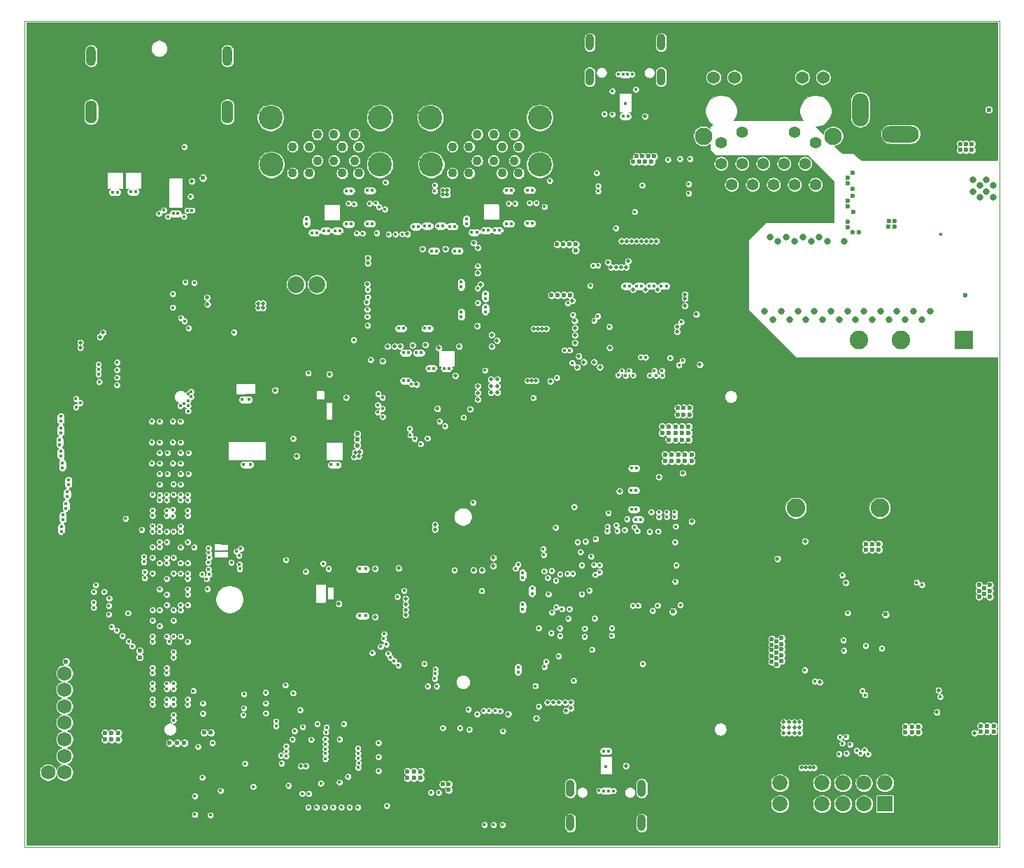
<source format=gbr>
%TF.GenerationSoftware,KiCad,Pcbnew,5.1.9+dfsg1-1*%
%TF.CreationDate,2022-05-16T11:51:26+02:00*%
%TF.ProjectId,kria-k26-devboard,6b726961-2d6b-4323-962d-646576626f61,rev?*%
%TF.SameCoordinates,Original*%
%TF.FileFunction,Copper,L2,Inr*%
%TF.FilePolarity,Positive*%
%FSLAX46Y46*%
G04 Gerber Fmt 4.6, Leading zero omitted, Abs format (unit mm)*
G04 Created by KiCad (PCBNEW 5.1.9+dfsg1-1) date 2022-05-16 11:51:26 commit 389cbd4*
%MOMM*%
%LPD*%
G01*
G04 APERTURE LIST*
%TA.AperFunction,Profile*%
%ADD10C,0.100000*%
%TD*%
%TA.AperFunction,ComponentPad*%
%ADD11O,1.000000X2.000000*%
%TD*%
%TA.AperFunction,ComponentPad*%
%ADD12O,1.050000X2.100000*%
%TD*%
%TA.AperFunction,ComponentPad*%
%ADD13C,1.100000*%
%TD*%
%TA.AperFunction,ComponentPad*%
%ADD14C,2.900000*%
%TD*%
%TA.AperFunction,ComponentPad*%
%ADD15C,6.000000*%
%TD*%
%TA.AperFunction,ComponentPad*%
%ADD16C,2.250000*%
%TD*%
%TA.AperFunction,ComponentPad*%
%ADD17R,2.250000X2.250000*%
%TD*%
%TA.AperFunction,ComponentPad*%
%ADD18O,4.500000X2.000000*%
%TD*%
%TA.AperFunction,ComponentPad*%
%ADD19O,1.990000X4.000000*%
%TD*%
%TA.AperFunction,ComponentPad*%
%ADD20O,4.000000X2.000000*%
%TD*%
%TA.AperFunction,ComponentPad*%
%ADD21R,1.840000X1.840000*%
%TD*%
%TA.AperFunction,ComponentPad*%
%ADD22C,1.840000*%
%TD*%
%TA.AperFunction,ComponentPad*%
%ADD23C,1.800000*%
%TD*%
%TA.AperFunction,ComponentPad*%
%ADD24O,1.200000X2.400000*%
%TD*%
%TA.AperFunction,ComponentPad*%
%ADD25O,1.400000X2.800000*%
%TD*%
%TA.AperFunction,ComponentPad*%
%ADD26C,1.750000*%
%TD*%
%TA.AperFunction,ComponentPad*%
%ADD27C,2.020000*%
%TD*%
%TA.AperFunction,ComponentPad*%
%ADD28C,1.397000*%
%TD*%
%TA.AperFunction,ComponentPad*%
%ADD29C,2.100000*%
%TD*%
%TA.AperFunction,ComponentPad*%
%ADD30C,2.108200*%
%TD*%
%TA.AperFunction,ComponentPad*%
%ADD31C,1.524000*%
%TD*%
%TA.AperFunction,ViaPad*%
%ADD32C,0.600000*%
%TD*%
%TA.AperFunction,ViaPad*%
%ADD33C,0.450000*%
%TD*%
%TA.AperFunction,ViaPad*%
%ADD34C,0.550000*%
%TD*%
%TA.AperFunction,ViaPad*%
%ADD35C,0.500000*%
%TD*%
%TA.AperFunction,ViaPad*%
%ADD36C,0.800000*%
%TD*%
%TA.AperFunction,Conductor*%
%ADD37C,0.100000*%
%TD*%
G04 APERTURE END LIST*
D10*
X74000000Y-152000000D02*
X74000000Y-52000000D01*
X74000000Y-52000000D02*
X192000000Y-52000000D01*
X192000000Y-52000000D02*
X192000000Y-152000000D01*
X192000000Y-152000000D02*
X74000000Y-152000000D01*
D11*
%TO.N,SH_UP*%
%TO.C,J10*%
X151019000Y-54594000D03*
X142379000Y-54594000D03*
D12*
X151019000Y-58774000D03*
X142379000Y-58774000D03*
%TD*%
D13*
%TO.N,/USB/USB1_VBUS*%
%TO.C,U24*%
X133250000Y-65730000D03*
%TO.N,/USB/USB1_TVS_N*%
X130750000Y-65730000D03*
%TO.N,/USB/USB1_TVS_P*%
X128750000Y-65730000D03*
%TO.N,GND*%
X126250000Y-65730000D03*
X126250000Y-68930000D03*
%TO.N,/USB/USB2_TVS_N*%
X130750000Y-68930000D03*
%TO.N,/USB/USB2_TVS_P*%
X128750000Y-68930000D03*
%TO.N,/USB/USB2_VBUS*%
X133250000Y-68930000D03*
%TO.N,/USB/USB1_TX_C_TVS_P*%
X133750000Y-67230000D03*
%TO.N,/USB/USB1_TX_C_TVS_N*%
X131750000Y-67230000D03*
%TO.N,GND*%
X129750000Y-67230000D03*
%TO.N,/USB/USB1_RX_TVS_P*%
X127750000Y-67230000D03*
%TO.N,/USB/USB1_RX_TVS_N*%
X125750000Y-67230000D03*
%TO.N,/USB/USB2_RX_TVS_N*%
X125750000Y-70430000D03*
%TO.N,GND*%
X129750000Y-70430000D03*
%TO.N,/USB/USB2_RX_TVS_P*%
X127750000Y-70430000D03*
%TO.N,/USB/USB2_TX_C_TVS_N*%
X131750000Y-70430000D03*
%TO.N,/USB/USB2_TX_C_TVS_P*%
X133750000Y-70430000D03*
D14*
%TO.N,SH_UP*%
X136320000Y-63730000D03*
X136320000Y-69410000D03*
X123180000Y-69410000D03*
X123080000Y-63730000D03*
%TD*%
D13*
%TO.N,/USB/USB3_VBUS*%
%TO.C,U29*%
X113900000Y-65730000D03*
%TO.N,/USB/USB3_TVS_N*%
X111400000Y-65730000D03*
%TO.N,/USB/USB3_TVS_P*%
X109400000Y-65730000D03*
%TO.N,GND*%
X106900000Y-65730000D03*
X106900000Y-68930000D03*
%TO.N,/USB/USB4_TVS_N*%
X111400000Y-68930000D03*
%TO.N,/USB/USB4_TVS_P*%
X109400000Y-68930000D03*
%TO.N,/USB/USB4_VBUS*%
X113900000Y-68930000D03*
%TO.N,/USB/USB3_TX_C_TVS_P*%
X114400000Y-67230000D03*
%TO.N,/USB/USB3_TX_C_TVS_N*%
X112400000Y-67230000D03*
%TO.N,GND*%
X110400000Y-67230000D03*
%TO.N,/USB/USB3_RX_TVS_P*%
X108400000Y-67230000D03*
%TO.N,/USB/USB3_RX_TVS_N*%
X106400000Y-67230000D03*
%TO.N,/USB/USB4_RX_TVS_N*%
X106400000Y-70430000D03*
%TO.N,GND*%
X110400000Y-70430000D03*
%TO.N,/USB/USB4_RX_TVS_P*%
X108400000Y-70430000D03*
%TO.N,/USB/USB4_TX_C_TVS_N*%
X112400000Y-70430000D03*
%TO.N,/USB/USB4_TX_C_TVS_P*%
X114400000Y-70430000D03*
D14*
%TO.N,SH_UP*%
X116970000Y-63730000D03*
X116970000Y-69410000D03*
X103830000Y-69410000D03*
X103730000Y-63730000D03*
%TD*%
D15*
%TO.N,GND*%
%TO.C,SP2*%
X160206999Y-144443500D03*
%TD*%
D16*
%TO.N,GND*%
%TO.C,PS1*%
X187660000Y-110960000D03*
%TO.N,N/C*%
X177500000Y-110960000D03*
%TO.N,/Power Supply/PoE/POE_12V*%
X167340000Y-110960000D03*
%TO.N,/Power Supply/PoE/VDD_POE_IN*%
X174960000Y-90640000D03*
%TO.N,GNDD*%
X180040000Y-90640000D03*
D17*
%TO.N,/Power Supply/PoE/POE_ACTIVE*%
X187660000Y-90640000D03*
%TD*%
D18*
%TO.N,/Power Supply/DC Input/DC_IN*%
%TO.C,J11*%
X180000000Y-65700000D03*
D19*
%TO.N,N/C*%
X175120400Y-62750000D03*
D20*
%TO.N,GND*%
X180000000Y-59700000D03*
%TD*%
D21*
%TO.N,/PMOD/HDA11_TVS*%
%TO.C,J4*%
X178100000Y-146800000D03*
D22*
%TO.N,/PMOD/HDA15_TVS*%
X178100000Y-144260000D03*
%TO.N,/PMOD/HDA12_TVS*%
X175560000Y-146800000D03*
D23*
%TO.N,/PMOD/HDA16_CC_TVS*%
X175560000Y-144260000D03*
D22*
%TO.N,/PMOD/HDA13_TVS*%
X173020000Y-146800000D03*
%TO.N,/PMOD/HDA17_TVS*%
X173020000Y-144260000D03*
%TO.N,/PMOD/HDA14_TVS*%
X170480000Y-146800000D03*
%TO.N,/PMOD/HDA18_TVS*%
X170480000Y-144260000D03*
%TO.N,GND*%
X167940000Y-146800000D03*
X167940000Y-144260000D03*
%TO.N,PL_3V3*%
X165400000Y-146800000D03*
X165400000Y-144260000D03*
%TD*%
D15*
%TO.N,GND*%
%TO.C,SP1*%
X89556999Y-144443500D03*
%TD*%
%TO.N,GND*%
%TO.C,SP3*%
X160206999Y-90793500D03*
%TD*%
%TO.N,GND*%
%TO.C,SP4*%
X89556999Y-90793500D03*
%TD*%
D24*
%TO.N,SH_UP*%
%TO.C,J1*%
X82013000Y-56238000D03*
D25*
X82013000Y-63018000D03*
D24*
X98513000Y-56238000D03*
D25*
X98513000Y-63018000D03*
%TD*%
D15*
%TO.N,GND*%
%TO.C,MP1*%
X77500000Y-148500000D03*
%TD*%
%TO.N,GND*%
%TO.C,MP2*%
X188500000Y-148500000D03*
%TD*%
%TO.N,GND*%
%TO.C,MP3*%
X188500000Y-55500000D03*
%TD*%
%TO.N,GND*%
%TO.C,MP4*%
X77500000Y-55500000D03*
%TD*%
D26*
%TO.N,/Debug and JTAG/CONN_GND*%
%TO.C,J9*%
X78800000Y-142975000D03*
%TO.N,/Debug and JTAG/~PS_SRST_C2M*%
X76800000Y-142975000D03*
%TO.N,N/C*%
X78800000Y-140975000D03*
%TO.N,GND*%
X76800000Y-140975000D03*
%TO.N,/Debug and JTAG/JTAG_TDI_TVS_C2M*%
X78800000Y-138975000D03*
%TO.N,GND*%
X76800000Y-138975000D03*
%TO.N,/Debug and JTAG/JTAG_TDO_TVS_M2C*%
X78800000Y-136975000D03*
%TO.N,GND*%
X76800000Y-136975000D03*
%TO.N,/Debug and JTAG/JTAG_TCK_TVS_C2M*%
X78800000Y-134975000D03*
%TO.N,GND*%
X76800000Y-134975000D03*
%TO.N,/Debug and JTAG/JTAG_TMS_TVS_C2M*%
X78800000Y-132975000D03*
%TO.N,GND*%
X76800000Y-132975000D03*
%TO.N,PS_1V8*%
X78800000Y-130975000D03*
%TO.N,GND*%
X76800000Y-130975000D03*
%TD*%
D11*
%TO.N,SH_DOWN*%
%TO.C,J8*%
X140030000Y-149080000D03*
X148670000Y-149080000D03*
D12*
X140030000Y-144900000D03*
X148670000Y-144900000D03*
%TD*%
D27*
%TO.N,Net-(FB1-Pad2)*%
%TO.C,J6*%
X106810000Y-83900000D03*
%TO.N,Net-(FB2-Pad2)*%
X109350000Y-83900000D03*
%TD*%
D28*
%TO.N,/Ethernet/TD_A_P*%
%TO.C,J5*%
X169700000Y-71800000D03*
%TO.N,/Ethernet/TD_A_N*%
X168430000Y-69260000D03*
%TO.N,/Ethernet/TD_B_P*%
X167160000Y-71800000D03*
%TO.N,N/C*%
X165890000Y-69260000D03*
X164620000Y-71800000D03*
%TO.N,/Ethernet/TD_B_N*%
X163350000Y-69260000D03*
%TO.N,/Ethernet/TD_C_P*%
X162080000Y-71800000D03*
%TO.N,/Ethernet/TD_C_N*%
X160810000Y-69260000D03*
%TO.N,/Ethernet/TD_D_P*%
X159540000Y-71800000D03*
%TO.N,/Ethernet/TD_D_N*%
X158270000Y-69260000D03*
D29*
%TO.N,SH_UP*%
X171835000Y-65949999D03*
D30*
X156135000Y-65949999D03*
D31*
%TO.N,Net-(J5-Pad15)*%
X170625002Y-58840001D03*
%TO.N,Net-(J5-Pad18)*%
X157344998Y-58840001D03*
D28*
%TO.N,/Ethernet/POE_VC4*%
X158270000Y-66730000D03*
%TO.N,/Ethernet/POE_VC3*%
X160810000Y-65460000D03*
%TO.N,/Ethernet/POE_VC1*%
X169700000Y-66720000D03*
%TO.N,/Ethernet/POE_VC2*%
X167160000Y-65460000D03*
D31*
%TO.N,Net-(J5-Pad16)*%
X168085002Y-58840001D03*
%TO.N,Net-(J5-Pad17)*%
X159884998Y-58840001D03*
%TD*%
D32*
%TO.N,*%
X178185000Y-123855000D03*
%TO.N,GND*%
X166250000Y-129825000D03*
X166250000Y-130475000D03*
X166950000Y-129825000D03*
X166950000Y-130475000D03*
X167650000Y-129825000D03*
X168350000Y-129825000D03*
X169050000Y-129825000D03*
X172075000Y-128925000D03*
X172775000Y-128925000D03*
X171375000Y-128925000D03*
X171375000Y-128175000D03*
X172075000Y-128175000D03*
X171375000Y-126725000D03*
X172075000Y-126725000D03*
X171375000Y-127475000D03*
X172075000Y-127475000D03*
X176730000Y-127785000D03*
X176240000Y-128335000D03*
X177600000Y-125975000D03*
X177600000Y-124975000D03*
X178100000Y-125475000D03*
X178185000Y-124575000D03*
X178100000Y-126475000D03*
X177600000Y-126975000D03*
D33*
X180000000Y-128700000D03*
X146925000Y-77200000D03*
X146325000Y-77200000D03*
X145525000Y-78000000D03*
X145025000Y-77500000D03*
D34*
X151325000Y-78200000D03*
D33*
X143775000Y-75500000D03*
X134150000Y-129849723D03*
X134150000Y-131174723D03*
X134800000Y-92800000D03*
X126407018Y-83241393D03*
X126407018Y-84631393D03*
X91880000Y-101745000D03*
X92840000Y-101750000D03*
X89340000Y-101745000D03*
X90300000Y-101750000D03*
X93818000Y-103017000D03*
X93440000Y-103016500D03*
X93948000Y-105537000D03*
X94400000Y-104286500D03*
X90900000Y-103016500D03*
X88738000Y-103017000D03*
X91278000Y-103017000D03*
X93440000Y-100476500D03*
X93818000Y-100477000D03*
X90900000Y-100476500D03*
X88738000Y-100477000D03*
X91860000Y-106826500D03*
X89698000Y-106827000D03*
X92238000Y-106827000D03*
X90900000Y-105556500D03*
X88738000Y-105557000D03*
X91278000Y-105557000D03*
X89320000Y-106826500D03*
X94400000Y-106826500D03*
X92840000Y-136029000D03*
X78824999Y-114197486D03*
X79374999Y-111397486D03*
X78875001Y-107177514D03*
X79524999Y-109990000D03*
X77950001Y-99477514D03*
X77950000Y-100867514D03*
X78750000Y-100900000D03*
X78749999Y-102290000D03*
X77800000Y-103700000D03*
X77800000Y-102310000D03*
X78850000Y-103700000D03*
X134775000Y-119700000D03*
X134775000Y-118600000D03*
X134800000Y-123350000D03*
X134800000Y-122525000D03*
X135850000Y-120350000D03*
X135850000Y-121675000D03*
X124356533Y-94479921D03*
X125746534Y-94479921D03*
X123400000Y-144100000D03*
X123400000Y-142800000D03*
D32*
X136850000Y-146950000D03*
X136850000Y-145650000D03*
X136850000Y-144350000D03*
X135550000Y-145650000D03*
X135550000Y-146950001D03*
X135550000Y-144350000D03*
X123850000Y-149300000D03*
X123850000Y-148000000D03*
X125150000Y-148000000D03*
X128550000Y-142800000D03*
X129850000Y-142800000D03*
X131150000Y-142800000D03*
X128550000Y-144100000D03*
X129850000Y-144100000D03*
X131150000Y-144100000D03*
D33*
X114450000Y-120900000D03*
X133400000Y-112800000D03*
X133250000Y-111700000D03*
X133400000Y-114300000D03*
X130750000Y-82850000D03*
X130750000Y-83450000D03*
X130750000Y-84050000D03*
D35*
X166400000Y-120075000D03*
X165800000Y-119475000D03*
X166400000Y-118875000D03*
X167000000Y-118875000D03*
X165800000Y-120075000D03*
X166400000Y-119475000D03*
X165800000Y-118875000D03*
D33*
X188200000Y-124300000D03*
X189000000Y-124300000D03*
D32*
X188400000Y-113950000D03*
X189400000Y-113950000D03*
X190400000Y-113950000D03*
X191400000Y-113950000D03*
X191400000Y-114950000D03*
X191400000Y-115950000D03*
X191400000Y-116950000D03*
X191400000Y-117950000D03*
X191400000Y-118950000D03*
X190400000Y-116950000D03*
X190400000Y-118950000D03*
X188400000Y-114950000D03*
X190400000Y-114950000D03*
X190400000Y-117950000D03*
X190400000Y-115950000D03*
D35*
X175650000Y-118925000D03*
X176250000Y-118925000D03*
X176850000Y-118925000D03*
X175650000Y-119525000D03*
X176250000Y-119525000D03*
X175650000Y-120125000D03*
X176250000Y-120125000D03*
D33*
X107200000Y-97950000D03*
X107350000Y-97275000D03*
X120130557Y-98191723D03*
X142150000Y-108575000D03*
X117750000Y-81450000D03*
X118400000Y-80100000D03*
X119200000Y-80100000D03*
X120100000Y-80100000D03*
X119410000Y-81840000D03*
X149530000Y-86910000D03*
X148170000Y-86910000D03*
X148170000Y-88030000D03*
X149530000Y-88030000D03*
X150640000Y-88030000D03*
X147040000Y-88030000D03*
X147050000Y-89390000D03*
X148180000Y-89390000D03*
X149530000Y-89390000D03*
X150650000Y-89390000D03*
X149520000Y-90510000D03*
X148170000Y-90520000D03*
X156300000Y-86400000D03*
X156700000Y-85600000D03*
X156700000Y-85100000D03*
X118500000Y-89250000D03*
X118075000Y-89250000D03*
X117700000Y-87575000D03*
X117700000Y-85875000D03*
X117700000Y-86750000D03*
X117725000Y-85000000D03*
X117725000Y-84150000D03*
X146400000Y-79500000D03*
X145000000Y-79100000D03*
X147000000Y-80200000D03*
X145600000Y-79100000D03*
X147000000Y-79500000D03*
X144500000Y-79600000D03*
X140850000Y-95400000D03*
X141650000Y-96100000D03*
X143600000Y-94900000D03*
X142900000Y-95600000D03*
X155125000Y-92000000D03*
X155200000Y-90125000D03*
X155225000Y-89175000D03*
X144800000Y-83300000D03*
X142775000Y-87500000D03*
X140250000Y-86850000D03*
X99300000Y-88700000D03*
X109650000Y-90750000D03*
X129500000Y-89999999D03*
X129500000Y-91400000D03*
X128850000Y-90700001D03*
X128500000Y-94900000D03*
X128500000Y-92700000D03*
X126400000Y-96200000D03*
X125100000Y-96700000D03*
X129129267Y-76956197D03*
X130516000Y-76953000D03*
X130485000Y-77875000D03*
X129091466Y-77987606D03*
X127037607Y-76951601D03*
X122505309Y-94475000D03*
X123895310Y-94475000D03*
X127425000Y-75365000D03*
X131870733Y-77768803D03*
X107687607Y-75611600D03*
X107687607Y-77001601D03*
X108351465Y-78037606D03*
X109741466Y-78037606D03*
X111156000Y-76989000D03*
X109779267Y-77006197D03*
X111130732Y-77835000D03*
X120821058Y-95173939D03*
X119431058Y-95173939D03*
X126407018Y-86841393D03*
X126407018Y-88231393D03*
X119410000Y-92569722D03*
X120824535Y-92569722D03*
X123412408Y-88822937D03*
X122022408Y-88822937D03*
X120212410Y-88822937D03*
X118822410Y-88822937D03*
X130153803Y-86229267D03*
X130153803Y-87619268D03*
X129353803Y-84646782D03*
X126403350Y-76500000D03*
X125085000Y-76425000D03*
X122025001Y-76420000D03*
X123415001Y-76420000D03*
X123624396Y-77220000D03*
X125015000Y-77315000D03*
X122030864Y-77300000D03*
X120630864Y-77300000D03*
X124215474Y-80249663D03*
X122825474Y-80249663D03*
X115723449Y-75794571D03*
X113189000Y-75791000D03*
X135102449Y-75748572D03*
X86230000Y-72700000D03*
X87980000Y-72696000D03*
X84030000Y-72725000D03*
X85780000Y-72721000D03*
X167800000Y-141700000D03*
X168300000Y-141700000D03*
X168800000Y-141700000D03*
X89800000Y-69500000D03*
X90700000Y-69500000D03*
X88250000Y-67200000D03*
X89750000Y-67200000D03*
X92250000Y-67200000D03*
X146852000Y-106325000D03*
X148602000Y-106321000D03*
X148600000Y-108846000D03*
X146850000Y-108850000D03*
X148250001Y-116030000D03*
X90300000Y-136029000D03*
X90300000Y-136664000D03*
X100515000Y-134350000D03*
X157880000Y-100470000D03*
X160420000Y-100470000D03*
X158480000Y-102375000D03*
X160420000Y-103010000D03*
X155940000Y-102375000D03*
X157880000Y-103010000D03*
X155940000Y-104915000D03*
X157880000Y-105550000D03*
X158480000Y-104915000D03*
X160420000Y-105550000D03*
X155940000Y-107455000D03*
X157880000Y-108090000D03*
X158480000Y-107455000D03*
X160420000Y-108090000D03*
X160420000Y-109360000D03*
X155940000Y-109995000D03*
X158480001Y-111264500D03*
X160420000Y-111265000D03*
X155940001Y-111264500D03*
X157880000Y-111265000D03*
X158480001Y-113169500D03*
X160420000Y-113170000D03*
X155940001Y-113169500D03*
X157880000Y-113170000D03*
X155940001Y-115074500D03*
X157880000Y-115075000D03*
X158480001Y-115074500D03*
X160420000Y-115075000D03*
X155940001Y-116979500D03*
X157880000Y-116980000D03*
X158480001Y-116979500D03*
X160420000Y-116980000D03*
X155940001Y-118884500D03*
X157880000Y-118885000D03*
X158480001Y-118884500D03*
X160420000Y-118885000D03*
X155940001Y-120789500D03*
X157880000Y-120790000D03*
X158480001Y-120789500D03*
X160420000Y-120790000D03*
X155940001Y-122694500D03*
X157880000Y-122695000D03*
X158480001Y-122694500D03*
X160420000Y-122695000D03*
X158480001Y-124599500D03*
X160420000Y-124600000D03*
X155940001Y-124599500D03*
X157880000Y-124600000D03*
X155940001Y-126504500D03*
X157880000Y-126505000D03*
X158480001Y-126504500D03*
X160420000Y-126505000D03*
X158480001Y-128409500D03*
X160420000Y-128410000D03*
X155940001Y-128409500D03*
X157880000Y-128410000D03*
X156920000Y-129680000D03*
X159460001Y-129679500D03*
X160420001Y-130949500D03*
X159440001Y-130949500D03*
X157893001Y-130976500D03*
X156913001Y-130976500D03*
X156920001Y-132219500D03*
X155940001Y-132219500D03*
X159460001Y-132219500D03*
X158480001Y-132219500D03*
X160420001Y-133489500D03*
X159440001Y-133489500D03*
X159460001Y-134759500D03*
X158480001Y-134759500D03*
X157880001Y-133489500D03*
X156900001Y-133489500D03*
X156920001Y-134759500D03*
X155940001Y-134759500D03*
X157880001Y-136029500D03*
X156900001Y-136029500D03*
X89441500Y-109994000D03*
X91981500Y-109994000D03*
X90300000Y-111910000D03*
X90300000Y-111270000D03*
X91171500Y-113183999D03*
X93711500Y-113183999D03*
X91171500Y-115724000D03*
X89441500Y-115074000D03*
X91981500Y-115074000D03*
X89441500Y-117614000D03*
X91981500Y-117614000D03*
X90300000Y-119530000D03*
X90300000Y-118890000D03*
X92840000Y-119530000D03*
X91171500Y-120803999D03*
X92840000Y-120795000D03*
X89441500Y-122694000D03*
X91981500Y-122694000D03*
X89441500Y-125234000D03*
X93711500Y-125249000D03*
X91981500Y-125234000D03*
X92840000Y-127150000D03*
X90300000Y-127150000D03*
X90300000Y-126510000D03*
X90300000Y-129055000D03*
X90300000Y-128415000D03*
X92840000Y-129055000D03*
X92840000Y-128415000D03*
X92840000Y-130960000D03*
X92840000Y-130320000D03*
X90300000Y-130960000D03*
X90300000Y-130320000D03*
X92840000Y-132865000D03*
X92840000Y-132225000D03*
X90300000Y-132865000D03*
X92840000Y-134770000D03*
X92840000Y-134130000D03*
X90300000Y-134770000D03*
X90300000Y-134130000D03*
X90299710Y-132227333D03*
X92854510Y-111910000D03*
X92863470Y-111293470D03*
X174300000Y-142750000D03*
X82500000Y-136000000D03*
X80700000Y-136000000D03*
X144350000Y-142300000D03*
X104250000Y-134150000D03*
X105050000Y-134150000D03*
X104150000Y-134950000D03*
X104950000Y-134950000D03*
X116800000Y-141950000D03*
X108000000Y-138900000D03*
X106175000Y-142225000D03*
X109450000Y-142075000D03*
X109350000Y-145525000D03*
X106600000Y-145525000D03*
X106400000Y-143775000D03*
X105000000Y-139950000D03*
X97375000Y-141025000D03*
X98650000Y-145150000D03*
X96450000Y-145850000D03*
X94550000Y-143650000D03*
X160420000Y-136030000D03*
X159440000Y-136030000D03*
X92375000Y-149300000D03*
X98025000Y-149300000D03*
X108300000Y-137500000D03*
X111500000Y-137500000D03*
X115300000Y-147200000D03*
X92800000Y-99225000D03*
X89400000Y-99525000D03*
X91175000Y-108075000D03*
X103900000Y-132490000D03*
X104900675Y-132501006D03*
X158480000Y-109995000D03*
X157880000Y-109360000D03*
X107444510Y-138890675D03*
X86100000Y-119600000D03*
X86100000Y-118700000D03*
X147580000Y-120550000D03*
X148480000Y-120550000D03*
X149600000Y-120550002D03*
X150500000Y-120550000D03*
X150500000Y-119870000D03*
X150500000Y-117860000D03*
X149480000Y-116030000D03*
X150610000Y-115530000D03*
X146730000Y-116020000D03*
X145830000Y-116030000D03*
X145970000Y-117840000D03*
X145950000Y-118760000D03*
X151421142Y-127550000D03*
X149000000Y-123950000D03*
X147797220Y-127755115D03*
X126325000Y-130775000D03*
X123075000Y-129225000D03*
X139250000Y-119600000D03*
X139700000Y-119600000D03*
X140150000Y-119600000D03*
X139425000Y-115275000D03*
X139875000Y-115275000D03*
X138975000Y-115275000D03*
X138299122Y-111833794D03*
X139872435Y-113972792D03*
X148282843Y-128533095D03*
X146850000Y-111175000D03*
X148600000Y-111171000D03*
X126450000Y-113200000D03*
X117750000Y-145100000D03*
X130750000Y-147850000D03*
X131150000Y-145450000D03*
X86750000Y-67200000D03*
X85250000Y-67150000D03*
X86000000Y-67825000D03*
X91550000Y-67750000D03*
X90700000Y-83700000D03*
X96200000Y-84500000D03*
X94700000Y-84600000D03*
X94300000Y-87900000D03*
X91900000Y-86100000D03*
X128150000Y-137250000D03*
X137800000Y-136300000D03*
X133500000Y-135900000D03*
X139400000Y-136200000D03*
X169300000Y-141700000D03*
X132559000Y-75747000D03*
X118200000Y-122600000D03*
X119900000Y-119975000D03*
X112775000Y-120175000D03*
X111025000Y-119250000D03*
X108175000Y-122750000D03*
X109125000Y-117650000D03*
X107250000Y-121925000D03*
X111000000Y-123325000D03*
X114027000Y-118889999D03*
X114027000Y-123710000D03*
X115777000Y-123706000D03*
X117400000Y-118300000D03*
X118200000Y-123550000D03*
X116800000Y-122600000D03*
X112520733Y-77818803D03*
X122475000Y-91795000D03*
X128980000Y-91470000D03*
X113285000Y-88435000D03*
X113290000Y-87450000D03*
X113350000Y-85430000D03*
X127701465Y-77987606D03*
X113850000Y-62675000D03*
X112950000Y-62675000D03*
X112050000Y-62675000D03*
X119500000Y-65700000D03*
X119500000Y-67500000D03*
X119500000Y-66600000D03*
X133250000Y-62600000D03*
X131450000Y-62600000D03*
X132350000Y-62600000D03*
X138900000Y-65600000D03*
X138900000Y-66500000D03*
X138900000Y-67400000D03*
X109050000Y-90750000D03*
X107900000Y-90750000D03*
X108500000Y-90750000D03*
X142700000Y-127500000D03*
X142545277Y-125304333D03*
X82350000Y-121750000D03*
X134600000Y-91050000D03*
X134800000Y-92300000D03*
X137600000Y-94100000D03*
X137900000Y-89400000D03*
X141400000Y-79100000D03*
X129275000Y-82950000D03*
X153200000Y-71400000D03*
X155000000Y-71400000D03*
D32*
X191025001Y-61550000D03*
X188925000Y-61550000D03*
X189625000Y-61550000D03*
X188225000Y-61550000D03*
X190325000Y-61550000D03*
X191050000Y-60774999D03*
X191050000Y-60075000D03*
X191050000Y-59374999D03*
D33*
X191200000Y-68300000D03*
X104300000Y-95700000D03*
X100125000Y-94100000D03*
X112125000Y-96025000D03*
X152100000Y-93500000D03*
X149900000Y-91100000D03*
X147700000Y-91100000D03*
X102810978Y-141900000D03*
X111103011Y-142900000D03*
X120760000Y-81840000D03*
X122110000Y-81840000D03*
X123460000Y-81840000D03*
X124810000Y-81840000D03*
X119410000Y-83190000D03*
X120760000Y-83190000D03*
X122110000Y-83190000D03*
X123460000Y-83190000D03*
X124810000Y-83190000D03*
X119410000Y-84540000D03*
X120760000Y-84540000D03*
X122110000Y-84540000D03*
X123460000Y-84540000D03*
X124810000Y-84540000D03*
X119410000Y-85890000D03*
X120760000Y-85890000D03*
X122110000Y-85890000D03*
X123460000Y-85890000D03*
X124810000Y-85890000D03*
X119410000Y-87240000D03*
X120760000Y-87240000D03*
X122110000Y-87240000D03*
X123460000Y-87240000D03*
X124810000Y-87240000D03*
X96100000Y-87300000D03*
X90250000Y-71400000D03*
X90500000Y-73250000D03*
X94150000Y-69450000D03*
X93250000Y-69400000D03*
X96150000Y-75500000D03*
X146700000Y-62000000D03*
X144600000Y-62000000D03*
X151200000Y-67225000D03*
X148800000Y-66425000D03*
X150700000Y-60600000D03*
X151300000Y-60600000D03*
X151900000Y-60600000D03*
X150700000Y-61200000D03*
X151300000Y-61200000D03*
X151900000Y-61200000D03*
X142100000Y-109575000D03*
X151700000Y-107200000D03*
X151700000Y-109400000D03*
X150750000Y-109450000D03*
X141425000Y-122000000D03*
X121130557Y-98191723D03*
X122130557Y-98191723D03*
X120130557Y-98941723D03*
X121130557Y-98941723D03*
X122130557Y-99691723D03*
X122615557Y-96026723D03*
X113450000Y-123375000D03*
X107010017Y-103714983D03*
X111100000Y-97050000D03*
X96600000Y-99000000D03*
X96575000Y-98000000D03*
X98250000Y-97250000D03*
X98175000Y-95025000D03*
D32*
X189400000Y-114950000D03*
D33*
X141950000Y-76325000D03*
D35*
X112000000Y-123550000D03*
D33*
X113525000Y-119325000D03*
X133978761Y-137021239D03*
D35*
X182174999Y-134525000D03*
X181574999Y-134525000D03*
X180975000Y-134525000D03*
X182175000Y-133924999D03*
X181574999Y-133925000D03*
X182175000Y-133324999D03*
X181575000Y-133324999D03*
X191302512Y-133827512D03*
X190702512Y-133827512D03*
X191302512Y-134427512D03*
X191302513Y-133227512D03*
X190702512Y-133227513D03*
X190702512Y-134427512D03*
X190102513Y-134427513D03*
D33*
X183600000Y-134425000D03*
X174525000Y-120300000D03*
X186550000Y-129900000D03*
X175275000Y-137800000D03*
X180100000Y-121875000D03*
X173550000Y-117650000D03*
X182425000Y-115775000D03*
X172550000Y-131200000D03*
X172800000Y-133750000D03*
X170650000Y-137200000D03*
X170650000Y-137700000D03*
X170650000Y-138200000D03*
X170650000Y-138700000D03*
X171300000Y-138700000D03*
X115300000Y-120900000D03*
X114450000Y-121600000D03*
X115300000Y-121600000D03*
X123600000Y-127300000D03*
X131150000Y-131250000D03*
X131200000Y-129800000D03*
X128550000Y-149300000D03*
D32*
X125150000Y-149300000D03*
D33*
X136450000Y-149300000D03*
X105950000Y-144000000D03*
X143200000Y-67750000D03*
X99600000Y-98500000D03*
X147700000Y-142400000D03*
X142850000Y-61150000D03*
X143450000Y-61150000D03*
X142250000Y-61750000D03*
X142850000Y-61750000D03*
X143450000Y-61750000D03*
X140850000Y-63150000D03*
X120500000Y-76250000D03*
X120110000Y-76560000D03*
X120100000Y-77150000D03*
X110400000Y-71650000D03*
X100300000Y-72150000D03*
X99400000Y-72150000D03*
X86000000Y-69799976D03*
X131175000Y-120275000D03*
X131200000Y-118775000D03*
X131125000Y-121775000D03*
X133500000Y-123825000D03*
X133370000Y-115780000D03*
X133370000Y-117270000D03*
X139325000Y-127300000D03*
X137600000Y-127100000D03*
X137700000Y-124700000D03*
X135740000Y-135550000D03*
X83300000Y-97300000D03*
X83254500Y-101650000D03*
X78150000Y-111400000D03*
X78920000Y-112870000D03*
X79590000Y-108640000D03*
X78780000Y-108550000D03*
X129390000Y-86130000D03*
X120930000Y-91860000D03*
X116800000Y-140250000D03*
X78920000Y-105030000D03*
X77950000Y-105110000D03*
X78030000Y-106570000D03*
X78660000Y-109920000D03*
X78130000Y-112730000D03*
X83080000Y-110260000D03*
X83090000Y-108760000D03*
X83150000Y-107250000D03*
X83160000Y-105750000D03*
X91490000Y-85700002D03*
X86750000Y-121850000D03*
X122850000Y-114900000D03*
X115777000Y-118850000D03*
X93060000Y-75030000D03*
X91440000Y-75020000D03*
X91400000Y-69500000D03*
X82575000Y-119750000D03*
X82575000Y-119050000D03*
X104400000Y-132500000D03*
X104424973Y-137949991D03*
X109683871Y-141286703D03*
X112725000Y-138900000D03*
X93715319Y-115718125D03*
X142160000Y-142200000D03*
X108624998Y-142240000D03*
X109595000Y-143470000D03*
X142125000Y-127000000D03*
X142075000Y-126049994D03*
X149495000Y-122900000D03*
X93710490Y-123344000D03*
X91182531Y-123329129D03*
X174281900Y-141054343D03*
X150385000Y-113210000D03*
X139725000Y-121080000D03*
X139135000Y-121090000D03*
X137275000Y-120740000D03*
X137265000Y-122060000D03*
X140575000Y-122975000D03*
X143149996Y-115500000D03*
X148400000Y-94925000D03*
X148900000Y-94924998D03*
D32*
X138115000Y-82115000D03*
X137415000Y-82125000D03*
X136975000Y-81365000D03*
X136915000Y-82915000D03*
D35*
X125515000Y-98875000D03*
D33*
X131175000Y-89035000D03*
X128799994Y-80025000D03*
X113320000Y-86409986D03*
X91860000Y-104286500D03*
X89698000Y-104287000D03*
X92238000Y-104287000D03*
X93450000Y-105556500D03*
X91278000Y-100477000D03*
X89200000Y-104300000D03*
X129750000Y-71700000D03*
X101880000Y-105420000D03*
X99920000Y-105390000D03*
X110420000Y-105500000D03*
X112460000Y-105460000D03*
X101780000Y-97850000D03*
X99640000Y-97850000D03*
X108176270Y-142761993D03*
X94500004Y-132150000D03*
X83175000Y-114070000D03*
D34*
X99750000Y-125150000D03*
X101200000Y-125150000D03*
X115100000Y-125300000D03*
X116650000Y-125300000D03*
X120550000Y-125100000D03*
X118700000Y-131950000D03*
X122250000Y-128350000D03*
X126300000Y-129250000D03*
X127800000Y-130650000D03*
X130600000Y-128050000D03*
X128250000Y-125400000D03*
X130800000Y-125400000D03*
X128350000Y-127450000D03*
X128150000Y-123550000D03*
X130800000Y-123800000D03*
X128300000Y-120450000D03*
X130100000Y-115450000D03*
X130600000Y-113300000D03*
X135050000Y-111950000D03*
X120850000Y-116500000D03*
X127100000Y-110150000D03*
X143700000Y-107250000D03*
X119800000Y-64800000D03*
X122000000Y-66600000D03*
X119950000Y-69150000D03*
X138850000Y-70150000D03*
X138850000Y-64500000D03*
X156450000Y-69450000D03*
X170000000Y-70200000D03*
X98020000Y-100550000D03*
X98020000Y-102600000D03*
X110850000Y-102000000D03*
X112650000Y-102000000D03*
X114400000Y-91000000D03*
X136300000Y-110900000D03*
X154350000Y-131000000D03*
X150950000Y-133300000D03*
X153900000Y-133100000D03*
X178450000Y-141950000D03*
X159500000Y-85000000D03*
X133950000Y-77950000D03*
X133950000Y-76650000D03*
X133200000Y-86100000D03*
X133200000Y-79000000D03*
X140300000Y-77850000D03*
X141600000Y-77550000D03*
X145900000Y-69450000D03*
X98020000Y-104700000D03*
X107450000Y-105350000D03*
X106100000Y-95900000D03*
X106150000Y-97250000D03*
X113650000Y-97550000D03*
X97250000Y-93250000D03*
X85775000Y-101575000D03*
X85325000Y-102000000D03*
X85775000Y-102400000D03*
X85800000Y-106650000D03*
X85800000Y-107950000D03*
X85800000Y-109600000D03*
X85850000Y-113150000D03*
X84900000Y-112150000D03*
X88900000Y-108050000D03*
X89050000Y-120950000D03*
X92800000Y-137700000D03*
X75100000Y-93550000D03*
X75100000Y-98500000D03*
X74792715Y-59095238D03*
X74792715Y-65395238D03*
X74792715Y-71695238D03*
X74792715Y-77995238D03*
X74792715Y-84295238D03*
X74792715Y-126995238D03*
X74792715Y-133295238D03*
X74792715Y-139595238D03*
X75492715Y-89895238D03*
X77592715Y-97595238D03*
X78292715Y-61895238D03*
X81092715Y-84995238D03*
X81792715Y-70995238D03*
X83192715Y-66095238D03*
X85292715Y-74495238D03*
X88092715Y-68895238D03*
X95792715Y-65395238D03*
X99292715Y-73795238D03*
X100292715Y-85695238D03*
X102592715Y-82895238D03*
X106992715Y-63295238D03*
X120992715Y-147295238D03*
X125892715Y-63295238D03*
X134992715Y-114395238D03*
X138250000Y-143370000D03*
X145492715Y-106695238D03*
X149692715Y-142395238D03*
X153192715Y-145195238D03*
X156692715Y-147995238D03*
X158092715Y-83595238D03*
X160892715Y-62595238D03*
X162992715Y-147995238D03*
X164392715Y-91295238D03*
X165792715Y-75895238D03*
X165792715Y-96195238D03*
X165792715Y-102495238D03*
X166492715Y-63295238D03*
X166492715Y-108095238D03*
X169292715Y-93395238D03*
X169292715Y-99695238D03*
X169992715Y-73795238D03*
X169992715Y-105295238D03*
X172092715Y-109495238D03*
X173492715Y-101795238D03*
X174192715Y-57695238D03*
X174192715Y-66095238D03*
X175592715Y-105995238D03*
X176992715Y-61195238D03*
X176992715Y-98995238D03*
X177292715Y-139595238D03*
X179092715Y-103195238D03*
X179792715Y-108795238D03*
X182592715Y-99695238D03*
X184692715Y-93395238D03*
X85695238Y-151407285D03*
X91995238Y-151407285D03*
X79395238Y-151407285D03*
X177145238Y-151307285D03*
X158245238Y-151307285D03*
X164545238Y-151307285D03*
X151945238Y-151307285D03*
X170845238Y-151307285D03*
X146945238Y-151107285D03*
X121745238Y-151107285D03*
X140645238Y-151107285D03*
X105745238Y-151307285D03*
X112045238Y-151307285D03*
X99445238Y-151307285D03*
X108495238Y-52957285D03*
X89595238Y-52957285D03*
X95895237Y-52957285D03*
X83295238Y-52957285D03*
X102195238Y-52957285D03*
X120645238Y-52907285D03*
X139545238Y-52907285D03*
X126945237Y-52907285D03*
X133245238Y-52907285D03*
X114345238Y-52907285D03*
X171445238Y-52907285D03*
X165145238Y-52907285D03*
X158845237Y-52907285D03*
X152545238Y-52907285D03*
X146245238Y-52907285D03*
X184445238Y-52857285D03*
X178145238Y-52857285D03*
X191007285Y-104104763D03*
X191007285Y-110404762D03*
X191007285Y-97804762D03*
X183695238Y-151307285D03*
X191107285Y-139904762D03*
X191107285Y-146204762D03*
X191257285Y-125104762D03*
X191257285Y-131404762D03*
D33*
X153350000Y-110000000D03*
X178800000Y-130600000D03*
X143215002Y-92200000D03*
X139225000Y-116850000D03*
X140408148Y-128566854D03*
X142875002Y-118450000D03*
X138445000Y-137190000D03*
X139025000Y-129650000D03*
X141925000Y-129650000D03*
X93480000Y-108096000D03*
X93890000Y-108096000D03*
D32*
X93320000Y-142580000D03*
X93320000Y-141930000D03*
X92620000Y-141940000D03*
X92620000Y-142570000D03*
X91970000Y-141940000D03*
D33*
X119480000Y-93240000D03*
X86100000Y-117800000D03*
X86100000Y-116900000D03*
X84100000Y-99500000D03*
X84100000Y-100700000D03*
X153591813Y-125488836D03*
D34*
X104740000Y-74950000D03*
X109020000Y-132420000D03*
X105480000Y-117970000D03*
D33*
X83275000Y-98750000D03*
X155200000Y-69525000D03*
X155400000Y-68525000D03*
D34*
X152525000Y-77275000D03*
D33*
X143975000Y-71125000D03*
D34*
X145900000Y-71050000D03*
D33*
X149325000Y-74475000D03*
X148725000Y-74475000D03*
X148725000Y-74950000D03*
X147675000Y-76675000D03*
X135860000Y-72010000D03*
X134410000Y-72010000D03*
X133340000Y-72860000D03*
X131730000Y-72870000D03*
X107690000Y-73240000D03*
X108030000Y-74400000D03*
X125650000Y-71610000D03*
X127040000Y-73610000D03*
X113980000Y-72900000D03*
X112420000Y-72900000D03*
X116370000Y-72060000D03*
X115100000Y-72060000D03*
X141076370Y-143415753D03*
X125500030Y-73550000D03*
X143990000Y-82390000D03*
%TO.N,/Xilinx K26 SOM/MODE0_C2M*%
X93711500Y-119534000D03*
X88500000Y-119449986D03*
%TO.N,/Xilinx K26 SOM/MODE1_C2M*%
X93711500Y-118908426D03*
X88499994Y-118700000D03*
%TO.N,/Xilinx K26 SOM/MODE2_C2M*%
X92840000Y-118890000D03*
X88400000Y-117500000D03*
%TO.N,/Xilinx K26 SOM/MODE3_C2M*%
X88400000Y-116900000D03*
X93710490Y-117629000D03*
%TO.N,/Xilinx K26 SOM/HDA20*%
X99300000Y-89700000D03*
X91171500Y-121439000D03*
%TO.N,/Xilinx K26 SOM/HDA00_C*%
X89441500Y-127139000D03*
X84150000Y-122800000D03*
D32*
%TO.N,SOM_5V0*%
X165600000Y-128075000D03*
X165600000Y-128775000D03*
X165600000Y-129475000D03*
X165000000Y-128475000D03*
X165000000Y-129175000D03*
X164400000Y-128175000D03*
X164400000Y-128875000D03*
X164400000Y-129575000D03*
X165000000Y-127775000D03*
X165000000Y-127125000D03*
X164400000Y-126825000D03*
X165600000Y-126725000D03*
X164400000Y-127525000D03*
X165600000Y-127425000D03*
X165000000Y-129875000D03*
D33*
X173125000Y-128225000D03*
X175775000Y-127650000D03*
X93750000Y-97190000D03*
D32*
X151150000Y-101100000D03*
D35*
X113965557Y-104226723D03*
X114515557Y-104151723D03*
X113840557Y-104776723D03*
X114390557Y-104701723D03*
D33*
X92800000Y-98600000D03*
X93750000Y-98600000D03*
X93750000Y-99225000D03*
X93750000Y-98000000D03*
D32*
X151950000Y-101100000D03*
X152750000Y-101100000D03*
X153550000Y-101100000D03*
X154350000Y-101100000D03*
X151150000Y-101900000D03*
X151950000Y-101900000D03*
X152750000Y-101900000D03*
X153550000Y-101900000D03*
X154350000Y-101900000D03*
X151950000Y-102700000D03*
X152750000Y-102700000D03*
X153550000Y-102700000D03*
X154350000Y-102700000D03*
D33*
X135550000Y-97625000D03*
D35*
X83460000Y-89740002D03*
X83080000Y-90250000D03*
D33*
X94110000Y-97500000D03*
X94110000Y-96900000D03*
X93270000Y-98360000D03*
D35*
X121400000Y-96000000D03*
D32*
%TO.N,/Power Supply/PoE/VDD_POE_IN*%
X178600000Y-76200000D03*
X179300000Y-76950000D03*
X179300000Y-76200000D03*
X178550000Y-76950000D03*
D36*
X163575000Y-87150000D03*
X190400000Y-72650001D03*
X190399999Y-71200000D03*
X188800000Y-72650001D03*
X188799999Y-71200000D03*
X191200000Y-71950000D03*
X191200000Y-73400000D03*
X189600000Y-73400000D03*
X189600000Y-71950000D03*
X165575000Y-87150000D03*
X167575000Y-87150000D03*
X169575000Y-87150000D03*
X171575000Y-87150000D03*
X173575000Y-87150000D03*
X175575000Y-87150000D03*
X177575000Y-87150000D03*
X179575000Y-87150000D03*
X181575000Y-87150000D03*
X183575000Y-87150000D03*
X164575000Y-88150000D03*
X166575000Y-88150000D03*
X168575000Y-88150000D03*
X170575000Y-88150000D03*
X172575000Y-88150000D03*
X174575000Y-88150000D03*
X176575000Y-88150000D03*
X178575000Y-88150000D03*
X180575000Y-88150000D03*
X182575000Y-88150000D03*
%TO.N,GNDD*%
X164175000Y-78150000D03*
X166175000Y-78150000D03*
X168175000Y-78150000D03*
X170175000Y-78150000D03*
X165175000Y-78650000D03*
X167175000Y-78650000D03*
X169175000Y-78650000D03*
X171175000Y-78650000D03*
X173175000Y-78650000D03*
D32*
%TO.N,/Power Supply/PoE/POE_ACTIVE*%
X187800000Y-85200000D03*
D33*
%TO.N,/Power Supply/DC/DC conventers/DC_MAIN_BUS*%
X173600000Y-123675000D03*
X148725000Y-71900000D03*
D32*
X190800000Y-120300000D03*
X190800000Y-121699999D03*
X190800000Y-121000001D03*
X190150000Y-120650000D03*
X190150000Y-121349999D03*
X189499999Y-121699999D03*
X189500000Y-120300000D03*
X189500000Y-121000001D03*
X149450000Y-68400000D03*
X147650000Y-69050000D03*
X149850000Y-69050000D03*
X150150000Y-68400000D03*
X148050000Y-68400000D03*
X149100000Y-69050000D03*
X148750000Y-68400000D03*
X187225000Y-66900000D03*
X187925000Y-66900000D03*
D35*
X137100001Y-89250000D03*
X136600000Y-89250000D03*
X136100000Y-89250000D03*
D32*
X188625000Y-66900000D03*
D35*
X135599999Y-89250000D03*
D32*
X190675000Y-62749978D03*
X138415000Y-79035000D03*
X139165000Y-79035000D03*
X139915000Y-79035000D03*
X140665000Y-79035000D03*
X140665000Y-79785000D03*
X187215000Y-67620000D03*
X187915000Y-67620000D03*
X188615000Y-67620000D03*
X148375000Y-69025000D03*
D33*
%TO.N,PS_3V3*%
X122350000Y-129812145D03*
X115850000Y-93025000D03*
D32*
X153750000Y-98850000D03*
X153750000Y-99650000D03*
X154450000Y-98850000D03*
X154450000Y-99650000D03*
X151500000Y-104500000D03*
D35*
X165850000Y-136900000D03*
X120075000Y-121950000D03*
X120075000Y-122650000D03*
X120075000Y-123300000D03*
X120075000Y-123900000D03*
D32*
X114240557Y-102676723D03*
X114240557Y-103401723D03*
X153050000Y-98850000D03*
X120300000Y-142850000D03*
X114240557Y-102001723D03*
D35*
X126100000Y-94950000D03*
D33*
X123700000Y-130500000D03*
X123700000Y-131050000D03*
X100515000Y-133500000D03*
X100490000Y-135200000D03*
X106475000Y-133375000D03*
X116800000Y-142800000D03*
X108375000Y-145550000D03*
X105000000Y-140925000D03*
X112600000Y-137100000D03*
D35*
X123650000Y-113000000D03*
X123650000Y-113550000D03*
D33*
X124100000Y-145400000D03*
X123150000Y-145400000D03*
D32*
X125300000Y-145100000D03*
X125300000Y-144400000D03*
X124600000Y-144400000D03*
D35*
X128300000Y-118500000D03*
X118756942Y-91425000D03*
D33*
X110100000Y-117700000D03*
X110750000Y-118325000D03*
D35*
X112010000Y-122550000D03*
X116400000Y-124150000D03*
X116400000Y-118300000D03*
D33*
X112085000Y-144165000D03*
D35*
X120300000Y-77800000D03*
X112900000Y-97575000D03*
X110850000Y-94775000D03*
X117300000Y-93200000D03*
X104300000Y-96700000D03*
X96050000Y-85500000D03*
D33*
X94050000Y-73250000D03*
D35*
X94220490Y-71400000D03*
X106909998Y-104685000D03*
X119225000Y-118250000D03*
X166500000Y-136900000D03*
X167150000Y-136900000D03*
X167800000Y-136900000D03*
X165850000Y-137550000D03*
X166500000Y-137550000D03*
X167150000Y-137550000D03*
X167800000Y-137550000D03*
X165850000Y-138200000D03*
X166500000Y-138200000D03*
X167150000Y-138200000D03*
X167800000Y-138200000D03*
D32*
X152300000Y-104500000D03*
X153100000Y-104500000D03*
X153900000Y-104500000D03*
X154700000Y-104500000D03*
X151500000Y-105300000D03*
X152300000Y-105300000D03*
X153100000Y-105300000D03*
X153900000Y-105300000D03*
X154700000Y-105300000D03*
X153050000Y-99650000D03*
X121100000Y-142850000D03*
X121900000Y-142850000D03*
X120300000Y-143650000D03*
X121100000Y-143650000D03*
X121900000Y-143650000D03*
X95550000Y-71000000D03*
D35*
X130700000Y-117000000D03*
X130700000Y-118000000D03*
D33*
X116800000Y-139400000D03*
X105525000Y-132400000D03*
X110375000Y-138950000D03*
D35*
X170205000Y-132040000D03*
X126565000Y-91395000D03*
X122495000Y-91205000D03*
X129155226Y-83901443D03*
X128318180Y-78881816D03*
X115445000Y-83865004D03*
X115375000Y-86035000D03*
X115501266Y-80698696D03*
D33*
X106650018Y-137950000D03*
D35*
X108004371Y-142213277D03*
D33*
X100420313Y-136029992D03*
D35*
X168425000Y-115000002D03*
D33*
X168399992Y-130600000D03*
X113800000Y-90630000D03*
X94229434Y-74924797D03*
D32*
%TO.N,PS_2V5*%
X138485000Y-85205000D03*
X139960000Y-85190000D03*
X139235000Y-85205000D03*
X137735000Y-85205000D03*
D35*
X145600000Y-81825000D03*
X147000000Y-81100000D03*
X146200000Y-81800000D03*
X144950000Y-81825000D03*
X144575000Y-81199999D03*
X146800000Y-81800000D03*
X150590633Y-84524948D03*
D33*
X153300000Y-68700000D03*
X154500000Y-68700000D03*
D35*
X147600000Y-84530002D03*
X141050000Y-92600000D03*
D33*
X143354350Y-81598037D03*
D35*
%TO.N,PS_1V8*%
X137250000Y-134500000D03*
X137950000Y-134500000D03*
X138650000Y-134500000D03*
X139400000Y-134500000D03*
X140100000Y-134500000D03*
X140100000Y-135200000D03*
X135900000Y-136400000D03*
X153900000Y-85600000D03*
X153900000Y-86500000D03*
X153900000Y-85100000D03*
X155700000Y-93600000D03*
X152950000Y-89625000D03*
X155275000Y-87525000D03*
X140250000Y-85875000D03*
X140550000Y-88300000D03*
X140575000Y-89175000D03*
X140575000Y-90050000D03*
X140575000Y-90975000D03*
D33*
X116800000Y-141100000D03*
X107575000Y-145550000D03*
X109400000Y-137100000D03*
X144757002Y-89015076D03*
X126680000Y-137600000D03*
X138775000Y-118975000D03*
X139025000Y-123200000D03*
D35*
X132500000Y-135900000D03*
X139500000Y-135500000D03*
D33*
X145032626Y-126403913D03*
X152100000Y-92800000D03*
D35*
X127900000Y-99000000D03*
X96100000Y-86300000D03*
X123940557Y-98951723D03*
D33*
X120575000Y-101375014D03*
D32*
X176550000Y-115325000D03*
X176550000Y-116025000D03*
X177350000Y-115325000D03*
X177350000Y-116025000D03*
X175775000Y-116025000D03*
X175775000Y-115325000D03*
D33*
X182600000Y-120275000D03*
D32*
X95700000Y-138150000D03*
X96500000Y-138150000D03*
X78975000Y-129550000D03*
D33*
X110425000Y-138100006D03*
X138265000Y-119740000D03*
X148545911Y-92714031D03*
D35*
X128825000Y-96225000D03*
X128825000Y-97025000D03*
X128825000Y-97825000D03*
X107404510Y-142199814D03*
D33*
X94400000Y-133100000D03*
D35*
%TO.N,PS_1V2*%
X130400000Y-95400000D03*
X130500000Y-90000000D03*
X130500000Y-91400000D03*
X131150000Y-90700000D03*
X128800000Y-82534862D03*
X124900000Y-79600000D03*
X122125000Y-79600000D03*
X117906942Y-91424859D03*
X173375000Y-120000000D03*
X165100000Y-117100000D03*
X131200000Y-95400000D03*
X130400000Y-96200000D03*
X131200000Y-96200000D03*
X130400000Y-97000000D03*
X131200000Y-97000000D03*
X124110000Y-91600000D03*
X120925000Y-91265000D03*
D33*
X128835000Y-86125000D03*
D35*
X128836592Y-79451153D03*
X115503067Y-81315545D03*
%TO.N,PS_1V0*%
X142900001Y-93300000D03*
X141650000Y-93300000D03*
X143600000Y-93900000D03*
X140850000Y-93900000D03*
X152950000Y-89000000D03*
X149105709Y-84524948D03*
X135350000Y-95550000D03*
X135850000Y-95550000D03*
X137600000Y-95600000D03*
X134850000Y-95549999D03*
D33*
X149125000Y-92725000D03*
D35*
X144785000Y-91575000D03*
D33*
X139945000Y-91865000D03*
D32*
%TO.N,PL_3V3*%
X87900000Y-128250000D03*
X87900000Y-129050000D03*
X181375000Y-138124999D03*
X181375000Y-137425000D03*
X180575000Y-138125000D03*
X180575000Y-137425000D03*
X182150000Y-137425000D03*
X182150000Y-138125000D03*
D35*
X169000000Y-142400000D03*
X168500000Y-142400000D03*
X168000000Y-142400000D03*
D33*
X91981500Y-129044000D03*
X91981500Y-128409000D03*
X97690000Y-145190000D03*
X96450000Y-148150000D03*
X85160000Y-93340000D03*
X85160000Y-94250000D03*
X85160000Y-95170000D03*
X85154510Y-96070000D03*
D35*
X169500000Y-142400000D03*
D33*
X84200000Y-121900000D03*
X86500000Y-123700000D03*
D32*
X83700000Y-138200000D03*
D35*
X188950000Y-138200000D03*
D32*
X84500000Y-138200000D03*
X85300000Y-138200000D03*
X83700000Y-139000000D03*
X84500000Y-139000000D03*
X85300000Y-139000000D03*
D35*
X80700000Y-90950000D03*
X80700000Y-91550000D03*
D33*
X175358327Y-133101382D03*
D32*
%TO.N,PL_1V2*%
X91505000Y-139405000D03*
X92430000Y-139405000D03*
X93305000Y-139405000D03*
X191277513Y-138027513D03*
X190502512Y-137327513D03*
X189702513Y-138027513D03*
X190502512Y-138027512D03*
X189702513Y-137327513D03*
X191277513Y-137327513D03*
D35*
X184400000Y-135700000D03*
X184586033Y-133013967D03*
D33*
%TO.N,/Power Supply/VCCOEN_PS_M2C*%
X116050000Y-128500000D03*
X172650000Y-138700000D03*
X122750000Y-132540490D03*
X181950000Y-119975000D03*
X172950002Y-119100000D03*
X169615296Y-131942048D03*
%TO.N,/Power Supply/VCCOEN_PL_M2C*%
X175700000Y-133600000D03*
X117060810Y-127744320D03*
X123850000Y-132540490D03*
X173400000Y-138670000D03*
X184800006Y-133800000D03*
%TO.N,/Ethernet/MIO64*%
X89441500Y-111899000D03*
X147600000Y-94910000D03*
%TO.N,/Ethernet/MIO73*%
X93711500Y-110009000D03*
X151115499Y-94373269D03*
%TO.N,/Ethernet/MIO74*%
X93711500Y-109373999D03*
X151145230Y-94931718D03*
%TO.N,/Ethernet/MIO75*%
X92840000Y-109365000D03*
X153595837Y-93116295D03*
%TO.N,/Ethernet/MIO70*%
X91981500Y-109359000D03*
X149627198Y-94917409D03*
%TO.N,/Ethernet/MIO71*%
X150200000Y-94350000D03*
X92840000Y-108100000D03*
%TO.N,/Ethernet/MIO72*%
X150386218Y-94927803D03*
X91975000Y-108074334D03*
%TO.N,/Ethernet/MIO67*%
X146254673Y-94386349D03*
X91171500Y-110009000D03*
%TO.N,/Ethernet/MIO68*%
X145817662Y-94884062D03*
X91171500Y-109373999D03*
%TO.N,/Ethernet/MIO69*%
X153168986Y-93662874D03*
X90343031Y-109396769D03*
%TO.N,/Ethernet/MIO65*%
X89441500Y-111264000D03*
X147151006Y-94389087D03*
%TO.N,/Ethernet/MIO66*%
X146724154Y-94935666D03*
X90300000Y-110005000D03*
%TO.N,/USB/MIO61*%
X116713396Y-98511492D03*
X92840000Y-113175000D03*
%TO.N,/USB/MIO62*%
X117282713Y-97605000D03*
X93711500Y-111914000D03*
%TO.N,/USB/MIO63*%
X116765000Y-97155000D03*
X93711500Y-111279510D03*
%TO.N,/USB/MIO58*%
X91900000Y-111940828D03*
X124193976Y-100473976D03*
%TO.N,/USB/MIO59*%
X117318608Y-99923102D03*
X91900000Y-111181817D03*
%TO.N,/USB/MIO60*%
X117279975Y-98938343D03*
X92840000Y-110005000D03*
%TO.N,/USB/MIO55*%
X90320704Y-113195704D03*
X122733355Y-102536645D03*
%TO.N,/USB/MIO56*%
X91171500Y-111914000D03*
X121917851Y-103219453D03*
%TO.N,/USB/MIO57*%
X121174323Y-102604323D03*
X91171500Y-111278999D03*
%TO.N,/USB/MIO52*%
X90300000Y-113815000D03*
X116734883Y-99389194D03*
%TO.N,/USB/MIO53*%
X89441500Y-113804000D03*
X124855000Y-101045000D03*
%TO.N,/USB/MIO54*%
X89441500Y-113169000D03*
X120641850Y-102109513D03*
%TO.N,/Ethernet/MIO76*%
X143342789Y-87742284D03*
X89441500Y-109359000D03*
%TO.N,/Ethernet/MIO77*%
X142915937Y-88288862D03*
X90300000Y-108100000D03*
%TO.N,/USB/USB2_PHY_N*%
X123016941Y-89222937D03*
X120402691Y-95549586D03*
%TO.N,/USB/USB2_PHY_P*%
X119829590Y-95573939D03*
X122420941Y-89222937D03*
%TO.N,/USB/GTR_DP2_C2M_P*%
X92846000Y-103023000D03*
X122900775Y-94075000D03*
%TO.N,/USB/GTR_DP2_C2M_N*%
X91890000Y-103013000D03*
X123496777Y-94075000D03*
%TO.N,/USB/GTR_DP2_M2C_P*%
X90306000Y-100483000D03*
X124751999Y-94079921D03*
%TO.N,/USB/GTR_DP2_M2C_N*%
X89350000Y-100473000D03*
X125348000Y-94079921D03*
%TO.N,/USB/USB1_TX_N*%
X129528999Y-77375001D03*
X129753803Y-86627800D03*
%TO.N,/USB/USB1_TX_P*%
X130125000Y-77375000D03*
X129753803Y-87223801D03*
%TO.N,/USB/USB2_TX_N*%
X130876199Y-77368804D03*
X125411882Y-76900000D03*
%TO.N,/USB/USB2_TX_P*%
X126007883Y-76900000D03*
X131472200Y-77368803D03*
%TO.N,/USB/USB1_VBUS*%
X135093449Y-74051572D03*
X135900000Y-74050000D03*
%TO.N,/USB/USB3_TX_N*%
X110177800Y-77406197D03*
X122423533Y-76820000D03*
%TO.N,/USB/USB3_TX_P*%
X110773801Y-77406196D03*
X123019534Y-76820000D03*
%TO.N,/USB/USB1_N*%
X126807018Y-87236860D03*
X135400449Y-76500504D03*
%TO.N,/USB/USB1_P*%
X126807018Y-87832860D03*
X134804449Y-76500504D03*
%TO.N,/USB/USB2_N*%
X126020941Y-79846785D03*
X132857000Y-76548931D03*
%TO.N,/USB/USB2_P*%
X126616941Y-79846785D03*
X132261000Y-76548931D03*
%TO.N,/USB/USB3_N*%
X116021449Y-76546503D03*
X123220941Y-79849663D03*
%TO.N,/USB/USB3_P*%
X115425449Y-76546503D03*
X123816941Y-79849663D03*
%TO.N,/USB/USB4_RX_N*%
X122007884Y-92169722D03*
X108087606Y-76007067D03*
%TO.N,/USB/USB4_RX_P*%
X121411883Y-92169722D03*
X108087607Y-76603068D03*
%TO.N,/USB/USB4_TX_N*%
X111526199Y-77418804D03*
X120426002Y-92169722D03*
%TO.N,/USB/USB4_TX_P*%
X112122200Y-77418803D03*
X119830001Y-92169722D03*
%TO.N,/USB/USB4_N*%
X119816943Y-89222937D03*
X113487000Y-76592931D03*
%TO.N,/USB/USB4_P*%
X119220943Y-89222937D03*
X112891000Y-76592931D03*
%TO.N,/USB/USB3_RX_N*%
X108746932Y-77637607D03*
X121030000Y-76900000D03*
%TO.N,/USB/USB3_RX_P*%
X109342933Y-77637606D03*
X121626001Y-76900000D03*
%TO.N,/USB/USB2_RX_N*%
X127437606Y-75957067D03*
X124023532Y-76820000D03*
%TO.N,/USB/USB2_RX_P*%
X127437607Y-76553068D03*
X124619533Y-76820000D03*
%TO.N,/USB/USB1_RX_N*%
X128103999Y-77600001D03*
X129753803Y-85045918D03*
%TO.N,/USB/USB1_RX_P*%
X128700000Y-77600000D03*
X129753803Y-85641919D03*
%TO.N,/USB/USB2_VBUS*%
X132560000Y-74100000D03*
X133350000Y-74100000D03*
%TO.N,/USB/USB3_VBUS*%
X115723449Y-74095572D03*
X116475000Y-74075000D03*
%TO.N,/USB/USB4_VBUS*%
X113180000Y-74094000D03*
X113875000Y-74175000D03*
%TO.N,/PCIE M2 key E /GTR_DP3_M2C_P*%
X135400000Y-121323000D03*
X91266000Y-104293000D03*
%TO.N,/PCIE M2 key E /GTR_DP3_M2C_N*%
X135400000Y-120727000D03*
X90310000Y-104283000D03*
%TO.N,/Display Port/GTR_DP1_M2C_P*%
X93806000Y-106833000D03*
X84620000Y-72725000D03*
%TO.N,/Display Port/GTR_DP1_M2C_N*%
X92850000Y-106823000D03*
X85190000Y-72725000D03*
%TO.N,/Display Port/DP_AUX_P*%
X93250000Y-75700000D03*
X91970000Y-75320000D03*
%TO.N,/Display Port/DP_AUX_N*%
X91300000Y-75700000D03*
X92540000Y-75320000D03*
%TO.N,/Display Port/GTR_DP0_M2C_P*%
X92846000Y-100483000D03*
X86820000Y-72700000D03*
%TO.N,/Display Port/GTR_DP0_M2C_N*%
X91890000Y-100473000D03*
X87390000Y-72700000D03*
%TO.N,/Display Port/DP_HPD*%
X91900000Y-85050000D03*
X93300000Y-67250000D03*
%TO.N,/SD 3.0 card/MIO45*%
X124590000Y-137600000D03*
X96000000Y-119550000D03*
X90300000Y-115702468D03*
%TO.N,/Clock distribution/GTR_REFCLK3_C2M_P*%
X93806000Y-104293000D03*
X115293000Y-118350000D03*
%TO.N,/Clock distribution/GTR_REFCLK3_C2M_N*%
X92850000Y-104283000D03*
X114507000Y-118350000D03*
%TO.N,/SD 3.0 card/MIO39*%
X136200000Y-135000000D03*
X92840000Y-115714991D03*
%TO.N,/SD 3.0 card/MIO50*%
X92840000Y-113815000D03*
X96250000Y-116400000D03*
%TO.N,/Display Port/MIO29*%
X91171500Y-117629000D03*
X93309702Y-88343088D03*
%TO.N,/Display Port/MIO30*%
X91171500Y-116993999D03*
X92875000Y-87950000D03*
%TO.N,/SD 3.0 card/MIO47*%
X91171500Y-115088999D03*
X96224998Y-118400000D03*
%TO.N,/SD 3.0 card/MIO48*%
X90300000Y-115080000D03*
X96195936Y-117572213D03*
%TO.N,/SD 3.0 card/MIO49*%
X91171500Y-113819000D03*
X96299997Y-116975003D03*
%TO.N,/Display Port/MIO27*%
X89441500Y-118884000D03*
X93800000Y-89200000D03*
%TO.N,/Display Port/MIO28*%
X90300000Y-117625000D03*
X91900000Y-86700000D03*
%TO.N,/SD 3.0 card/MIO46*%
X96300000Y-119000000D03*
X89441500Y-115702468D03*
%TO.N,/PCIE M2 key E /GTR_DP3_C2M_P*%
X134245000Y-123248000D03*
X90306000Y-105563000D03*
%TO.N,/PCIE M2 key E /GTR_DP3_C2M_N*%
X134245000Y-122652000D03*
X89350000Y-105553000D03*
%TO.N,/Clock distribution/GTR_REFCLK3_N*%
X134245000Y-118801446D03*
X114507000Y-124000000D03*
%TO.N,/Clock distribution/GTR_REFCLK3_P*%
X134245000Y-119397446D03*
X115293000Y-124000000D03*
%TO.N,/SD 3.0 card/MIO51*%
X91981500Y-113804000D03*
X96225004Y-115825000D03*
%TO.N,/Display Port/DP_OE*%
X94500000Y-83700000D03*
X90225000Y-75325000D03*
X93400002Y-83630000D03*
%TO.N,/Reset logic/MIO43*%
X105625000Y-141000000D03*
X94490000Y-115714991D03*
%TO.N,/Reset logic/MIO38*%
X91981500Y-116979000D03*
X106371479Y-138970348D03*
%TO.N,/Reset logic/HDA02*%
X90300000Y-125245000D03*
X95475001Y-143575000D03*
X94575000Y-145845000D03*
%TO.N,/Reset logic/MIO44*%
X89441500Y-116979000D03*
X105625000Y-140400000D03*
X105625000Y-139825000D03*
%TO.N,/Debug and JTAG/USB_1V2*%
X147580000Y-122790000D03*
X150575011Y-122766423D03*
X145715000Y-113720000D03*
X152850000Y-117900000D03*
X143567786Y-117883990D03*
%TO.N,/Debug and JTAG/VCC_PD*%
X146601979Y-113634400D03*
X147780295Y-113294715D03*
%TO.N,/Debug and JTAG/VREGIN*%
X149975000Y-123389996D03*
X153350000Y-122700000D03*
%TO.N,/Debug and JTAG/VCC_USB*%
X149625000Y-113825000D03*
%TO.N,/Debug and JTAG/USB_3V3*%
X139675000Y-118925000D03*
X152725000Y-119875000D03*
X150750000Y-111500000D03*
X142525000Y-116825000D03*
X138246089Y-113336396D03*
X143089771Y-114715254D03*
X152775000Y-113200000D03*
X140491154Y-110843845D03*
X137300000Y-119400000D03*
X152700000Y-115100000D03*
X142653212Y-128104505D03*
X140300000Y-118900000D03*
X141400000Y-117900000D03*
X145050000Y-125500000D03*
X138750000Y-125525000D03*
X142975000Y-124325000D03*
X139775000Y-124350000D03*
X138600000Y-128900000D03*
X137700000Y-126100000D03*
X137800000Y-123600000D03*
X141762890Y-125562125D03*
X141744285Y-126539478D03*
X148236990Y-122775000D03*
X150745000Y-112050000D03*
X139913137Y-123201464D03*
D32*
X152450016Y-123500000D03*
D33*
X140900000Y-115100000D03*
X142324990Y-120950000D03*
X140425000Y-131850000D03*
X143555000Y-118748022D03*
X149825000Y-111450000D03*
%TO.N,/Debug and JTAG/~PS_SRST_C2M*%
X91171500Y-126518999D03*
X135800000Y-132500000D03*
X87000000Y-127699990D03*
%TO.N,/Debug and JTAG/JTAG_TDI_C2M*%
X86550000Y-127100000D03*
X93720038Y-121427287D03*
X136725000Y-115925000D03*
%TO.N,/Debug and JTAG/JTAG_TDO_M2C*%
X92840000Y-122700000D03*
X85800000Y-126450000D03*
X137375000Y-121400000D03*
%TO.N,/Debug and JTAG/JTAG_TCK_C2M*%
X93711500Y-120803999D03*
X85100000Y-125800000D03*
X136808192Y-116649946D03*
%TO.N,/PMOD/HDA11*%
X92840000Y-126510000D03*
X176071137Y-140765840D03*
%TO.N,/Debug and JTAG/JTAG_TMS_C2M*%
X84500000Y-125350000D03*
X136875000Y-118625000D03*
X93710490Y-122708999D03*
%TO.N,/PMOD/HDA15*%
X91981500Y-124599000D03*
X175631001Y-140268185D03*
%TO.N,/PMOD/HDA16_CC*%
X92852386Y-123338751D03*
X175131173Y-140665534D03*
%TO.N,/PMOD/HDA17*%
X173900000Y-139600000D03*
X91981500Y-123320573D03*
%TO.N,/Debug and JTAG/MIO36*%
X91981500Y-118884000D03*
X136900000Y-130200000D03*
X117425000Y-126800000D03*
X95454510Y-119000000D03*
%TO.N,/Debug and JTAG/MIO37*%
X92840000Y-117625000D03*
X137100000Y-129575000D03*
X117500000Y-126225000D03*
X96094203Y-120763317D03*
%TO.N,/Debug and JTAG/~PS_POR*%
X108300000Y-147200000D03*
X107328405Y-135422948D03*
X123600000Y-131600000D03*
X117753064Y-127450889D03*
X91454968Y-127147241D03*
%TO.N,/PMOD/HDA18*%
X91171500Y-122708999D03*
X172955000Y-139450000D03*
%TO.N,/I2C /MIO24_I2C_SCK*%
X90300000Y-120795000D03*
X95550000Y-134600000D03*
%TO.N,/I2C /MIO24_I2C_SDA*%
X91171500Y-119534000D03*
X95550000Y-135850000D03*
%TO.N,/PMOD/HDA12*%
X89441500Y-124599000D03*
X174674998Y-140320000D03*
%TO.N,/PMOD/HDA13*%
X90300000Y-123320490D03*
X173458109Y-140683545D03*
%TO.N,/PMOD/HDA14*%
X89441500Y-123320490D03*
X172538990Y-140752033D03*
%TO.N,/Debug and JTAG/~LS_OE*%
X137775000Y-118575000D03*
X138325000Y-122975000D03*
%TO.N,/Reset logic/PS_RST*%
X110500000Y-137500000D03*
X105075000Y-141875000D03*
X107621346Y-137477389D03*
%TO.N,/I2C /I2C_SCK_3V3*%
X103150000Y-134600000D03*
X104399997Y-136800003D03*
%TO.N,/I2C /I2C_SDA_3V3*%
X103150000Y-135800000D03*
%TO.N,/Debug and JTAG/~FTDI_PWREN*%
X144525000Y-113225000D03*
X138775000Y-126450000D03*
%TO.N,/Debug and JTAG/FTDI_TDO*%
X141400000Y-121400000D03*
X143035000Y-119050000D03*
%TO.N,/Debug and JTAG/FTDI_TDI*%
X142900000Y-117850000D03*
X141250000Y-116300000D03*
%TO.N,/Reset logic/~USB_HUB_RESET*%
X111300000Y-147200000D03*
X129700000Y-94300000D03*
X118252316Y-129076955D03*
X114320796Y-140070786D03*
%TO.N,/Ethernet/~ETH_RESET*%
X112300000Y-147200000D03*
X118700000Y-129500000D03*
X153449390Y-88449390D03*
X114345528Y-141228141D03*
X128250000Y-110300000D03*
%TO.N,/Reset logic/~SD_CARD_RESET*%
X109300000Y-147200000D03*
X117800000Y-147000000D03*
X110383652Y-140691344D03*
%TO.N,/Reset logic/~USB_PHY_RESET*%
X110300000Y-147200000D03*
X112100000Y-138954510D03*
X127100000Y-100000000D03*
X117983494Y-128597113D03*
%TO.N,/Clock distribution/GTR_REFCLK1_C2M_P*%
X100487000Y-105697107D03*
X92846000Y-105563000D03*
%TO.N,/Clock distribution/GTR_REFCLK1_C2M_N*%
X101273000Y-105697107D03*
X91890000Y-105553000D03*
%TO.N,/Clock distribution/GTR_REFCLK0_C2M_P*%
X91266000Y-106833000D03*
X111077000Y-105734571D03*
%TO.N,/Clock distribution/GTR_REFCLK0_C2M_N*%
X90310000Y-106823000D03*
X111863000Y-105734571D03*
%TO.N,/Clock distribution/GTR_REFCLK2_C2M_P*%
X90306000Y-103023000D03*
X100332000Y-97843002D03*
%TO.N,/Clock distribution/GTR_REFCLK2_C2M_N*%
X89350000Y-103013000D03*
X101118000Y-97843002D03*
%TO.N,/Clock distribution/PS_CLK_EN*%
X119900000Y-120975000D03*
X105590557Y-117251723D03*
X86190557Y-112251723D03*
X88140557Y-113601723D03*
X107990557Y-118651723D03*
X106490557Y-102551723D03*
X108300000Y-94650000D03*
X140325000Y-87600000D03*
%TO.N,/Debug and JTAG/~EEPROM_WC*%
X148782841Y-129833095D03*
X104400000Y-137374988D03*
%TO.N,/Debug and JTAG/PD_3V3*%
X152650000Y-111500000D03*
X152655000Y-112020000D03*
X144624872Y-111575128D03*
%TO.N,/Debug and JTAG/USBC_P*%
X146998000Y-63548002D03*
X147450000Y-106130000D03*
%TO.N,/Debug and JTAG/USBC_N*%
X146402000Y-63548002D03*
X148020000Y-106130000D03*
%TO.N,Net-(D18-Pad1)*%
X140250000Y-93400000D03*
%TO.N,/Camera interface/CCI1_I2C_SCL_3V3*%
X82900000Y-93600000D03*
X82325000Y-123025000D03*
%TO.N,/Camera interface/CCI1_I2C_SDA_3V3*%
X82900000Y-94200000D03*
X82300000Y-122400000D03*
%TO.N,/Camera interface/CCI0_I2C_SCL_3V3*%
X82900000Y-94800000D03*
X82350000Y-121100000D03*
%TO.N,/Camera interface/CCI0_I2C_SDA_3V3*%
X83000000Y-95700000D03*
X83600000Y-121100000D03*
X82575000Y-120300000D03*
%TO.N,/Camera interface/CAM1_VSYNC*%
X93711500Y-127154000D03*
X80175000Y-97750000D03*
%TO.N,/Camera interface/CAM0_RST*%
X94575000Y-148075000D03*
X113300000Y-147200000D03*
X80700000Y-98250008D03*
%TO.N,/Camera interface/CAM0_VSYNC*%
X91981500Y-126504000D03*
X80200000Y-98750000D03*
%TO.N,/Camera interface/HPA05_CC_P*%
X78350000Y-99872981D03*
X91981500Y-136664000D03*
%TO.N,/Camera interface/HPA05_CC_N*%
X78350000Y-100468982D03*
X91981500Y-136029000D03*
%TO.N,/Camera interface/HPA06_P*%
X78350000Y-101298532D03*
X93711500Y-134774000D03*
%TO.N,/Camera interface/HPA06_N*%
X78350000Y-101894533D03*
X93711500Y-134138999D03*
%TO.N,/Camera interface/HPA07_P*%
X78200000Y-102705467D03*
X91981500Y-132854000D03*
%TO.N,/Camera interface/HPA07_N*%
X78200000Y-103301468D03*
X91981500Y-132219000D03*
%TO.N,/Camera interface/HPA08_P*%
X78350000Y-104098532D03*
X91171500Y-130964000D03*
%TO.N,/Camera interface/HPA08_N*%
X78350000Y-104694533D03*
X91171500Y-130328999D03*
%TO.N,/Camera interface/HPA09_P*%
X89441500Y-130949000D03*
X78550000Y-105505467D03*
%TO.N,/Camera interface/HPA09_N*%
X78550000Y-106101468D03*
X89441500Y-130314000D03*
%TO.N,/Camera interface/HPA00_CC_P*%
X79275000Y-107572981D03*
X91171500Y-134774000D03*
%TO.N,/Camera interface/HPA00_CC_N*%
X79275000Y-108168982D03*
X91171500Y-134138999D03*
%TO.N,/Camera interface/HPA01_P*%
X79125000Y-108998532D03*
X89441500Y-132854000D03*
%TO.N,/Camera interface/HPA01_N*%
X79125000Y-109594533D03*
X89441500Y-132219000D03*
%TO.N,/Camera interface/HPA02_P*%
X78975000Y-110405467D03*
X89441500Y-134759000D03*
%TO.N,/Camera interface/HPA02_N*%
X78975000Y-111001468D03*
X89441500Y-134124000D03*
%TO.N,/Camera interface/HPA03_P*%
X78600000Y-111798532D03*
X91171500Y-132869000D03*
%TO.N,/Camera interface/HPA03_N*%
X78600000Y-112394533D03*
X91171500Y-132233999D03*
%TO.N,/Camera interface/HPA04_P*%
X78425000Y-113206018D03*
X91981500Y-134759000D03*
%TO.N,/Camera interface/HPA04_N*%
X78425000Y-113801468D03*
X91981500Y-134124000D03*
%TO.N,/Debug and JTAG/CONN_GND*%
X136200000Y-125500000D03*
%TO.N,/PCIE M2 key E /~M2_PERST*%
X114300000Y-147200000D03*
X126000000Y-118500000D03*
X119200000Y-130000000D03*
X114332545Y-142392451D03*
%TO.N,/Debug and JTAG/USBB_P*%
X144060000Y-140380000D03*
X147430000Y-111120000D03*
%TO.N,/Debug and JTAG/USBB_N*%
X144630000Y-140380000D03*
X148000000Y-111120000D03*
%TO.N,/Reset logic/MIO41*%
X93711500Y-115088999D03*
X105900000Y-144570000D03*
%TO.N,/Camera interface/HDA01*%
X89441500Y-126504000D03*
X84150000Y-123850000D03*
%TO.N,/Clock distribution/~M2_CLKREQ*%
X129300000Y-121000000D03*
X119100000Y-121700008D03*
%TO.N,/PCIE M2 key E /~M2_PEWAKE*%
X133700000Y-117800000D03*
%TO.N,/Debug and JTAG/PD_EN*%
X150650000Y-113800000D03*
X151850000Y-68800000D03*
X143205000Y-70415000D03*
%TO.N,/Debug and JTAG/EECS*%
X141870012Y-115015775D03*
X144500000Y-113775000D03*
%TO.N,/Debug and JTAG/USB_P*%
X147400000Y-108800000D03*
X147927000Y-112350000D03*
%TO.N,/Debug and JTAG/USB_N*%
X147970000Y-108800000D03*
X148523000Y-112350000D03*
D32*
%TO.N,/Ethernet/POE_VC2*%
X173600000Y-71000000D03*
X173600001Y-71700001D03*
X174200001Y-72300000D03*
X174199999Y-70400000D03*
%TO.N,/Ethernet/POE_VC4*%
X173600001Y-77000002D03*
X173599999Y-76300000D03*
X174200000Y-77599999D03*
X175000000Y-77600000D03*
%TO.N,/Ethernet/POE_VC3*%
X173600000Y-73800000D03*
X173600001Y-74500001D03*
X174199999Y-73200001D03*
X174300000Y-75100000D03*
D33*
%TO.N,Net-(D15-Pad1)*%
X142430000Y-84060000D03*
%TO.N,Net-(D18-Pad2)*%
X138380000Y-95190000D03*
%TO.N,Net-(R49-Pad2)*%
X128818885Y-81675010D03*
%TO.N,Net-(J8-PadA7)*%
X144650015Y-145200000D03*
X143496660Y-145185324D03*
%TO.N,Net-(J8-PadA6)*%
X145225000Y-145200000D03*
X144100002Y-145200000D03*
%TO.N,/SD 3.0 card/SD_CLK*%
X129625000Y-149325000D03*
X127796163Y-137773446D03*
%TO.N,/SD 3.0 card/SD_CMD*%
X131825000Y-149325000D03*
X131850000Y-137995490D03*
D35*
%TO.N,/Debug and JTAG/USBC_VBUS*%
X149062500Y-63537500D03*
X145975000Y-108950000D03*
X153600000Y-106750000D03*
%TO.N,/Debug and JTAG/USBB_VBUS*%
X154700000Y-112600000D03*
X146745000Y-142180000D03*
D33*
%TO.N,/Ethernet/TD_A_P*%
X151643911Y-84100684D03*
%TO.N,/Ethernet/TD_A_N*%
X151047911Y-84100684D03*
%TO.N,/Ethernet/TD_B_P*%
X150143908Y-84100684D03*
%TO.N,/Ethernet/TD_B_N*%
X149547907Y-84100684D03*
%TO.N,/Ethernet/TD_C_P*%
X148643909Y-84100684D03*
%TO.N,/Ethernet/TD_C_N*%
X148047908Y-84100684D03*
%TO.N,/Ethernet/TD_D_P*%
X147159000Y-84097649D03*
%TO.N,/Ethernet/TD_D_N*%
X146562999Y-84097649D03*
D35*
%TO.N,/USB/VBUS*%
X119437034Y-91400713D03*
D33*
%TO.N,/USB/USB1_TVS_N*%
X135401449Y-72477750D03*
%TO.N,/USB/USB1_TVS_P*%
X134805449Y-72477750D03*
%TO.N,/USB/USB2_TVS_N*%
X132858000Y-72526177D03*
%TO.N,/USB/USB2_TVS_P*%
X132262000Y-72526177D03*
%TO.N,/USB/USB3_TVS_N*%
X116051449Y-72527750D03*
%TO.N,/USB/USB3_TVS_P*%
X115455449Y-72527750D03*
%TO.N,/USB/USB4_TVS_N*%
X113508000Y-72576177D03*
%TO.N,/USB/USB4_TVS_P*%
X112912000Y-72576177D03*
%TO.N,/Power Supply/USB-C socket/USBC_TVS_N*%
X147498381Y-58477317D03*
X146399622Y-58477422D03*
%TO.N,/Power Supply/USB-C socket/USBC_TVS_P*%
X146948999Y-58451001D03*
X145850630Y-58443940D03*
%TO.N,/Power Supply/USB-C socket/USBC_TVS_CC1*%
X147950000Y-60300000D03*
X145100000Y-60500000D03*
%TO.N,/USB/USB_PRT_CTL1*%
X136900000Y-74500000D03*
X143400000Y-72600000D03*
X114175000Y-77700000D03*
%TO.N,/USB/USB_PRT_CTL2*%
X143400000Y-72000000D03*
X114875000Y-77725000D03*
X137525000Y-71350000D03*
%TO.N,/USB/USB_PRT_CTL3*%
X123600000Y-72600000D03*
X116875000Y-74550000D03*
%TO.N,/USB/USB_PRT_CTL4*%
X123600000Y-71900000D03*
X117575000Y-74800000D03*
X117650000Y-71550000D03*
D35*
%TO.N,USB_5V*%
X149225000Y-78650000D03*
X148625000Y-78650000D03*
X148025000Y-78650000D03*
X147425000Y-78650000D03*
X146825000Y-78650000D03*
X146225000Y-78650000D03*
X150425000Y-78650000D03*
X149825000Y-78650000D03*
D33*
X145525000Y-77100000D03*
D35*
X102800000Y-86740000D03*
X102250000Y-86190000D03*
X102800000Y-86190000D03*
X102250000Y-86740000D03*
X124625000Y-73050000D03*
X125125000Y-73050000D03*
X124625000Y-72500000D03*
X125125000Y-72500000D03*
D33*
%TO.N,/Debug and JTAG/USBC_CC1*%
X145600000Y-113050000D03*
X145105000Y-63315000D03*
%TO.N,/Debug and JTAG/USBC_CC2*%
X146899323Y-112299323D03*
X144130002Y-63279998D03*
%TO.N,/Debug and JTAG/USB_VBUS*%
X151700000Y-111500000D03*
D35*
X150750000Y-107200000D03*
D33*
X151715000Y-112030000D03*
%TO.N,/SD 3.0 card/SD_VDD*%
X130725000Y-149325000D03*
%TO.N,Net-(D4-PadK)*%
X94975000Y-139850000D03*
X101650000Y-144694998D03*
%TO.N,Net-(D11-Pad1)*%
X184910000Y-77850000D03*
%TO.N,Net-(D12-Pad1)*%
X177725000Y-127950000D03*
%TO.N,Net-(R43-Pad2)*%
X115444606Y-87801010D03*
%TO.N,Net-(R45-Pad2)*%
X115485000Y-88865000D03*
%TO.N,Net-(R46-Pad2)*%
X115501025Y-84548181D03*
%TO.N,Net-(R48-Pad2)*%
X115506942Y-85424861D03*
%TO.N,Net-(R53-Pad2)*%
X119685798Y-77811981D03*
%TO.N,Net-(R55-Pad2)*%
X118853786Y-77831394D03*
%TO.N,Net-(R57-Pad2)*%
X118021774Y-77835310D03*
%TO.N,Net-(R59-Pad2)*%
X116588576Y-77678574D03*
D35*
%TO.N,Net-(R60-Pad2)*%
X128765131Y-88934869D03*
D33*
%TO.N,Net-(R89-Pad2)*%
X110374865Y-140141403D03*
%TO.N,Net-(R90-Pad2)*%
X110389057Y-139550032D03*
X114326087Y-140653823D03*
%TO.N,Net-(R91-Pad2)*%
X108650002Y-139000000D03*
X114399186Y-141842689D03*
%TO.N,/PCIE M2 key E /M2_USB_N*%
X133700000Y-130226723D03*
X126807018Y-83636860D03*
%TO.N,/PCIE M2 key E /M2_USB_P*%
X133700000Y-130822723D03*
X126807018Y-84232860D03*
%TO.N,Net-(P1-Pad53)*%
X133400000Y-118275000D03*
D35*
X129300000Y-118500000D03*
D33*
%TO.N,/Ethernet/LED0*%
X154350000Y-72880000D03*
X154350000Y-71740000D03*
%TO.N,Net-(C33-Pad1)*%
X103150000Y-133300000D03*
%TO.N,Net-(C86-Pad1)*%
X120815000Y-95965000D03*
%TO.N,Net-(C130-Pad1)*%
X96700000Y-139400000D03*
%TO.N,Net-(C131-Pad1)*%
X100650000Y-141900000D03*
%TO.N,Net-(R3-Pad2)*%
X90819998Y-74910000D03*
X93659998Y-74950000D03*
%TO.N,Net-(R13-Pad2)*%
X99600000Y-116225000D03*
X131525000Y-135550000D03*
%TO.N,Net-(R14-Pad2)*%
X127675000Y-135350000D03*
X100121400Y-115883110D03*
%TO.N,Net-(R15-Pad8)*%
X99925000Y-116700000D03*
X130175000Y-135500000D03*
%TO.N,Net-(R15-Pad7)*%
X130949323Y-135500677D03*
X98982023Y-117570941D03*
%TO.N,Net-(R15-Pad6)*%
X99976218Y-117785492D03*
X128748589Y-135929510D03*
%TO.N,Net-(R15-Pad5)*%
X99999342Y-118350696D03*
X129524987Y-135500000D03*
%TO.N,Net-(R41-Pad2)*%
X115440912Y-86936448D03*
%TO.N,Net-(R62-Pad1)*%
X128805000Y-84375000D03*
%TO.N,Net-(R87-Pad2)*%
X110383889Y-141349735D03*
%TO.N,Net-(R88-Pad2)*%
X113100000Y-143475000D03*
X109835000Y-144290000D03*
%TO.N,Net-(R102-Pad2)*%
X148120933Y-113726538D03*
%TO.N,Net-(R118-Pad1)*%
X147825000Y-75100000D03*
%TO.N,Net-(R119-Pad1)*%
X173075000Y-126975000D03*
%TO.N,Net-(R127-Pad2)*%
X139315000Y-91865000D03*
X142795000Y-81624996D03*
X139725000Y-86175000D03*
%TD*%
D37*
%TO.N,GND*%
X191769000Y-68865041D02*
X175197448Y-68867463D01*
X174384928Y-68074223D01*
X174377779Y-68068427D01*
X174369134Y-68063806D01*
X174359755Y-68060961D01*
X174350000Y-68060000D01*
X172920748Y-68060000D01*
X172434596Y-67572626D01*
X186734000Y-67572626D01*
X186734000Y-67667374D01*
X186752485Y-67760302D01*
X186788744Y-67847839D01*
X186841383Y-67926619D01*
X186908381Y-67993617D01*
X186987161Y-68046256D01*
X187074698Y-68082515D01*
X187167626Y-68101000D01*
X187262374Y-68101000D01*
X187355302Y-68082515D01*
X187442839Y-68046256D01*
X187521619Y-67993617D01*
X187565000Y-67950236D01*
X187608381Y-67993617D01*
X187687161Y-68046256D01*
X187774698Y-68082515D01*
X187867626Y-68101000D01*
X187962374Y-68101000D01*
X188055302Y-68082515D01*
X188142839Y-68046256D01*
X188221619Y-67993617D01*
X188265000Y-67950236D01*
X188308381Y-67993617D01*
X188387161Y-68046256D01*
X188474698Y-68082515D01*
X188567626Y-68101000D01*
X188662374Y-68101000D01*
X188755302Y-68082515D01*
X188842839Y-68046256D01*
X188921619Y-67993617D01*
X188988617Y-67926619D01*
X189041256Y-67847839D01*
X189077515Y-67760302D01*
X189096000Y-67667374D01*
X189096000Y-67572626D01*
X189077515Y-67479698D01*
X189041256Y-67392161D01*
X188988617Y-67313381D01*
X188940236Y-67265000D01*
X188998617Y-67206619D01*
X189051256Y-67127839D01*
X189087515Y-67040302D01*
X189106000Y-66947374D01*
X189106000Y-66852626D01*
X189087515Y-66759698D01*
X189051256Y-66672161D01*
X188998617Y-66593381D01*
X188931619Y-66526383D01*
X188852839Y-66473744D01*
X188765302Y-66437485D01*
X188672374Y-66419000D01*
X188577626Y-66419000D01*
X188484698Y-66437485D01*
X188397161Y-66473744D01*
X188318381Y-66526383D01*
X188275000Y-66569764D01*
X188231619Y-66526383D01*
X188152839Y-66473744D01*
X188065302Y-66437485D01*
X187972374Y-66419000D01*
X187877626Y-66419000D01*
X187784698Y-66437485D01*
X187697161Y-66473744D01*
X187618381Y-66526383D01*
X187575000Y-66569764D01*
X187531619Y-66526383D01*
X187452839Y-66473744D01*
X187365302Y-66437485D01*
X187272374Y-66419000D01*
X187177626Y-66419000D01*
X187084698Y-66437485D01*
X186997161Y-66473744D01*
X186918381Y-66526383D01*
X186851383Y-66593381D01*
X186798744Y-66672161D01*
X186762485Y-66759698D01*
X186744000Y-66852626D01*
X186744000Y-66947374D01*
X186762485Y-67040302D01*
X186798744Y-67127839D01*
X186851383Y-67206619D01*
X186899764Y-67255000D01*
X186841383Y-67313381D01*
X186788744Y-67392161D01*
X186752485Y-67479698D01*
X186734000Y-67572626D01*
X172434596Y-67572626D01*
X172029429Y-67166441D01*
X172194069Y-67133692D01*
X172418097Y-67040897D01*
X172619717Y-66906179D01*
X172791180Y-66734716D01*
X172925898Y-66533096D01*
X173018693Y-66309068D01*
X173066000Y-66071242D01*
X173066000Y-65828756D01*
X173040389Y-65700000D01*
X177563286Y-65700000D01*
X177586088Y-65931516D01*
X177653619Y-66154136D01*
X177763283Y-66359303D01*
X177910866Y-66539134D01*
X178090697Y-66686717D01*
X178295864Y-66796381D01*
X178518484Y-66863912D01*
X178691984Y-66881000D01*
X181308016Y-66881000D01*
X181481516Y-66863912D01*
X181704136Y-66796381D01*
X181909303Y-66686717D01*
X182089134Y-66539134D01*
X182236717Y-66359303D01*
X182346381Y-66154136D01*
X182413912Y-65931516D01*
X182436714Y-65700000D01*
X182413912Y-65468484D01*
X182346381Y-65245864D01*
X182236717Y-65040697D01*
X182089134Y-64860866D01*
X181909303Y-64713283D01*
X181704136Y-64603619D01*
X181481516Y-64536088D01*
X181308016Y-64519000D01*
X178691984Y-64519000D01*
X178518484Y-64536088D01*
X178295864Y-64603619D01*
X178090697Y-64713283D01*
X177910866Y-64860866D01*
X177763283Y-65040697D01*
X177653619Y-65245864D01*
X177586088Y-65468484D01*
X177563286Y-65700000D01*
X173040389Y-65700000D01*
X173018693Y-65590930D01*
X172925898Y-65366902D01*
X172791180Y-65165282D01*
X172619717Y-64993819D01*
X172418097Y-64859101D01*
X172194069Y-64766306D01*
X171956243Y-64718999D01*
X171713757Y-64718999D01*
X171475931Y-64766306D01*
X171251903Y-64859101D01*
X171050283Y-64993819D01*
X170878820Y-65165282D01*
X170744102Y-65366902D01*
X170651307Y-65590930D01*
X170619146Y-65752615D01*
X169693856Y-64825000D01*
X169889596Y-64825000D01*
X170261502Y-64751023D01*
X170611829Y-64605913D01*
X170927116Y-64395245D01*
X171195245Y-64127116D01*
X171405913Y-63811829D01*
X171551023Y-63461502D01*
X171625000Y-63089596D01*
X171625000Y-62710404D01*
X171551023Y-62338498D01*
X171405913Y-61988171D01*
X171204831Y-61687230D01*
X173944400Y-61687230D01*
X173944401Y-63812771D01*
X173961417Y-63985536D01*
X174028662Y-64207213D01*
X174137862Y-64411512D01*
X174284820Y-64590581D01*
X174463889Y-64737539D01*
X174668188Y-64846739D01*
X174889865Y-64913984D01*
X175120400Y-64936690D01*
X175350936Y-64913984D01*
X175572613Y-64846739D01*
X175776912Y-64737539D01*
X175955981Y-64590581D01*
X176102939Y-64411512D01*
X176212139Y-64207213D01*
X176279384Y-63985536D01*
X176296400Y-63812771D01*
X176296400Y-62702604D01*
X190194000Y-62702604D01*
X190194000Y-62797352D01*
X190212485Y-62890280D01*
X190248744Y-62977817D01*
X190301383Y-63056597D01*
X190368381Y-63123595D01*
X190447161Y-63176234D01*
X190534698Y-63212493D01*
X190627626Y-63230978D01*
X190722374Y-63230978D01*
X190815302Y-63212493D01*
X190902839Y-63176234D01*
X190981619Y-63123595D01*
X191048617Y-63056597D01*
X191101256Y-62977817D01*
X191137515Y-62890280D01*
X191156000Y-62797352D01*
X191156000Y-62702604D01*
X191137515Y-62609676D01*
X191101256Y-62522139D01*
X191048617Y-62443359D01*
X190981619Y-62376361D01*
X190902839Y-62323722D01*
X190815302Y-62287463D01*
X190722374Y-62268978D01*
X190627626Y-62268978D01*
X190534698Y-62287463D01*
X190447161Y-62323722D01*
X190368381Y-62376361D01*
X190301383Y-62443359D01*
X190248744Y-62522139D01*
X190212485Y-62609676D01*
X190194000Y-62702604D01*
X176296400Y-62702604D01*
X176296400Y-61687229D01*
X176279384Y-61514464D01*
X176212139Y-61292787D01*
X176102939Y-61088488D01*
X175955981Y-60909419D01*
X175776911Y-60762461D01*
X175572612Y-60653261D01*
X175350935Y-60586016D01*
X175120400Y-60563310D01*
X174889864Y-60586016D01*
X174668187Y-60653261D01*
X174463888Y-60762461D01*
X174284819Y-60909419D01*
X174137861Y-61088489D01*
X174028661Y-61292788D01*
X173961416Y-61514465D01*
X173944400Y-61687230D01*
X171204831Y-61687230D01*
X171195245Y-61672884D01*
X170927116Y-61404755D01*
X170611829Y-61194087D01*
X170261502Y-61048977D01*
X169889596Y-60975000D01*
X169510404Y-60975000D01*
X169138498Y-61048977D01*
X168788171Y-61194087D01*
X168472884Y-61404755D01*
X168204755Y-61672884D01*
X167994087Y-61988171D01*
X167848977Y-62338498D01*
X167775000Y-62710404D01*
X167775000Y-63089596D01*
X167848977Y-63461502D01*
X167994087Y-63811829D01*
X168166817Y-64070337D01*
X159800681Y-64074082D01*
X159975913Y-63811829D01*
X160121023Y-63461502D01*
X160195000Y-63089596D01*
X160195000Y-62710404D01*
X160121023Y-62338498D01*
X159975913Y-61988171D01*
X159765245Y-61672884D01*
X159497116Y-61404755D01*
X159181829Y-61194087D01*
X158831502Y-61048977D01*
X158459596Y-60975000D01*
X158080404Y-60975000D01*
X157708498Y-61048977D01*
X157358171Y-61194087D01*
X157042884Y-61404755D01*
X156774755Y-61672884D01*
X156564087Y-61988171D01*
X156418977Y-62338498D01*
X156345000Y-62710404D01*
X156345000Y-63089596D01*
X156418977Y-63461502D01*
X156564087Y-63811829D01*
X156774755Y-64127116D01*
X157042884Y-64395245D01*
X157260566Y-64540696D01*
X156964763Y-64834527D01*
X156958427Y-64842221D01*
X156953806Y-64850866D01*
X156950961Y-64860245D01*
X156950000Y-64870000D01*
X156950000Y-65018304D01*
X156922330Y-64990634D01*
X156720039Y-64855468D01*
X156495265Y-64762363D01*
X156256647Y-64714899D01*
X156013353Y-64714899D01*
X155774735Y-64762363D01*
X155549961Y-64855468D01*
X155347670Y-64990634D01*
X155175635Y-65162669D01*
X155040469Y-65364960D01*
X154947364Y-65589734D01*
X154899900Y-65828352D01*
X154899900Y-66071646D01*
X154947364Y-66310264D01*
X155040469Y-66535038D01*
X155175635Y-66737329D01*
X155347670Y-66909364D01*
X155549961Y-67044530D01*
X155774735Y-67137635D01*
X156013353Y-67185099D01*
X156256647Y-67185099D01*
X156495265Y-67137635D01*
X156720039Y-67044530D01*
X156922330Y-66909364D01*
X156950000Y-66881694D01*
X156950000Y-67580000D01*
X156950849Y-67589172D01*
X156953582Y-67598585D01*
X156958100Y-67607284D01*
X156964228Y-67614934D01*
X157589228Y-68254934D01*
X157597221Y-68261573D01*
X157605866Y-68266194D01*
X157615245Y-68269039D01*
X157625000Y-68270000D01*
X168769373Y-68270000D01*
X170524745Y-70015455D01*
X171900015Y-71390725D01*
X171903716Y-76379065D01*
X163749933Y-76390000D01*
X163740131Y-76390984D01*
X163730758Y-76393851D01*
X163722125Y-76398491D01*
X163714562Y-76404727D01*
X161574562Y-78554727D01*
X161568393Y-78562271D01*
X161563783Y-78570921D01*
X161560949Y-78580304D01*
X161560000Y-78590060D01*
X161570000Y-86950060D01*
X161570952Y-86959712D01*
X161573789Y-86969094D01*
X161578402Y-86977742D01*
X161584614Y-86985325D01*
X167324614Y-92735325D01*
X167332217Y-92741571D01*
X167340861Y-92746192D01*
X167350241Y-92749038D01*
X167359995Y-92750000D01*
X191769000Y-92752480D01*
X191769001Y-151769000D01*
X74231000Y-151769000D01*
X74231000Y-149285013D01*
X129219000Y-149285013D01*
X129219000Y-149364987D01*
X129234603Y-149443426D01*
X129265208Y-149517313D01*
X129309640Y-149583810D01*
X129366190Y-149640360D01*
X129432687Y-149684792D01*
X129506574Y-149715397D01*
X129585013Y-149731000D01*
X129664987Y-149731000D01*
X129743426Y-149715397D01*
X129817313Y-149684792D01*
X129883810Y-149640360D01*
X129940360Y-149583810D01*
X129984792Y-149517313D01*
X130015397Y-149443426D01*
X130031000Y-149364987D01*
X130031000Y-149285013D01*
X130319000Y-149285013D01*
X130319000Y-149364987D01*
X130334603Y-149443426D01*
X130365208Y-149517313D01*
X130409640Y-149583810D01*
X130466190Y-149640360D01*
X130532687Y-149684792D01*
X130606574Y-149715397D01*
X130685013Y-149731000D01*
X130764987Y-149731000D01*
X130843426Y-149715397D01*
X130917313Y-149684792D01*
X130983810Y-149640360D01*
X131040360Y-149583810D01*
X131084792Y-149517313D01*
X131115397Y-149443426D01*
X131131000Y-149364987D01*
X131131000Y-149285013D01*
X131419000Y-149285013D01*
X131419000Y-149364987D01*
X131434603Y-149443426D01*
X131465208Y-149517313D01*
X131509640Y-149583810D01*
X131566190Y-149640360D01*
X131632687Y-149684792D01*
X131706574Y-149715397D01*
X131785013Y-149731000D01*
X131864987Y-149731000D01*
X131943426Y-149715397D01*
X132017313Y-149684792D01*
X132083810Y-149640360D01*
X132140360Y-149583810D01*
X132184792Y-149517313D01*
X132215397Y-149443426D01*
X132231000Y-149364987D01*
X132231000Y-149285013D01*
X132215397Y-149206574D01*
X132184792Y-149132687D01*
X132140360Y-149066190D01*
X132083810Y-149009640D01*
X132017313Y-148965208D01*
X131943426Y-148934603D01*
X131864987Y-148919000D01*
X131785013Y-148919000D01*
X131706574Y-148934603D01*
X131632687Y-148965208D01*
X131566190Y-149009640D01*
X131509640Y-149066190D01*
X131465208Y-149132687D01*
X131434603Y-149206574D01*
X131419000Y-149285013D01*
X131131000Y-149285013D01*
X131115397Y-149206574D01*
X131084792Y-149132687D01*
X131040360Y-149066190D01*
X130983810Y-149009640D01*
X130917313Y-148965208D01*
X130843426Y-148934603D01*
X130764987Y-148919000D01*
X130685013Y-148919000D01*
X130606574Y-148934603D01*
X130532687Y-148965208D01*
X130466190Y-149009640D01*
X130409640Y-149066190D01*
X130365208Y-149132687D01*
X130334603Y-149206574D01*
X130319000Y-149285013D01*
X130031000Y-149285013D01*
X130015397Y-149206574D01*
X129984792Y-149132687D01*
X129940360Y-149066190D01*
X129883810Y-149009640D01*
X129817313Y-148965208D01*
X129743426Y-148934603D01*
X129664987Y-148919000D01*
X129585013Y-148919000D01*
X129506574Y-148934603D01*
X129432687Y-148965208D01*
X129366190Y-149009640D01*
X129309640Y-149066190D01*
X129265208Y-149132687D01*
X129234603Y-149206574D01*
X129219000Y-149285013D01*
X74231000Y-149285013D01*
X74231000Y-148035013D01*
X94169000Y-148035013D01*
X94169000Y-148114987D01*
X94184603Y-148193426D01*
X94215208Y-148267313D01*
X94259640Y-148333810D01*
X94316190Y-148390360D01*
X94382687Y-148434792D01*
X94456574Y-148465397D01*
X94535013Y-148481000D01*
X94614987Y-148481000D01*
X94693426Y-148465397D01*
X94767313Y-148434792D01*
X94833810Y-148390360D01*
X94890360Y-148333810D01*
X94934792Y-148267313D01*
X94965397Y-148193426D01*
X94981000Y-148114987D01*
X94981000Y-148110013D01*
X96044000Y-148110013D01*
X96044000Y-148189987D01*
X96059603Y-148268426D01*
X96090208Y-148342313D01*
X96134640Y-148408810D01*
X96191190Y-148465360D01*
X96257687Y-148509792D01*
X96331574Y-148540397D01*
X96410013Y-148556000D01*
X96489987Y-148556000D01*
X96537503Y-148546548D01*
X139349000Y-148546548D01*
X139349001Y-149613453D01*
X139358855Y-149713499D01*
X139397795Y-149841868D01*
X139461031Y-149960174D01*
X139546131Y-150063870D01*
X139649827Y-150148970D01*
X139768133Y-150212206D01*
X139896502Y-150251146D01*
X140030000Y-150264295D01*
X140163499Y-150251146D01*
X140291868Y-150212206D01*
X140410174Y-150148970D01*
X140513870Y-150063870D01*
X140598970Y-149960174D01*
X140662206Y-149841868D01*
X140701146Y-149713499D01*
X140711000Y-149613453D01*
X140711000Y-148546548D01*
X147989000Y-148546548D01*
X147989001Y-149613453D01*
X147998855Y-149713499D01*
X148037795Y-149841868D01*
X148101031Y-149960174D01*
X148186131Y-150063870D01*
X148289827Y-150148970D01*
X148408133Y-150212206D01*
X148536502Y-150251146D01*
X148670000Y-150264295D01*
X148803499Y-150251146D01*
X148931868Y-150212206D01*
X149050174Y-150148970D01*
X149153870Y-150063870D01*
X149238970Y-149960174D01*
X149302206Y-149841868D01*
X149341146Y-149713499D01*
X149351000Y-149613453D01*
X149351000Y-148546547D01*
X149341146Y-148446501D01*
X149302206Y-148318132D01*
X149238970Y-148199826D01*
X149153869Y-148096130D01*
X149050173Y-148011030D01*
X148931867Y-147947794D01*
X148803498Y-147908854D01*
X148670000Y-147895705D01*
X148536501Y-147908854D01*
X148408132Y-147947794D01*
X148289826Y-148011030D01*
X148186130Y-148096131D01*
X148101030Y-148199827D01*
X148037794Y-148318133D01*
X147998854Y-148446502D01*
X147989000Y-148546548D01*
X140711000Y-148546548D01*
X140711000Y-148546547D01*
X140701146Y-148446501D01*
X140662206Y-148318132D01*
X140598970Y-148199826D01*
X140513869Y-148096130D01*
X140410173Y-148011030D01*
X140291867Y-147947794D01*
X140163498Y-147908854D01*
X140030000Y-147895705D01*
X139896501Y-147908854D01*
X139768132Y-147947794D01*
X139649826Y-148011030D01*
X139546130Y-148096131D01*
X139461030Y-148199827D01*
X139397794Y-148318133D01*
X139358854Y-148446502D01*
X139349000Y-148546548D01*
X96537503Y-148546548D01*
X96568426Y-148540397D01*
X96642313Y-148509792D01*
X96708810Y-148465360D01*
X96765360Y-148408810D01*
X96809792Y-148342313D01*
X96840397Y-148268426D01*
X96856000Y-148189987D01*
X96856000Y-148110013D01*
X96840397Y-148031574D01*
X96809792Y-147957687D01*
X96765360Y-147891190D01*
X96708810Y-147834640D01*
X96642313Y-147790208D01*
X96568426Y-147759603D01*
X96489987Y-147744000D01*
X96410013Y-147744000D01*
X96331574Y-147759603D01*
X96257687Y-147790208D01*
X96191190Y-147834640D01*
X96134640Y-147891190D01*
X96090208Y-147957687D01*
X96059603Y-148031574D01*
X96044000Y-148110013D01*
X94981000Y-148110013D01*
X94981000Y-148035013D01*
X94965397Y-147956574D01*
X94934792Y-147882687D01*
X94890360Y-147816190D01*
X94833810Y-147759640D01*
X94767313Y-147715208D01*
X94693426Y-147684603D01*
X94614987Y-147669000D01*
X94535013Y-147669000D01*
X94456574Y-147684603D01*
X94382687Y-147715208D01*
X94316190Y-147759640D01*
X94259640Y-147816190D01*
X94215208Y-147882687D01*
X94184603Y-147956574D01*
X94169000Y-148035013D01*
X74231000Y-148035013D01*
X74231000Y-147160013D01*
X107894000Y-147160013D01*
X107894000Y-147239987D01*
X107909603Y-147318426D01*
X107940208Y-147392313D01*
X107984640Y-147458810D01*
X108041190Y-147515360D01*
X108107687Y-147559792D01*
X108181574Y-147590397D01*
X108260013Y-147606000D01*
X108339987Y-147606000D01*
X108418426Y-147590397D01*
X108492313Y-147559792D01*
X108558810Y-147515360D01*
X108615360Y-147458810D01*
X108659792Y-147392313D01*
X108690397Y-147318426D01*
X108706000Y-147239987D01*
X108706000Y-147160013D01*
X108894000Y-147160013D01*
X108894000Y-147239987D01*
X108909603Y-147318426D01*
X108940208Y-147392313D01*
X108984640Y-147458810D01*
X109041190Y-147515360D01*
X109107687Y-147559792D01*
X109181574Y-147590397D01*
X109260013Y-147606000D01*
X109339987Y-147606000D01*
X109418426Y-147590397D01*
X109492313Y-147559792D01*
X109558810Y-147515360D01*
X109615360Y-147458810D01*
X109659792Y-147392313D01*
X109690397Y-147318426D01*
X109706000Y-147239987D01*
X109706000Y-147160013D01*
X109894000Y-147160013D01*
X109894000Y-147239987D01*
X109909603Y-147318426D01*
X109940208Y-147392313D01*
X109984640Y-147458810D01*
X110041190Y-147515360D01*
X110107687Y-147559792D01*
X110181574Y-147590397D01*
X110260013Y-147606000D01*
X110339987Y-147606000D01*
X110418426Y-147590397D01*
X110492313Y-147559792D01*
X110558810Y-147515360D01*
X110615360Y-147458810D01*
X110659792Y-147392313D01*
X110690397Y-147318426D01*
X110706000Y-147239987D01*
X110706000Y-147160013D01*
X110894000Y-147160013D01*
X110894000Y-147239987D01*
X110909603Y-147318426D01*
X110940208Y-147392313D01*
X110984640Y-147458810D01*
X111041190Y-147515360D01*
X111107687Y-147559792D01*
X111181574Y-147590397D01*
X111260013Y-147606000D01*
X111339987Y-147606000D01*
X111418426Y-147590397D01*
X111492313Y-147559792D01*
X111558810Y-147515360D01*
X111615360Y-147458810D01*
X111659792Y-147392313D01*
X111690397Y-147318426D01*
X111706000Y-147239987D01*
X111706000Y-147160013D01*
X111894000Y-147160013D01*
X111894000Y-147239987D01*
X111909603Y-147318426D01*
X111940208Y-147392313D01*
X111984640Y-147458810D01*
X112041190Y-147515360D01*
X112107687Y-147559792D01*
X112181574Y-147590397D01*
X112260013Y-147606000D01*
X112339987Y-147606000D01*
X112418426Y-147590397D01*
X112492313Y-147559792D01*
X112558810Y-147515360D01*
X112615360Y-147458810D01*
X112659792Y-147392313D01*
X112690397Y-147318426D01*
X112706000Y-147239987D01*
X112706000Y-147160013D01*
X112894000Y-147160013D01*
X112894000Y-147239987D01*
X112909603Y-147318426D01*
X112940208Y-147392313D01*
X112984640Y-147458810D01*
X113041190Y-147515360D01*
X113107687Y-147559792D01*
X113181574Y-147590397D01*
X113260013Y-147606000D01*
X113339987Y-147606000D01*
X113418426Y-147590397D01*
X113492313Y-147559792D01*
X113558810Y-147515360D01*
X113615360Y-147458810D01*
X113659792Y-147392313D01*
X113690397Y-147318426D01*
X113706000Y-147239987D01*
X113706000Y-147160013D01*
X113894000Y-147160013D01*
X113894000Y-147239987D01*
X113909603Y-147318426D01*
X113940208Y-147392313D01*
X113984640Y-147458810D01*
X114041190Y-147515360D01*
X114107687Y-147559792D01*
X114181574Y-147590397D01*
X114260013Y-147606000D01*
X114339987Y-147606000D01*
X114418426Y-147590397D01*
X114492313Y-147559792D01*
X114558810Y-147515360D01*
X114615360Y-147458810D01*
X114659792Y-147392313D01*
X114690397Y-147318426D01*
X114706000Y-147239987D01*
X114706000Y-147160013D01*
X114690397Y-147081574D01*
X114659792Y-147007687D01*
X114627938Y-146960013D01*
X117394000Y-146960013D01*
X117394000Y-147039987D01*
X117409603Y-147118426D01*
X117440208Y-147192313D01*
X117484640Y-147258810D01*
X117541190Y-147315360D01*
X117607687Y-147359792D01*
X117681574Y-147390397D01*
X117760013Y-147406000D01*
X117839987Y-147406000D01*
X117918426Y-147390397D01*
X117992313Y-147359792D01*
X118058810Y-147315360D01*
X118115360Y-147258810D01*
X118159792Y-147192313D01*
X118190397Y-147118426D01*
X118206000Y-147039987D01*
X118206000Y-146960013D01*
X118190397Y-146881574D01*
X118159792Y-146807687D01*
X118115360Y-146741190D01*
X118065731Y-146691561D01*
X164299000Y-146691561D01*
X164299000Y-146908439D01*
X164341311Y-147121150D01*
X164424307Y-147321519D01*
X164544798Y-147501846D01*
X164698154Y-147655202D01*
X164878481Y-147775693D01*
X165078850Y-147858689D01*
X165291561Y-147901000D01*
X165508439Y-147901000D01*
X165721150Y-147858689D01*
X165921519Y-147775693D01*
X166101846Y-147655202D01*
X166255202Y-147501846D01*
X166375693Y-147321519D01*
X166458689Y-147121150D01*
X166501000Y-146908439D01*
X166501000Y-146691561D01*
X169379000Y-146691561D01*
X169379000Y-146908439D01*
X169421311Y-147121150D01*
X169504307Y-147321519D01*
X169624798Y-147501846D01*
X169778154Y-147655202D01*
X169958481Y-147775693D01*
X170158850Y-147858689D01*
X170371561Y-147901000D01*
X170588439Y-147901000D01*
X170801150Y-147858689D01*
X171001519Y-147775693D01*
X171181846Y-147655202D01*
X171335202Y-147501846D01*
X171455693Y-147321519D01*
X171538689Y-147121150D01*
X171581000Y-146908439D01*
X171581000Y-146691561D01*
X171919000Y-146691561D01*
X171919000Y-146908439D01*
X171961311Y-147121150D01*
X172044307Y-147321519D01*
X172164798Y-147501846D01*
X172318154Y-147655202D01*
X172498481Y-147775693D01*
X172698850Y-147858689D01*
X172911561Y-147901000D01*
X173128439Y-147901000D01*
X173341150Y-147858689D01*
X173541519Y-147775693D01*
X173721846Y-147655202D01*
X173875202Y-147501846D01*
X173995693Y-147321519D01*
X174078689Y-147121150D01*
X174121000Y-146908439D01*
X174121000Y-146691561D01*
X174459000Y-146691561D01*
X174459000Y-146908439D01*
X174501311Y-147121150D01*
X174584307Y-147321519D01*
X174704798Y-147501846D01*
X174858154Y-147655202D01*
X175038481Y-147775693D01*
X175238850Y-147858689D01*
X175451561Y-147901000D01*
X175668439Y-147901000D01*
X175881150Y-147858689D01*
X176081519Y-147775693D01*
X176261846Y-147655202D01*
X176415202Y-147501846D01*
X176535693Y-147321519D01*
X176618689Y-147121150D01*
X176661000Y-146908439D01*
X176661000Y-146691561D01*
X176618689Y-146478850D01*
X176535693Y-146278481D01*
X176415202Y-146098154D01*
X176261846Y-145944798D01*
X176164870Y-145880000D01*
X176998125Y-145880000D01*
X176998125Y-147720000D01*
X177001620Y-147755482D01*
X177011969Y-147789601D01*
X177028776Y-147821044D01*
X177051395Y-147848605D01*
X177078956Y-147871224D01*
X177110399Y-147888031D01*
X177144518Y-147898380D01*
X177180000Y-147901875D01*
X179020000Y-147901875D01*
X179055482Y-147898380D01*
X179089601Y-147888031D01*
X179121044Y-147871224D01*
X179148605Y-147848605D01*
X179171224Y-147821044D01*
X179188031Y-147789601D01*
X179198380Y-147755482D01*
X179201875Y-147720000D01*
X179201875Y-145880000D01*
X179198380Y-145844518D01*
X179188031Y-145810399D01*
X179171224Y-145778956D01*
X179148605Y-145751395D01*
X179121044Y-145728776D01*
X179089601Y-145711969D01*
X179055482Y-145701620D01*
X179020000Y-145698125D01*
X177180000Y-145698125D01*
X177144518Y-145701620D01*
X177110399Y-145711969D01*
X177078956Y-145728776D01*
X177051395Y-145751395D01*
X177028776Y-145778956D01*
X177011969Y-145810399D01*
X177001620Y-145844518D01*
X176998125Y-145880000D01*
X176164870Y-145880000D01*
X176081519Y-145824307D01*
X175881150Y-145741311D01*
X175668439Y-145699000D01*
X175451561Y-145699000D01*
X175238850Y-145741311D01*
X175038481Y-145824307D01*
X174858154Y-145944798D01*
X174704798Y-146098154D01*
X174584307Y-146278481D01*
X174501311Y-146478850D01*
X174459000Y-146691561D01*
X174121000Y-146691561D01*
X174078689Y-146478850D01*
X173995693Y-146278481D01*
X173875202Y-146098154D01*
X173721846Y-145944798D01*
X173541519Y-145824307D01*
X173341150Y-145741311D01*
X173128439Y-145699000D01*
X172911561Y-145699000D01*
X172698850Y-145741311D01*
X172498481Y-145824307D01*
X172318154Y-145944798D01*
X172164798Y-146098154D01*
X172044307Y-146278481D01*
X171961311Y-146478850D01*
X171919000Y-146691561D01*
X171581000Y-146691561D01*
X171538689Y-146478850D01*
X171455693Y-146278481D01*
X171335202Y-146098154D01*
X171181846Y-145944798D01*
X171001519Y-145824307D01*
X170801150Y-145741311D01*
X170588439Y-145699000D01*
X170371561Y-145699000D01*
X170158850Y-145741311D01*
X169958481Y-145824307D01*
X169778154Y-145944798D01*
X169624798Y-146098154D01*
X169504307Y-146278481D01*
X169421311Y-146478850D01*
X169379000Y-146691561D01*
X166501000Y-146691561D01*
X166458689Y-146478850D01*
X166375693Y-146278481D01*
X166255202Y-146098154D01*
X166101846Y-145944798D01*
X165921519Y-145824307D01*
X165721150Y-145741311D01*
X165508439Y-145699000D01*
X165291561Y-145699000D01*
X165078850Y-145741311D01*
X164878481Y-145824307D01*
X164698154Y-145944798D01*
X164544798Y-146098154D01*
X164424307Y-146278481D01*
X164341311Y-146478850D01*
X164299000Y-146691561D01*
X118065731Y-146691561D01*
X118058810Y-146684640D01*
X117992313Y-146640208D01*
X117918426Y-146609603D01*
X117839987Y-146594000D01*
X117760013Y-146594000D01*
X117681574Y-146609603D01*
X117607687Y-146640208D01*
X117541190Y-146684640D01*
X117484640Y-146741190D01*
X117440208Y-146807687D01*
X117409603Y-146881574D01*
X117394000Y-146960013D01*
X114627938Y-146960013D01*
X114615360Y-146941190D01*
X114558810Y-146884640D01*
X114492313Y-146840208D01*
X114418426Y-146809603D01*
X114339987Y-146794000D01*
X114260013Y-146794000D01*
X114181574Y-146809603D01*
X114107687Y-146840208D01*
X114041190Y-146884640D01*
X113984640Y-146941190D01*
X113940208Y-147007687D01*
X113909603Y-147081574D01*
X113894000Y-147160013D01*
X113706000Y-147160013D01*
X113690397Y-147081574D01*
X113659792Y-147007687D01*
X113615360Y-146941190D01*
X113558810Y-146884640D01*
X113492313Y-146840208D01*
X113418426Y-146809603D01*
X113339987Y-146794000D01*
X113260013Y-146794000D01*
X113181574Y-146809603D01*
X113107687Y-146840208D01*
X113041190Y-146884640D01*
X112984640Y-146941190D01*
X112940208Y-147007687D01*
X112909603Y-147081574D01*
X112894000Y-147160013D01*
X112706000Y-147160013D01*
X112690397Y-147081574D01*
X112659792Y-147007687D01*
X112615360Y-146941190D01*
X112558810Y-146884640D01*
X112492313Y-146840208D01*
X112418426Y-146809603D01*
X112339987Y-146794000D01*
X112260013Y-146794000D01*
X112181574Y-146809603D01*
X112107687Y-146840208D01*
X112041190Y-146884640D01*
X111984640Y-146941190D01*
X111940208Y-147007687D01*
X111909603Y-147081574D01*
X111894000Y-147160013D01*
X111706000Y-147160013D01*
X111690397Y-147081574D01*
X111659792Y-147007687D01*
X111615360Y-146941190D01*
X111558810Y-146884640D01*
X111492313Y-146840208D01*
X111418426Y-146809603D01*
X111339987Y-146794000D01*
X111260013Y-146794000D01*
X111181574Y-146809603D01*
X111107687Y-146840208D01*
X111041190Y-146884640D01*
X110984640Y-146941190D01*
X110940208Y-147007687D01*
X110909603Y-147081574D01*
X110894000Y-147160013D01*
X110706000Y-147160013D01*
X110690397Y-147081574D01*
X110659792Y-147007687D01*
X110615360Y-146941190D01*
X110558810Y-146884640D01*
X110492313Y-146840208D01*
X110418426Y-146809603D01*
X110339987Y-146794000D01*
X110260013Y-146794000D01*
X110181574Y-146809603D01*
X110107687Y-146840208D01*
X110041190Y-146884640D01*
X109984640Y-146941190D01*
X109940208Y-147007687D01*
X109909603Y-147081574D01*
X109894000Y-147160013D01*
X109706000Y-147160013D01*
X109690397Y-147081574D01*
X109659792Y-147007687D01*
X109615360Y-146941190D01*
X109558810Y-146884640D01*
X109492313Y-146840208D01*
X109418426Y-146809603D01*
X109339987Y-146794000D01*
X109260013Y-146794000D01*
X109181574Y-146809603D01*
X109107687Y-146840208D01*
X109041190Y-146884640D01*
X108984640Y-146941190D01*
X108940208Y-147007687D01*
X108909603Y-147081574D01*
X108894000Y-147160013D01*
X108706000Y-147160013D01*
X108690397Y-147081574D01*
X108659792Y-147007687D01*
X108615360Y-146941190D01*
X108558810Y-146884640D01*
X108492313Y-146840208D01*
X108418426Y-146809603D01*
X108339987Y-146794000D01*
X108260013Y-146794000D01*
X108181574Y-146809603D01*
X108107687Y-146840208D01*
X108041190Y-146884640D01*
X107984640Y-146941190D01*
X107940208Y-147007687D01*
X107909603Y-147081574D01*
X107894000Y-147160013D01*
X74231000Y-147160013D01*
X74231000Y-145805013D01*
X94169000Y-145805013D01*
X94169000Y-145884987D01*
X94184603Y-145963426D01*
X94215208Y-146037313D01*
X94259640Y-146103810D01*
X94316190Y-146160360D01*
X94382687Y-146204792D01*
X94456574Y-146235397D01*
X94535013Y-146251000D01*
X94614987Y-146251000D01*
X94693426Y-146235397D01*
X94767313Y-146204792D01*
X94833810Y-146160360D01*
X94890360Y-146103810D01*
X94934792Y-146037313D01*
X94965397Y-145963426D01*
X94981000Y-145884987D01*
X94981000Y-145805013D01*
X94965397Y-145726574D01*
X94934792Y-145652687D01*
X94890360Y-145586190D01*
X94833810Y-145529640D01*
X94767313Y-145485208D01*
X94693426Y-145454603D01*
X94614987Y-145439000D01*
X94535013Y-145439000D01*
X94456574Y-145454603D01*
X94382687Y-145485208D01*
X94316190Y-145529640D01*
X94259640Y-145586190D01*
X94215208Y-145652687D01*
X94184603Y-145726574D01*
X94169000Y-145805013D01*
X74231000Y-145805013D01*
X74231000Y-145150013D01*
X97284000Y-145150013D01*
X97284000Y-145229987D01*
X97299603Y-145308426D01*
X97330208Y-145382313D01*
X97374640Y-145448810D01*
X97431190Y-145505360D01*
X97497687Y-145549792D01*
X97571574Y-145580397D01*
X97650013Y-145596000D01*
X97729987Y-145596000D01*
X97808426Y-145580397D01*
X97882313Y-145549792D01*
X97941846Y-145510013D01*
X107169000Y-145510013D01*
X107169000Y-145589987D01*
X107184603Y-145668426D01*
X107215208Y-145742313D01*
X107259640Y-145808810D01*
X107316190Y-145865360D01*
X107382687Y-145909792D01*
X107456574Y-145940397D01*
X107535013Y-145956000D01*
X107614987Y-145956000D01*
X107693426Y-145940397D01*
X107767313Y-145909792D01*
X107833810Y-145865360D01*
X107890360Y-145808810D01*
X107934792Y-145742313D01*
X107965397Y-145668426D01*
X107975000Y-145620150D01*
X107984603Y-145668426D01*
X108015208Y-145742313D01*
X108059640Y-145808810D01*
X108116190Y-145865360D01*
X108182687Y-145909792D01*
X108256574Y-145940397D01*
X108335013Y-145956000D01*
X108414987Y-145956000D01*
X108493426Y-145940397D01*
X108567313Y-145909792D01*
X108633810Y-145865360D01*
X108690360Y-145808810D01*
X108734792Y-145742313D01*
X108765397Y-145668426D01*
X108781000Y-145589987D01*
X108781000Y-145510013D01*
X108765397Y-145431574D01*
X108735756Y-145360013D01*
X122744000Y-145360013D01*
X122744000Y-145439987D01*
X122759603Y-145518426D01*
X122790208Y-145592313D01*
X122834640Y-145658810D01*
X122891190Y-145715360D01*
X122957687Y-145759792D01*
X123031574Y-145790397D01*
X123110013Y-145806000D01*
X123189987Y-145806000D01*
X123268426Y-145790397D01*
X123342313Y-145759792D01*
X123408810Y-145715360D01*
X123465360Y-145658810D01*
X123509792Y-145592313D01*
X123540397Y-145518426D01*
X123556000Y-145439987D01*
X123556000Y-145360013D01*
X123694000Y-145360013D01*
X123694000Y-145439987D01*
X123709603Y-145518426D01*
X123740208Y-145592313D01*
X123784640Y-145658810D01*
X123841190Y-145715360D01*
X123907687Y-145759792D01*
X123981574Y-145790397D01*
X124060013Y-145806000D01*
X124139987Y-145806000D01*
X124218426Y-145790397D01*
X124292313Y-145759792D01*
X124358810Y-145715360D01*
X124415360Y-145658810D01*
X124459792Y-145592313D01*
X124490397Y-145518426D01*
X124506000Y-145439987D01*
X124506000Y-145360013D01*
X124490397Y-145281574D01*
X124459792Y-145207687D01*
X124415360Y-145141190D01*
X124358810Y-145084640D01*
X124292313Y-145040208D01*
X124218426Y-145009603D01*
X124139987Y-144994000D01*
X124060013Y-144994000D01*
X123981574Y-145009603D01*
X123907687Y-145040208D01*
X123841190Y-145084640D01*
X123784640Y-145141190D01*
X123740208Y-145207687D01*
X123709603Y-145281574D01*
X123694000Y-145360013D01*
X123556000Y-145360013D01*
X123540397Y-145281574D01*
X123509792Y-145207687D01*
X123465360Y-145141190D01*
X123408810Y-145084640D01*
X123342313Y-145040208D01*
X123268426Y-145009603D01*
X123189987Y-144994000D01*
X123110013Y-144994000D01*
X123031574Y-145009603D01*
X122957687Y-145040208D01*
X122891190Y-145084640D01*
X122834640Y-145141190D01*
X122790208Y-145207687D01*
X122759603Y-145281574D01*
X122744000Y-145360013D01*
X108735756Y-145360013D01*
X108734792Y-145357687D01*
X108690360Y-145291190D01*
X108633810Y-145234640D01*
X108567313Y-145190208D01*
X108493426Y-145159603D01*
X108414987Y-145144000D01*
X108335013Y-145144000D01*
X108256574Y-145159603D01*
X108182687Y-145190208D01*
X108116190Y-145234640D01*
X108059640Y-145291190D01*
X108015208Y-145357687D01*
X107984603Y-145431574D01*
X107975000Y-145479850D01*
X107965397Y-145431574D01*
X107934792Y-145357687D01*
X107890360Y-145291190D01*
X107833810Y-145234640D01*
X107767313Y-145190208D01*
X107693426Y-145159603D01*
X107614987Y-145144000D01*
X107535013Y-145144000D01*
X107456574Y-145159603D01*
X107382687Y-145190208D01*
X107316190Y-145234640D01*
X107259640Y-145291190D01*
X107215208Y-145357687D01*
X107184603Y-145431574D01*
X107169000Y-145510013D01*
X97941846Y-145510013D01*
X97948810Y-145505360D01*
X98005360Y-145448810D01*
X98049792Y-145382313D01*
X98080397Y-145308426D01*
X98096000Y-145229987D01*
X98096000Y-145150013D01*
X98080397Y-145071574D01*
X98049792Y-144997687D01*
X98005360Y-144931190D01*
X97948810Y-144874640D01*
X97882313Y-144830208D01*
X97808426Y-144799603D01*
X97729987Y-144784000D01*
X97650013Y-144784000D01*
X97571574Y-144799603D01*
X97497687Y-144830208D01*
X97431190Y-144874640D01*
X97374640Y-144931190D01*
X97330208Y-144997687D01*
X97299603Y-145071574D01*
X97284000Y-145150013D01*
X74231000Y-145150013D01*
X74231000Y-144655011D01*
X101244000Y-144655011D01*
X101244000Y-144734985D01*
X101259603Y-144813424D01*
X101290208Y-144887311D01*
X101334640Y-144953808D01*
X101391190Y-145010358D01*
X101457687Y-145054790D01*
X101531574Y-145085395D01*
X101610013Y-145100998D01*
X101689987Y-145100998D01*
X101768426Y-145085395D01*
X101842313Y-145054790D01*
X101908810Y-145010358D01*
X101965360Y-144953808D01*
X102009792Y-144887311D01*
X102040397Y-144813424D01*
X102056000Y-144734985D01*
X102056000Y-144655011D01*
X102040397Y-144576572D01*
X102021112Y-144530013D01*
X105494000Y-144530013D01*
X105494000Y-144609987D01*
X105509603Y-144688426D01*
X105540208Y-144762313D01*
X105584640Y-144828810D01*
X105641190Y-144885360D01*
X105707687Y-144929792D01*
X105781574Y-144960397D01*
X105860013Y-144976000D01*
X105939987Y-144976000D01*
X106018426Y-144960397D01*
X106092313Y-144929792D01*
X106158810Y-144885360D01*
X106215360Y-144828810D01*
X106259792Y-144762313D01*
X106290397Y-144688426D01*
X106306000Y-144609987D01*
X106306000Y-144530013D01*
X106290397Y-144451574D01*
X106259792Y-144377687D01*
X106215360Y-144311190D01*
X106158810Y-144254640D01*
X106151886Y-144250013D01*
X109429000Y-144250013D01*
X109429000Y-144329987D01*
X109444603Y-144408426D01*
X109475208Y-144482313D01*
X109519640Y-144548810D01*
X109576190Y-144605360D01*
X109642687Y-144649792D01*
X109716574Y-144680397D01*
X109795013Y-144696000D01*
X109874987Y-144696000D01*
X109953426Y-144680397D01*
X110027313Y-144649792D01*
X110093810Y-144605360D01*
X110150360Y-144548810D01*
X110194792Y-144482313D01*
X110225397Y-144408426D01*
X110241000Y-144329987D01*
X110241000Y-144250013D01*
X110225397Y-144171574D01*
X110206111Y-144125013D01*
X111679000Y-144125013D01*
X111679000Y-144204987D01*
X111694603Y-144283426D01*
X111725208Y-144357313D01*
X111769640Y-144423810D01*
X111826190Y-144480360D01*
X111892687Y-144524792D01*
X111966574Y-144555397D01*
X112045013Y-144571000D01*
X112124987Y-144571000D01*
X112203426Y-144555397D01*
X112277313Y-144524792D01*
X112343810Y-144480360D01*
X112400360Y-144423810D01*
X112444792Y-144357313D01*
X112446733Y-144352626D01*
X124119000Y-144352626D01*
X124119000Y-144447374D01*
X124137485Y-144540302D01*
X124173744Y-144627839D01*
X124226383Y-144706619D01*
X124293381Y-144773617D01*
X124372161Y-144826256D01*
X124459698Y-144862515D01*
X124552626Y-144881000D01*
X124647374Y-144881000D01*
X124740302Y-144862515D01*
X124827839Y-144826256D01*
X124906619Y-144773617D01*
X124950000Y-144730236D01*
X124969764Y-144750000D01*
X124926383Y-144793381D01*
X124873744Y-144872161D01*
X124837485Y-144959698D01*
X124819000Y-145052626D01*
X124819000Y-145147374D01*
X124837485Y-145240302D01*
X124873744Y-145327839D01*
X124926383Y-145406619D01*
X124993381Y-145473617D01*
X125072161Y-145526256D01*
X125159698Y-145562515D01*
X125252626Y-145581000D01*
X125347374Y-145581000D01*
X125440302Y-145562515D01*
X125527839Y-145526256D01*
X125606619Y-145473617D01*
X125673617Y-145406619D01*
X125726256Y-145327839D01*
X125762515Y-145240302D01*
X125781000Y-145147374D01*
X125781000Y-145052626D01*
X125762515Y-144959698D01*
X125726256Y-144872161D01*
X125673617Y-144793381D01*
X125630236Y-144750000D01*
X125673617Y-144706619D01*
X125726256Y-144627839D01*
X125762515Y-144540302D01*
X125781000Y-144447374D01*
X125781000Y-144352626D01*
X125778552Y-144340317D01*
X139324000Y-144340317D01*
X139324001Y-145459684D01*
X139334216Y-145563400D01*
X139374586Y-145696482D01*
X139440143Y-145819130D01*
X139528368Y-145926633D01*
X139635871Y-146014858D01*
X139758519Y-146080415D01*
X139891601Y-146120785D01*
X140030000Y-146134416D01*
X140168400Y-146120785D01*
X140301482Y-146080415D01*
X140424130Y-146014858D01*
X140531633Y-145926633D01*
X140619858Y-145819130D01*
X140685415Y-145696482D01*
X140725785Y-145563400D01*
X140736000Y-145459684D01*
X140736000Y-145397546D01*
X140820060Y-145397546D01*
X140820060Y-145402454D01*
X140822950Y-145461264D01*
X140823431Y-145466146D01*
X140832070Y-145524390D01*
X140833027Y-145529203D01*
X140847334Y-145586319D01*
X140848759Y-145591015D01*
X140868596Y-145646455D01*
X140870474Y-145650988D01*
X140895649Y-145704216D01*
X140897962Y-145708543D01*
X140928233Y-145759047D01*
X140930959Y-145763127D01*
X140966034Y-145810420D01*
X140969146Y-145814212D01*
X141008688Y-145857841D01*
X141012159Y-145861312D01*
X141055788Y-145900854D01*
X141059580Y-145903966D01*
X141106873Y-145939041D01*
X141110953Y-145941767D01*
X141161457Y-145972038D01*
X141165784Y-145974351D01*
X141219012Y-145999526D01*
X141223545Y-146001404D01*
X141278985Y-146021241D01*
X141283681Y-146022666D01*
X141340797Y-146036973D01*
X141345610Y-146037930D01*
X141403854Y-146046569D01*
X141408736Y-146047050D01*
X141467546Y-146049940D01*
X141472454Y-146049940D01*
X141531264Y-146047050D01*
X141536146Y-146046569D01*
X141594390Y-146037930D01*
X141599203Y-146036973D01*
X141656319Y-146022666D01*
X141661015Y-146021241D01*
X141716455Y-146001404D01*
X141720988Y-145999526D01*
X141774216Y-145974351D01*
X141778543Y-145972038D01*
X141829047Y-145941767D01*
X141833127Y-145939041D01*
X141880420Y-145903966D01*
X141884212Y-145900854D01*
X141927841Y-145861312D01*
X141931312Y-145857841D01*
X141970854Y-145814212D01*
X141973966Y-145810420D01*
X142009041Y-145763127D01*
X142011767Y-145759047D01*
X142042038Y-145708543D01*
X142044351Y-145704216D01*
X142069526Y-145650988D01*
X142071404Y-145646455D01*
X142091241Y-145591015D01*
X142092666Y-145586319D01*
X142106973Y-145529203D01*
X142107930Y-145524390D01*
X142116569Y-145466146D01*
X142117050Y-145461264D01*
X142119940Y-145402454D01*
X142119940Y-145397546D01*
X142117050Y-145338736D01*
X142116569Y-145333854D01*
X142107930Y-145275610D01*
X142106973Y-145270797D01*
X142092666Y-145213681D01*
X142091241Y-145208985D01*
X142071404Y-145153545D01*
X142069526Y-145149012D01*
X142067788Y-145145337D01*
X143090660Y-145145337D01*
X143090660Y-145225311D01*
X143106263Y-145303750D01*
X143136868Y-145377637D01*
X143181300Y-145444134D01*
X143237850Y-145500684D01*
X143304347Y-145545116D01*
X143378234Y-145575721D01*
X143456673Y-145591324D01*
X143536647Y-145591324D01*
X143615086Y-145575721D01*
X143688973Y-145545116D01*
X143723408Y-145522107D01*
X143742433Y-145543098D01*
X143745902Y-145546567D01*
X143776805Y-145574576D01*
X143780598Y-145577690D01*
X143814098Y-145602535D01*
X143818177Y-145605260D01*
X143853951Y-145626703D01*
X143858280Y-145629017D01*
X143895983Y-145646848D01*
X143900516Y-145648725D01*
X143939786Y-145662776D01*
X143944480Y-145664200D01*
X143984937Y-145674335D01*
X143989751Y-145675293D01*
X144031006Y-145681412D01*
X144035888Y-145681893D01*
X144077545Y-145683940D01*
X144082453Y-145683940D01*
X144124111Y-145681893D01*
X144128997Y-145681411D01*
X144131232Y-145681079D01*
X144636473Y-145681930D01*
X144664186Y-145683292D01*
X144669094Y-145683292D01*
X144710751Y-145681245D01*
X144715634Y-145680764D01*
X144756890Y-145674644D01*
X144761702Y-145673687D01*
X144802159Y-145663553D01*
X144806854Y-145662128D01*
X144846124Y-145648077D01*
X144850658Y-145646200D01*
X144888361Y-145628368D01*
X144892689Y-145626054D01*
X144928462Y-145604612D01*
X144932541Y-145601886D01*
X144966040Y-145577041D01*
X144969832Y-145573930D01*
X145000737Y-145545921D01*
X145004208Y-145542449D01*
X145005160Y-145541399D01*
X145032687Y-145559792D01*
X145106574Y-145590397D01*
X145185013Y-145606000D01*
X145264987Y-145606000D01*
X145343426Y-145590397D01*
X145417313Y-145559792D01*
X145483810Y-145515360D01*
X145540360Y-145458810D01*
X145578513Y-145401710D01*
X146585890Y-145401710D01*
X146585890Y-145406618D01*
X146588780Y-145465428D01*
X146589261Y-145470310D01*
X146597900Y-145528554D01*
X146598857Y-145533367D01*
X146613164Y-145590483D01*
X146614589Y-145595179D01*
X146634426Y-145650619D01*
X146636304Y-145655152D01*
X146661479Y-145708380D01*
X146663792Y-145712707D01*
X146694063Y-145763211D01*
X146696789Y-145767291D01*
X146731864Y-145814584D01*
X146734976Y-145818376D01*
X146774518Y-145862005D01*
X146777989Y-145865476D01*
X146821618Y-145905018D01*
X146825410Y-145908130D01*
X146872703Y-145943205D01*
X146876783Y-145945931D01*
X146927287Y-145976202D01*
X146931614Y-145978515D01*
X146984842Y-146003690D01*
X146989375Y-146005568D01*
X147044815Y-146025405D01*
X147049511Y-146026830D01*
X147106627Y-146041137D01*
X147111440Y-146042094D01*
X147169684Y-146050733D01*
X147174566Y-146051214D01*
X147233376Y-146054104D01*
X147238284Y-146054104D01*
X147297094Y-146051214D01*
X147301976Y-146050733D01*
X147360220Y-146042094D01*
X147365033Y-146041137D01*
X147422149Y-146026830D01*
X147426845Y-146025405D01*
X147482285Y-146005568D01*
X147486818Y-146003690D01*
X147540046Y-145978515D01*
X147544373Y-145976202D01*
X147594877Y-145945931D01*
X147598957Y-145943205D01*
X147646250Y-145908130D01*
X147650042Y-145905018D01*
X147693671Y-145865476D01*
X147697142Y-145862005D01*
X147736684Y-145818376D01*
X147739796Y-145814584D01*
X147774871Y-145767291D01*
X147777597Y-145763211D01*
X147807868Y-145712707D01*
X147810181Y-145708380D01*
X147835356Y-145655152D01*
X147837234Y-145650619D01*
X147857071Y-145595179D01*
X147858496Y-145590483D01*
X147872803Y-145533367D01*
X147873760Y-145528554D01*
X147882399Y-145470310D01*
X147882880Y-145465428D01*
X147885770Y-145406618D01*
X147885770Y-145401710D01*
X147882880Y-145342900D01*
X147882399Y-145338018D01*
X147873760Y-145279774D01*
X147872803Y-145274961D01*
X147858496Y-145217845D01*
X147857071Y-145213149D01*
X147837234Y-145157709D01*
X147835356Y-145153176D01*
X147810181Y-145099948D01*
X147807868Y-145095621D01*
X147777597Y-145045117D01*
X147774871Y-145041037D01*
X147739796Y-144993744D01*
X147736684Y-144989952D01*
X147697142Y-144946323D01*
X147693671Y-144942852D01*
X147650042Y-144903310D01*
X147646250Y-144900198D01*
X147598957Y-144865123D01*
X147594877Y-144862397D01*
X147544373Y-144832126D01*
X147540046Y-144829813D01*
X147486818Y-144804638D01*
X147482285Y-144802760D01*
X147426845Y-144782923D01*
X147422149Y-144781498D01*
X147365033Y-144767191D01*
X147360220Y-144766234D01*
X147301976Y-144757595D01*
X147297094Y-144757114D01*
X147238284Y-144754224D01*
X147233376Y-144754224D01*
X147174566Y-144757114D01*
X147169684Y-144757595D01*
X147111440Y-144766234D01*
X147106627Y-144767191D01*
X147049511Y-144781498D01*
X147044815Y-144782923D01*
X146989375Y-144802760D01*
X146984842Y-144804638D01*
X146931614Y-144829813D01*
X146927287Y-144832126D01*
X146876783Y-144862397D01*
X146872703Y-144865123D01*
X146825410Y-144900198D01*
X146821618Y-144903310D01*
X146777989Y-144942852D01*
X146774518Y-144946323D01*
X146734976Y-144989952D01*
X146731864Y-144993744D01*
X146696789Y-145041037D01*
X146694063Y-145045117D01*
X146663792Y-145095621D01*
X146661479Y-145099948D01*
X146636304Y-145153176D01*
X146634426Y-145157709D01*
X146614589Y-145213149D01*
X146613164Y-145217845D01*
X146598857Y-145274961D01*
X146597900Y-145279774D01*
X146589261Y-145338018D01*
X146588780Y-145342900D01*
X146585890Y-145401710D01*
X145578513Y-145401710D01*
X145584792Y-145392313D01*
X145615397Y-145318426D01*
X145631000Y-145239987D01*
X145631000Y-145160013D01*
X145615397Y-145081574D01*
X145584792Y-145007687D01*
X145540360Y-144941190D01*
X145483810Y-144884640D01*
X145417313Y-144840208D01*
X145343426Y-144809603D01*
X145264987Y-144794000D01*
X145185013Y-144794000D01*
X145106574Y-144809603D01*
X145032687Y-144840208D01*
X144994876Y-144865472D01*
X144969835Y-144842776D01*
X144966042Y-144839662D01*
X144932542Y-144814817D01*
X144928462Y-144812091D01*
X144892687Y-144790649D01*
X144888360Y-144788337D01*
X144850658Y-144770505D01*
X144846124Y-144768627D01*
X144806854Y-144754576D01*
X144802159Y-144753151D01*
X144761702Y-144743017D01*
X144756890Y-144742060D01*
X144715633Y-144735940D01*
X144710750Y-144735459D01*
X144669095Y-144733412D01*
X144664188Y-144733412D01*
X144652216Y-144734000D01*
X144084000Y-144734000D01*
X144083057Y-144734090D01*
X144082460Y-144734061D01*
X144077546Y-144734060D01*
X144035889Y-144736107D01*
X144031006Y-144736588D01*
X143989750Y-144742708D01*
X143984938Y-144743665D01*
X143944481Y-144753799D01*
X143939784Y-144755224D01*
X143900514Y-144769276D01*
X143895983Y-144771153D01*
X143858280Y-144788984D01*
X143853952Y-144791297D01*
X143818177Y-144812739D01*
X143814097Y-144815466D01*
X143780598Y-144840311D01*
X143776805Y-144843424D01*
X143750895Y-144866907D01*
X143688973Y-144825532D01*
X143615086Y-144794927D01*
X143536647Y-144779324D01*
X143456673Y-144779324D01*
X143378234Y-144794927D01*
X143304347Y-144825532D01*
X143237850Y-144869964D01*
X143181300Y-144926514D01*
X143136868Y-144993011D01*
X143106263Y-145066898D01*
X143090660Y-145145337D01*
X142067788Y-145145337D01*
X142044351Y-145095784D01*
X142042038Y-145091457D01*
X142011767Y-145040953D01*
X142009041Y-145036873D01*
X141973966Y-144989580D01*
X141970854Y-144985788D01*
X141931312Y-144942159D01*
X141927841Y-144938688D01*
X141884212Y-144899146D01*
X141880420Y-144896034D01*
X141833127Y-144860959D01*
X141829047Y-144858233D01*
X141778543Y-144827962D01*
X141774216Y-144825649D01*
X141720988Y-144800474D01*
X141716455Y-144798596D01*
X141661015Y-144778759D01*
X141656319Y-144777334D01*
X141599203Y-144763027D01*
X141594390Y-144762070D01*
X141536146Y-144753431D01*
X141531264Y-144752950D01*
X141472454Y-144750060D01*
X141467546Y-144750060D01*
X141408736Y-144752950D01*
X141403854Y-144753431D01*
X141345610Y-144762070D01*
X141340797Y-144763027D01*
X141283681Y-144777334D01*
X141278985Y-144778759D01*
X141223545Y-144798596D01*
X141219012Y-144800474D01*
X141165784Y-144825649D01*
X141161457Y-144827962D01*
X141110953Y-144858233D01*
X141106873Y-144860959D01*
X141059580Y-144896034D01*
X141055788Y-144899146D01*
X141012159Y-144938688D01*
X141008688Y-144942159D01*
X140969146Y-144985788D01*
X140966034Y-144989580D01*
X140930959Y-145036873D01*
X140928233Y-145040953D01*
X140897962Y-145091457D01*
X140895649Y-145095784D01*
X140870474Y-145149012D01*
X140868596Y-145153545D01*
X140848759Y-145208985D01*
X140847334Y-145213681D01*
X140833027Y-145270797D01*
X140832070Y-145275610D01*
X140823431Y-145333854D01*
X140822950Y-145338736D01*
X140820060Y-145397546D01*
X140736000Y-145397546D01*
X140736000Y-144340317D01*
X147964000Y-144340317D01*
X147964001Y-145459684D01*
X147974216Y-145563400D01*
X148014586Y-145696482D01*
X148080143Y-145819130D01*
X148168368Y-145926633D01*
X148275871Y-146014858D01*
X148398519Y-146080415D01*
X148531601Y-146120785D01*
X148670000Y-146134416D01*
X148808400Y-146120785D01*
X148941482Y-146080415D01*
X149064130Y-146014858D01*
X149171633Y-145926633D01*
X149259858Y-145819130D01*
X149325415Y-145696482D01*
X149365785Y-145563400D01*
X149376000Y-145459684D01*
X149376000Y-144340316D01*
X149365785Y-144236600D01*
X149339989Y-144151561D01*
X164299000Y-144151561D01*
X164299000Y-144368439D01*
X164341311Y-144581150D01*
X164424307Y-144781519D01*
X164544798Y-144961846D01*
X164698154Y-145115202D01*
X164878481Y-145235693D01*
X165078850Y-145318689D01*
X165291561Y-145361000D01*
X165508439Y-145361000D01*
X165721150Y-145318689D01*
X165921519Y-145235693D01*
X166101846Y-145115202D01*
X166255202Y-144961846D01*
X166375693Y-144781519D01*
X166458689Y-144581150D01*
X166501000Y-144368439D01*
X166501000Y-144151561D01*
X169379000Y-144151561D01*
X169379000Y-144368439D01*
X169421311Y-144581150D01*
X169504307Y-144781519D01*
X169624798Y-144961846D01*
X169778154Y-145115202D01*
X169958481Y-145235693D01*
X170158850Y-145318689D01*
X170371561Y-145361000D01*
X170588439Y-145361000D01*
X170801150Y-145318689D01*
X171001519Y-145235693D01*
X171181846Y-145115202D01*
X171335202Y-144961846D01*
X171455693Y-144781519D01*
X171538689Y-144581150D01*
X171581000Y-144368439D01*
X171581000Y-144151561D01*
X171919000Y-144151561D01*
X171919000Y-144368439D01*
X171961311Y-144581150D01*
X172044307Y-144781519D01*
X172164798Y-144961846D01*
X172318154Y-145115202D01*
X172498481Y-145235693D01*
X172698850Y-145318689D01*
X172911561Y-145361000D01*
X173128439Y-145361000D01*
X173341150Y-145318689D01*
X173541519Y-145235693D01*
X173721846Y-145115202D01*
X173875202Y-144961846D01*
X173995693Y-144781519D01*
X174078689Y-144581150D01*
X174121000Y-144368439D01*
X174121000Y-144153531D01*
X174479000Y-144153531D01*
X174479000Y-144366469D01*
X174520543Y-144575316D01*
X174602031Y-144772045D01*
X174720333Y-144949097D01*
X174870903Y-145099667D01*
X175047955Y-145217969D01*
X175244684Y-145299457D01*
X175453531Y-145341000D01*
X175666469Y-145341000D01*
X175875316Y-145299457D01*
X176072045Y-145217969D01*
X176249097Y-145099667D01*
X176399667Y-144949097D01*
X176517969Y-144772045D01*
X176599457Y-144575316D01*
X176641000Y-144366469D01*
X176641000Y-144153531D01*
X176640609Y-144151561D01*
X176999000Y-144151561D01*
X176999000Y-144368439D01*
X177041311Y-144581150D01*
X177124307Y-144781519D01*
X177244798Y-144961846D01*
X177398154Y-145115202D01*
X177578481Y-145235693D01*
X177778850Y-145318689D01*
X177991561Y-145361000D01*
X178208439Y-145361000D01*
X178421150Y-145318689D01*
X178621519Y-145235693D01*
X178801846Y-145115202D01*
X178955202Y-144961846D01*
X179075693Y-144781519D01*
X179158689Y-144581150D01*
X179201000Y-144368439D01*
X179201000Y-144151561D01*
X179158689Y-143938850D01*
X179075693Y-143738481D01*
X178955202Y-143558154D01*
X178801846Y-143404798D01*
X178621519Y-143284307D01*
X178421150Y-143201311D01*
X178208439Y-143159000D01*
X177991561Y-143159000D01*
X177778850Y-143201311D01*
X177578481Y-143284307D01*
X177398154Y-143404798D01*
X177244798Y-143558154D01*
X177124307Y-143738481D01*
X177041311Y-143938850D01*
X176999000Y-144151561D01*
X176640609Y-144151561D01*
X176599457Y-143944684D01*
X176517969Y-143747955D01*
X176399667Y-143570903D01*
X176249097Y-143420333D01*
X176072045Y-143302031D01*
X175875316Y-143220543D01*
X175666469Y-143179000D01*
X175453531Y-143179000D01*
X175244684Y-143220543D01*
X175047955Y-143302031D01*
X174870903Y-143420333D01*
X174720333Y-143570903D01*
X174602031Y-143747955D01*
X174520543Y-143944684D01*
X174479000Y-144153531D01*
X174121000Y-144153531D01*
X174121000Y-144151561D01*
X174078689Y-143938850D01*
X173995693Y-143738481D01*
X173875202Y-143558154D01*
X173721846Y-143404798D01*
X173541519Y-143284307D01*
X173341150Y-143201311D01*
X173128439Y-143159000D01*
X172911561Y-143159000D01*
X172698850Y-143201311D01*
X172498481Y-143284307D01*
X172318154Y-143404798D01*
X172164798Y-143558154D01*
X172044307Y-143738481D01*
X171961311Y-143938850D01*
X171919000Y-144151561D01*
X171581000Y-144151561D01*
X171538689Y-143938850D01*
X171455693Y-143738481D01*
X171335202Y-143558154D01*
X171181846Y-143404798D01*
X171001519Y-143284307D01*
X170801150Y-143201311D01*
X170588439Y-143159000D01*
X170371561Y-143159000D01*
X170158850Y-143201311D01*
X169958481Y-143284307D01*
X169778154Y-143404798D01*
X169624798Y-143558154D01*
X169504307Y-143738481D01*
X169421311Y-143938850D01*
X169379000Y-144151561D01*
X166501000Y-144151561D01*
X166458689Y-143938850D01*
X166375693Y-143738481D01*
X166255202Y-143558154D01*
X166101846Y-143404798D01*
X165921519Y-143284307D01*
X165721150Y-143201311D01*
X165508439Y-143159000D01*
X165291561Y-143159000D01*
X165078850Y-143201311D01*
X164878481Y-143284307D01*
X164698154Y-143404798D01*
X164544798Y-143558154D01*
X164424307Y-143738481D01*
X164341311Y-143938850D01*
X164299000Y-144151561D01*
X149339989Y-144151561D01*
X149325415Y-144103518D01*
X149259858Y-143980870D01*
X149171632Y-143873367D01*
X149064129Y-143785142D01*
X148941481Y-143719585D01*
X148808399Y-143679215D01*
X148670000Y-143665584D01*
X148531600Y-143679215D01*
X148398518Y-143719585D01*
X148275870Y-143785142D01*
X148168367Y-143873368D01*
X148080142Y-143980871D01*
X148014585Y-144103519D01*
X147974215Y-144236601D01*
X147964000Y-144340317D01*
X140736000Y-144340317D01*
X140736000Y-144340316D01*
X140725785Y-144236600D01*
X140685415Y-144103518D01*
X140619858Y-143980870D01*
X140531632Y-143873367D01*
X140424129Y-143785142D01*
X140301481Y-143719585D01*
X140168399Y-143679215D01*
X140030000Y-143665584D01*
X139891600Y-143679215D01*
X139758518Y-143719585D01*
X139635870Y-143785142D01*
X139528367Y-143873368D01*
X139440142Y-143980871D01*
X139374585Y-144103519D01*
X139334215Y-144236601D01*
X139324000Y-144340317D01*
X125778552Y-144340317D01*
X125762515Y-144259698D01*
X125726256Y-144172161D01*
X125673617Y-144093381D01*
X125606619Y-144026383D01*
X125527839Y-143973744D01*
X125440302Y-143937485D01*
X125347374Y-143919000D01*
X125252626Y-143919000D01*
X125159698Y-143937485D01*
X125072161Y-143973744D01*
X124993381Y-144026383D01*
X124950000Y-144069764D01*
X124906619Y-144026383D01*
X124827839Y-143973744D01*
X124740302Y-143937485D01*
X124647374Y-143919000D01*
X124552626Y-143919000D01*
X124459698Y-143937485D01*
X124372161Y-143973744D01*
X124293381Y-144026383D01*
X124226383Y-144093381D01*
X124173744Y-144172161D01*
X124137485Y-144259698D01*
X124119000Y-144352626D01*
X112446733Y-144352626D01*
X112475397Y-144283426D01*
X112491000Y-144204987D01*
X112491000Y-144125013D01*
X112475397Y-144046574D01*
X112444792Y-143972687D01*
X112400360Y-143906190D01*
X112343810Y-143849640D01*
X112277313Y-143805208D01*
X112203426Y-143774603D01*
X112124987Y-143759000D01*
X112045013Y-143759000D01*
X111966574Y-143774603D01*
X111892687Y-143805208D01*
X111826190Y-143849640D01*
X111769640Y-143906190D01*
X111725208Y-143972687D01*
X111694603Y-144046574D01*
X111679000Y-144125013D01*
X110206111Y-144125013D01*
X110194792Y-144097687D01*
X110150360Y-144031190D01*
X110093810Y-143974640D01*
X110027313Y-143930208D01*
X109953426Y-143899603D01*
X109874987Y-143884000D01*
X109795013Y-143884000D01*
X109716574Y-143899603D01*
X109642687Y-143930208D01*
X109576190Y-143974640D01*
X109519640Y-144031190D01*
X109475208Y-144097687D01*
X109444603Y-144171574D01*
X109429000Y-144250013D01*
X106151886Y-144250013D01*
X106092313Y-144210208D01*
X106018426Y-144179603D01*
X105939987Y-144164000D01*
X105860013Y-144164000D01*
X105781574Y-144179603D01*
X105707687Y-144210208D01*
X105641190Y-144254640D01*
X105584640Y-144311190D01*
X105540208Y-144377687D01*
X105509603Y-144451574D01*
X105494000Y-144530013D01*
X102021112Y-144530013D01*
X102009792Y-144502685D01*
X101965360Y-144436188D01*
X101908810Y-144379638D01*
X101842313Y-144335206D01*
X101768426Y-144304601D01*
X101689987Y-144288998D01*
X101610013Y-144288998D01*
X101531574Y-144304601D01*
X101457687Y-144335206D01*
X101391190Y-144379638D01*
X101334640Y-144436188D01*
X101290208Y-144502685D01*
X101259603Y-144576572D01*
X101244000Y-144655011D01*
X74231000Y-144655011D01*
X74231000Y-142870993D01*
X75744000Y-142870993D01*
X75744000Y-143079007D01*
X75784581Y-143283024D01*
X75864185Y-143475204D01*
X75979751Y-143648161D01*
X76126839Y-143795249D01*
X76299796Y-143910815D01*
X76491976Y-143990419D01*
X76695993Y-144031000D01*
X76904007Y-144031000D01*
X77108024Y-143990419D01*
X77300204Y-143910815D01*
X77473161Y-143795249D01*
X77620249Y-143648161D01*
X77735815Y-143475204D01*
X77800000Y-143320249D01*
X77864185Y-143475204D01*
X77979751Y-143648161D01*
X78126839Y-143795249D01*
X78299796Y-143910815D01*
X78491976Y-143990419D01*
X78695993Y-144031000D01*
X78904007Y-144031000D01*
X79108024Y-143990419D01*
X79300204Y-143910815D01*
X79473161Y-143795249D01*
X79620249Y-143648161D01*
X79695851Y-143535013D01*
X95069001Y-143535013D01*
X95069001Y-143614987D01*
X95084604Y-143693426D01*
X95115209Y-143767313D01*
X95159641Y-143833810D01*
X95216191Y-143890360D01*
X95282688Y-143934792D01*
X95356575Y-143965397D01*
X95435014Y-143981000D01*
X95514988Y-143981000D01*
X95593427Y-143965397D01*
X95667314Y-143934792D01*
X95733811Y-143890360D01*
X95790361Y-143833810D01*
X95834793Y-143767313D01*
X95865398Y-143693426D01*
X95881001Y-143614987D01*
X95881001Y-143535013D01*
X95865398Y-143456574D01*
X95856468Y-143435013D01*
X112694000Y-143435013D01*
X112694000Y-143514987D01*
X112709603Y-143593426D01*
X112740208Y-143667313D01*
X112784640Y-143733810D01*
X112841190Y-143790360D01*
X112907687Y-143834792D01*
X112981574Y-143865397D01*
X113060013Y-143881000D01*
X113139987Y-143881000D01*
X113218426Y-143865397D01*
X113292313Y-143834792D01*
X113358810Y-143790360D01*
X113415360Y-143733810D01*
X113459792Y-143667313D01*
X113490397Y-143593426D01*
X113506000Y-143514987D01*
X113506000Y-143435013D01*
X113490397Y-143356574D01*
X113459792Y-143282687D01*
X113415360Y-143216190D01*
X113358810Y-143159640D01*
X113292313Y-143115208D01*
X113218426Y-143084603D01*
X113139987Y-143069000D01*
X113060013Y-143069000D01*
X112981574Y-143084603D01*
X112907687Y-143115208D01*
X112841190Y-143159640D01*
X112784640Y-143216190D01*
X112740208Y-143282687D01*
X112709603Y-143356574D01*
X112694000Y-143435013D01*
X95856468Y-143435013D01*
X95834793Y-143382687D01*
X95790361Y-143316190D01*
X95733811Y-143259640D01*
X95667314Y-143215208D01*
X95593427Y-143184603D01*
X95514988Y-143169000D01*
X95435014Y-143169000D01*
X95356575Y-143184603D01*
X95282688Y-143215208D01*
X95216191Y-143259640D01*
X95159641Y-143316190D01*
X95115209Y-143382687D01*
X95084604Y-143456574D01*
X95069001Y-143535013D01*
X79695851Y-143535013D01*
X79735815Y-143475204D01*
X79815419Y-143283024D01*
X79856000Y-143079007D01*
X79856000Y-142870993D01*
X79815419Y-142666976D01*
X79735815Y-142474796D01*
X79620249Y-142301839D01*
X79473161Y-142154751D01*
X79300204Y-142039185D01*
X79145249Y-141975000D01*
X79300204Y-141910815D01*
X79376234Y-141860013D01*
X100244000Y-141860013D01*
X100244000Y-141939987D01*
X100259603Y-142018426D01*
X100290208Y-142092313D01*
X100334640Y-142158810D01*
X100391190Y-142215360D01*
X100457687Y-142259792D01*
X100531574Y-142290397D01*
X100610013Y-142306000D01*
X100689987Y-142306000D01*
X100768426Y-142290397D01*
X100842313Y-142259792D01*
X100908810Y-142215360D01*
X100965360Y-142158810D01*
X101009792Y-142092313D01*
X101040397Y-142018426D01*
X101056000Y-141939987D01*
X101056000Y-141860013D01*
X101051028Y-141835013D01*
X104669000Y-141835013D01*
X104669000Y-141914987D01*
X104684603Y-141993426D01*
X104715208Y-142067313D01*
X104759640Y-142133810D01*
X104816190Y-142190360D01*
X104882687Y-142234792D01*
X104956574Y-142265397D01*
X105035013Y-142281000D01*
X105114987Y-142281000D01*
X105193426Y-142265397D01*
X105267313Y-142234792D01*
X105333810Y-142190360D01*
X105366806Y-142157364D01*
X106973510Y-142157364D01*
X106973510Y-142242264D01*
X106990073Y-142325532D01*
X107022563Y-142403969D01*
X107069731Y-142474560D01*
X107129764Y-142534593D01*
X107200355Y-142581761D01*
X107278792Y-142614251D01*
X107362060Y-142630814D01*
X107446960Y-142630814D01*
X107530228Y-142614251D01*
X107608665Y-142581761D01*
X107679256Y-142534593D01*
X107697709Y-142516140D01*
X107729625Y-142548056D01*
X107800216Y-142595224D01*
X107878653Y-142627714D01*
X107961921Y-142644277D01*
X108046821Y-142644277D01*
X108130089Y-142627714D01*
X108208526Y-142595224D01*
X108279117Y-142548056D01*
X108339150Y-142488023D01*
X108386318Y-142417432D01*
X108418808Y-142338995D01*
X108435371Y-142255727D01*
X108435371Y-142170827D01*
X108418808Y-142087559D01*
X108386318Y-142009122D01*
X108339150Y-141938531D01*
X108279117Y-141878498D01*
X108208526Y-141831330D01*
X108130089Y-141798840D01*
X108046821Y-141782277D01*
X107961921Y-141782277D01*
X107878653Y-141798840D01*
X107800216Y-141831330D01*
X107729625Y-141878498D01*
X107711172Y-141896951D01*
X107679256Y-141865035D01*
X107608665Y-141817867D01*
X107530228Y-141785377D01*
X107446960Y-141768814D01*
X107362060Y-141768814D01*
X107278792Y-141785377D01*
X107200355Y-141817867D01*
X107129764Y-141865035D01*
X107069731Y-141925068D01*
X107022563Y-141995659D01*
X106990073Y-142074096D01*
X106973510Y-142157364D01*
X105366806Y-142157364D01*
X105390360Y-142133810D01*
X105434792Y-142067313D01*
X105465397Y-141993426D01*
X105481000Y-141914987D01*
X105481000Y-141835013D01*
X105465397Y-141756574D01*
X105434792Y-141682687D01*
X105390360Y-141616190D01*
X105333810Y-141559640D01*
X105267313Y-141515208D01*
X105193426Y-141484603D01*
X105114987Y-141469000D01*
X105035013Y-141469000D01*
X104956574Y-141484603D01*
X104882687Y-141515208D01*
X104816190Y-141559640D01*
X104759640Y-141616190D01*
X104715208Y-141682687D01*
X104684603Y-141756574D01*
X104669000Y-141835013D01*
X101051028Y-141835013D01*
X101040397Y-141781574D01*
X101009792Y-141707687D01*
X100965360Y-141641190D01*
X100908810Y-141584640D01*
X100842313Y-141540208D01*
X100768426Y-141509603D01*
X100689987Y-141494000D01*
X100610013Y-141494000D01*
X100531574Y-141509603D01*
X100457687Y-141540208D01*
X100391190Y-141584640D01*
X100334640Y-141641190D01*
X100290208Y-141707687D01*
X100259603Y-141781574D01*
X100244000Y-141860013D01*
X79376234Y-141860013D01*
X79473161Y-141795249D01*
X79620249Y-141648161D01*
X79735815Y-141475204D01*
X79815419Y-141283024D01*
X79856000Y-141079007D01*
X79856000Y-140885013D01*
X104594000Y-140885013D01*
X104594000Y-140964987D01*
X104609603Y-141043426D01*
X104640208Y-141117313D01*
X104684640Y-141183810D01*
X104741190Y-141240360D01*
X104807687Y-141284792D01*
X104881574Y-141315397D01*
X104960013Y-141331000D01*
X105039987Y-141331000D01*
X105118426Y-141315397D01*
X105192313Y-141284792D01*
X105258810Y-141240360D01*
X105281890Y-141217280D01*
X105309640Y-141258810D01*
X105366190Y-141315360D01*
X105432687Y-141359792D01*
X105506574Y-141390397D01*
X105585013Y-141406000D01*
X105664987Y-141406000D01*
X105743426Y-141390397D01*
X105817313Y-141359792D01*
X105883810Y-141315360D01*
X105940360Y-141258810D01*
X105984792Y-141192313D01*
X106015397Y-141118426D01*
X106031000Y-141039987D01*
X106031000Y-140960013D01*
X106015397Y-140881574D01*
X105984792Y-140807687D01*
X105940360Y-140741190D01*
X105899170Y-140700000D01*
X105940360Y-140658810D01*
X105984792Y-140592313D01*
X106015397Y-140518426D01*
X106031000Y-140439987D01*
X106031000Y-140360013D01*
X106015397Y-140281574D01*
X105984792Y-140207687D01*
X105940360Y-140141190D01*
X105911670Y-140112500D01*
X105922754Y-140101416D01*
X109968865Y-140101416D01*
X109968865Y-140181390D01*
X109984468Y-140259829D01*
X110015073Y-140333716D01*
X110059505Y-140400213D01*
X110080059Y-140420767D01*
X110068292Y-140432534D01*
X110023860Y-140499031D01*
X109993255Y-140572918D01*
X109977652Y-140651357D01*
X109977652Y-140731331D01*
X109993255Y-140809770D01*
X110023860Y-140883657D01*
X110068292Y-140950154D01*
X110124842Y-141006704D01*
X110145667Y-141020619D01*
X110125079Y-141034375D01*
X110068529Y-141090925D01*
X110024097Y-141157422D01*
X109993492Y-141231309D01*
X109977889Y-141309748D01*
X109977889Y-141389722D01*
X109993492Y-141468161D01*
X110024097Y-141542048D01*
X110068529Y-141608545D01*
X110125079Y-141665095D01*
X110191576Y-141709527D01*
X110265463Y-141740132D01*
X110343902Y-141755735D01*
X110423876Y-141755735D01*
X110502315Y-141740132D01*
X110576202Y-141709527D01*
X110642699Y-141665095D01*
X110699249Y-141608545D01*
X110743681Y-141542048D01*
X110774286Y-141468161D01*
X110789889Y-141389722D01*
X110789889Y-141309748D01*
X110774286Y-141231309D01*
X110743681Y-141157422D01*
X110699249Y-141090925D01*
X110642699Y-141034375D01*
X110621874Y-141020460D01*
X110642462Y-141006704D01*
X110699012Y-140950154D01*
X110743444Y-140883657D01*
X110774049Y-140809770D01*
X110789652Y-140731331D01*
X110789652Y-140651357D01*
X110774049Y-140572918D01*
X110743444Y-140499031D01*
X110699012Y-140432534D01*
X110678458Y-140411980D01*
X110690225Y-140400213D01*
X110734657Y-140333716D01*
X110765262Y-140259829D01*
X110780865Y-140181390D01*
X110780865Y-140101416D01*
X110766818Y-140030799D01*
X113914796Y-140030799D01*
X113914796Y-140110773D01*
X113930399Y-140189212D01*
X113961004Y-140263099D01*
X114005436Y-140329596D01*
X114040790Y-140364950D01*
X114010727Y-140395013D01*
X113966295Y-140461510D01*
X113935690Y-140535397D01*
X113920087Y-140613836D01*
X113920087Y-140693810D01*
X113935690Y-140772249D01*
X113966295Y-140846136D01*
X114010727Y-140912633D01*
X114048797Y-140950703D01*
X114030168Y-140969331D01*
X113985736Y-141035828D01*
X113955131Y-141109715D01*
X113939528Y-141188154D01*
X113939528Y-141268128D01*
X113955131Y-141346567D01*
X113985736Y-141420454D01*
X114030168Y-141486951D01*
X114086718Y-141543501D01*
X114109189Y-141558516D01*
X114083826Y-141583879D01*
X114039394Y-141650376D01*
X114008789Y-141724263D01*
X113993186Y-141802702D01*
X113993186Y-141882676D01*
X114008789Y-141961115D01*
X114039394Y-142035002D01*
X114070008Y-142080818D01*
X114017185Y-142133641D01*
X113972753Y-142200138D01*
X113942148Y-142274025D01*
X113926545Y-142352464D01*
X113926545Y-142432438D01*
X113942148Y-142510877D01*
X113972753Y-142584764D01*
X114017185Y-142651261D01*
X114073735Y-142707811D01*
X114140232Y-142752243D01*
X114214119Y-142782848D01*
X114292558Y-142798451D01*
X114372532Y-142798451D01*
X114450971Y-142782848D01*
X114506099Y-142760013D01*
X116394000Y-142760013D01*
X116394000Y-142839987D01*
X116409603Y-142918426D01*
X116440208Y-142992313D01*
X116484640Y-143058810D01*
X116541190Y-143115360D01*
X116607687Y-143159792D01*
X116681574Y-143190397D01*
X116760013Y-143206000D01*
X116839987Y-143206000D01*
X116918426Y-143190397D01*
X116992313Y-143159792D01*
X117058810Y-143115360D01*
X117115360Y-143058810D01*
X117159792Y-142992313D01*
X117190397Y-142918426D01*
X117206000Y-142839987D01*
X117206000Y-142802626D01*
X119819000Y-142802626D01*
X119819000Y-142897374D01*
X119837485Y-142990302D01*
X119873744Y-143077839D01*
X119926383Y-143156619D01*
X119993381Y-143223617D01*
X120032866Y-143250000D01*
X119993381Y-143276383D01*
X119926383Y-143343381D01*
X119873744Y-143422161D01*
X119837485Y-143509698D01*
X119819000Y-143602626D01*
X119819000Y-143697374D01*
X119837485Y-143790302D01*
X119873744Y-143877839D01*
X119926383Y-143956619D01*
X119993381Y-144023617D01*
X120072161Y-144076256D01*
X120159698Y-144112515D01*
X120252626Y-144131000D01*
X120347374Y-144131000D01*
X120440302Y-144112515D01*
X120527839Y-144076256D01*
X120606619Y-144023617D01*
X120673617Y-143956619D01*
X120700000Y-143917134D01*
X120726383Y-143956619D01*
X120793381Y-144023617D01*
X120872161Y-144076256D01*
X120959698Y-144112515D01*
X121052626Y-144131000D01*
X121147374Y-144131000D01*
X121240302Y-144112515D01*
X121327839Y-144076256D01*
X121406619Y-144023617D01*
X121473617Y-143956619D01*
X121500000Y-143917134D01*
X121526383Y-143956619D01*
X121593381Y-144023617D01*
X121672161Y-144076256D01*
X121759698Y-144112515D01*
X121852626Y-144131000D01*
X121947374Y-144131000D01*
X122040302Y-144112515D01*
X122127839Y-144076256D01*
X122206619Y-144023617D01*
X122273617Y-143956619D01*
X122326256Y-143877839D01*
X122362515Y-143790302D01*
X122381000Y-143697374D01*
X122381000Y-143602626D01*
X122362515Y-143509698D01*
X122326256Y-143422161D01*
X122273617Y-143343381D01*
X122206619Y-143276383D01*
X122167134Y-143250000D01*
X122206619Y-143223617D01*
X122273617Y-143156619D01*
X122326256Y-143077839D01*
X122362515Y-142990302D01*
X122381000Y-142897374D01*
X122381000Y-142802626D01*
X122362515Y-142709698D01*
X122326256Y-142622161D01*
X122273617Y-142543381D01*
X122206619Y-142476383D01*
X122127839Y-142423744D01*
X122040302Y-142387485D01*
X121947374Y-142369000D01*
X121852626Y-142369000D01*
X121759698Y-142387485D01*
X121672161Y-142423744D01*
X121593381Y-142476383D01*
X121526383Y-142543381D01*
X121500000Y-142582866D01*
X121473617Y-142543381D01*
X121406619Y-142476383D01*
X121327839Y-142423744D01*
X121240302Y-142387485D01*
X121147374Y-142369000D01*
X121052626Y-142369000D01*
X120959698Y-142387485D01*
X120872161Y-142423744D01*
X120793381Y-142476383D01*
X120726383Y-142543381D01*
X120700000Y-142582866D01*
X120673617Y-142543381D01*
X120606619Y-142476383D01*
X120527839Y-142423744D01*
X120440302Y-142387485D01*
X120347374Y-142369000D01*
X120252626Y-142369000D01*
X120159698Y-142387485D01*
X120072161Y-142423744D01*
X119993381Y-142476383D01*
X119926383Y-142543381D01*
X119873744Y-142622161D01*
X119837485Y-142709698D01*
X119819000Y-142802626D01*
X117206000Y-142802626D01*
X117206000Y-142760013D01*
X117190397Y-142681574D01*
X117159792Y-142607687D01*
X117115360Y-142541190D01*
X117058810Y-142484640D01*
X116992313Y-142440208D01*
X116918426Y-142409603D01*
X116839987Y-142394000D01*
X116760013Y-142394000D01*
X116681574Y-142409603D01*
X116607687Y-142440208D01*
X116541190Y-142484640D01*
X116484640Y-142541190D01*
X116440208Y-142607687D01*
X116409603Y-142681574D01*
X116394000Y-142760013D01*
X114506099Y-142760013D01*
X114524858Y-142752243D01*
X114591355Y-142707811D01*
X114647905Y-142651261D01*
X114692337Y-142584764D01*
X114722942Y-142510877D01*
X114738545Y-142432438D01*
X114738545Y-142352464D01*
X114722942Y-142274025D01*
X114692337Y-142200138D01*
X114661723Y-142154322D01*
X114714546Y-142101499D01*
X114758978Y-142035002D01*
X114789583Y-141961115D01*
X114805186Y-141882676D01*
X114805186Y-141802702D01*
X114789583Y-141724263D01*
X114758978Y-141650376D01*
X114714546Y-141583879D01*
X114657996Y-141527329D01*
X114635525Y-141512314D01*
X114660888Y-141486951D01*
X114705320Y-141420454D01*
X114735925Y-141346567D01*
X114751528Y-141268128D01*
X114751528Y-141188154D01*
X114735925Y-141109715D01*
X114715338Y-141060013D01*
X116394000Y-141060013D01*
X116394000Y-141139987D01*
X116409603Y-141218426D01*
X116440208Y-141292313D01*
X116484640Y-141358810D01*
X116541190Y-141415360D01*
X116607687Y-141459792D01*
X116681574Y-141490397D01*
X116760013Y-141506000D01*
X116839987Y-141506000D01*
X116918426Y-141490397D01*
X116992313Y-141459792D01*
X117058810Y-141415360D01*
X117115360Y-141358810D01*
X117159792Y-141292313D01*
X117190397Y-141218426D01*
X117206000Y-141139987D01*
X117206000Y-141060013D01*
X117204009Y-141050000D01*
X143625000Y-141050000D01*
X143625000Y-143175000D01*
X143625961Y-143184755D01*
X143628806Y-143194134D01*
X143633427Y-143202779D01*
X143639645Y-143210355D01*
X143647221Y-143216573D01*
X143655866Y-143221194D01*
X143665245Y-143224039D01*
X143675000Y-143225000D01*
X145025000Y-143225000D01*
X145034755Y-143224039D01*
X145044134Y-143221194D01*
X145052779Y-143216573D01*
X145060355Y-143210355D01*
X145066573Y-143202779D01*
X145071194Y-143194134D01*
X145074039Y-143184755D01*
X145075000Y-143175000D01*
X145075000Y-142137550D01*
X146314000Y-142137550D01*
X146314000Y-142222450D01*
X146330563Y-142305718D01*
X146363053Y-142384155D01*
X146410221Y-142454746D01*
X146470254Y-142514779D01*
X146540845Y-142561947D01*
X146619282Y-142594437D01*
X146702550Y-142611000D01*
X146787450Y-142611000D01*
X146870718Y-142594437D01*
X146949155Y-142561947D01*
X147019746Y-142514779D01*
X147079779Y-142454746D01*
X147126947Y-142384155D01*
X147137967Y-142357550D01*
X167569000Y-142357550D01*
X167569000Y-142442450D01*
X167585563Y-142525718D01*
X167618053Y-142604155D01*
X167665221Y-142674746D01*
X167725254Y-142734779D01*
X167795845Y-142781947D01*
X167874282Y-142814437D01*
X167957550Y-142831000D01*
X168042450Y-142831000D01*
X168125718Y-142814437D01*
X168204155Y-142781947D01*
X168250000Y-142751314D01*
X168295845Y-142781947D01*
X168374282Y-142814437D01*
X168457550Y-142831000D01*
X168542450Y-142831000D01*
X168625718Y-142814437D01*
X168704155Y-142781947D01*
X168750000Y-142751314D01*
X168795845Y-142781947D01*
X168874282Y-142814437D01*
X168957550Y-142831000D01*
X169042450Y-142831000D01*
X169125718Y-142814437D01*
X169204155Y-142781947D01*
X169250000Y-142751314D01*
X169295845Y-142781947D01*
X169374282Y-142814437D01*
X169457550Y-142831000D01*
X169542450Y-142831000D01*
X169625718Y-142814437D01*
X169704155Y-142781947D01*
X169774746Y-142734779D01*
X169834779Y-142674746D01*
X169881947Y-142604155D01*
X169914437Y-142525718D01*
X169931000Y-142442450D01*
X169931000Y-142357550D01*
X169914437Y-142274282D01*
X169881947Y-142195845D01*
X169834779Y-142125254D01*
X169774746Y-142065221D01*
X169704155Y-142018053D01*
X169625718Y-141985563D01*
X169542450Y-141969000D01*
X169457550Y-141969000D01*
X169374282Y-141985563D01*
X169295845Y-142018053D01*
X169250000Y-142048686D01*
X169204155Y-142018053D01*
X169125718Y-141985563D01*
X169042450Y-141969000D01*
X168957550Y-141969000D01*
X168874282Y-141985563D01*
X168795845Y-142018053D01*
X168750000Y-142048686D01*
X168704155Y-142018053D01*
X168625718Y-141985563D01*
X168542450Y-141969000D01*
X168457550Y-141969000D01*
X168374282Y-141985563D01*
X168295845Y-142018053D01*
X168250000Y-142048686D01*
X168204155Y-142018053D01*
X168125718Y-141985563D01*
X168042450Y-141969000D01*
X167957550Y-141969000D01*
X167874282Y-141985563D01*
X167795845Y-142018053D01*
X167725254Y-142065221D01*
X167665221Y-142125254D01*
X167618053Y-142195845D01*
X167585563Y-142274282D01*
X167569000Y-142357550D01*
X147137967Y-142357550D01*
X147159437Y-142305718D01*
X147176000Y-142222450D01*
X147176000Y-142137550D01*
X147159437Y-142054282D01*
X147126947Y-141975845D01*
X147079779Y-141905254D01*
X147019746Y-141845221D01*
X146949155Y-141798053D01*
X146870718Y-141765563D01*
X146787450Y-141749000D01*
X146702550Y-141749000D01*
X146619282Y-141765563D01*
X146540845Y-141798053D01*
X146470254Y-141845221D01*
X146410221Y-141905254D01*
X146363053Y-141975845D01*
X146330563Y-142054282D01*
X146314000Y-142137550D01*
X145075000Y-142137550D01*
X145075000Y-141050000D01*
X145074039Y-141040245D01*
X145071194Y-141030866D01*
X145066573Y-141022221D01*
X145060355Y-141014645D01*
X145052779Y-141008427D01*
X145044134Y-141003806D01*
X145034755Y-141000961D01*
X145025000Y-141000000D01*
X143675000Y-141000000D01*
X143665245Y-141000961D01*
X143655866Y-141003806D01*
X143647221Y-141008427D01*
X143639645Y-141014645D01*
X143633427Y-141022221D01*
X143628806Y-141030866D01*
X143625961Y-141040245D01*
X143625000Y-141050000D01*
X117204009Y-141050000D01*
X117190397Y-140981574D01*
X117159792Y-140907687D01*
X117115360Y-140841190D01*
X117058810Y-140784640D01*
X116992313Y-140740208D01*
X116918426Y-140709603D01*
X116839987Y-140694000D01*
X116760013Y-140694000D01*
X116681574Y-140709603D01*
X116607687Y-140740208D01*
X116541190Y-140784640D01*
X116484640Y-140841190D01*
X116440208Y-140907687D01*
X116409603Y-140981574D01*
X116394000Y-141060013D01*
X114715338Y-141060013D01*
X114705320Y-141035828D01*
X114660888Y-140969331D01*
X114622819Y-140931262D01*
X114641447Y-140912633D01*
X114685879Y-140846136D01*
X114716484Y-140772249D01*
X114732087Y-140693810D01*
X114732087Y-140613836D01*
X114716484Y-140535397D01*
X114685879Y-140461510D01*
X114641447Y-140395013D01*
X114632981Y-140386547D01*
X143565060Y-140386547D01*
X143565060Y-140391454D01*
X143567106Y-140433110D01*
X143567587Y-140437994D01*
X143573707Y-140479250D01*
X143574665Y-140484063D01*
X143584800Y-140524520D01*
X143586224Y-140529214D01*
X143600275Y-140568484D01*
X143602152Y-140573017D01*
X143619983Y-140610720D01*
X143622297Y-140615049D01*
X143643740Y-140650823D01*
X143646465Y-140654902D01*
X143671310Y-140688402D01*
X143674424Y-140692195D01*
X143702433Y-140723098D01*
X143705902Y-140726567D01*
X143736805Y-140754576D01*
X143740598Y-140757690D01*
X143774098Y-140782535D01*
X143778177Y-140785260D01*
X143813951Y-140806703D01*
X143818280Y-140809017D01*
X143855983Y-140826848D01*
X143860516Y-140828725D01*
X143899786Y-140842776D01*
X143904480Y-140844200D01*
X143944937Y-140854335D01*
X143949751Y-140855293D01*
X143991006Y-140861412D01*
X143995888Y-140861893D01*
X144037545Y-140863940D01*
X144042453Y-140863940D01*
X144084111Y-140861893D01*
X144088997Y-140861411D01*
X144091232Y-140861079D01*
X144596473Y-140861930D01*
X144624186Y-140863292D01*
X144629094Y-140863292D01*
X144670751Y-140861245D01*
X144675634Y-140860764D01*
X144716890Y-140854644D01*
X144721702Y-140853687D01*
X144762159Y-140843553D01*
X144766854Y-140842128D01*
X144806124Y-140828077D01*
X144810658Y-140826200D01*
X144848361Y-140808368D01*
X144852689Y-140806054D01*
X144888462Y-140784612D01*
X144892541Y-140781886D01*
X144926040Y-140757041D01*
X144929832Y-140753930D01*
X144960737Y-140725921D01*
X144964208Y-140722449D01*
X144973636Y-140712046D01*
X172132990Y-140712046D01*
X172132990Y-140792020D01*
X172148593Y-140870459D01*
X172179198Y-140944346D01*
X172223630Y-141010843D01*
X172280180Y-141067393D01*
X172346677Y-141111825D01*
X172420564Y-141142430D01*
X172499003Y-141158033D01*
X172578977Y-141158033D01*
X172657416Y-141142430D01*
X172731303Y-141111825D01*
X172797800Y-141067393D01*
X172854350Y-141010843D01*
X172898782Y-140944346D01*
X172929387Y-140870459D01*
X172944990Y-140792020D01*
X172944990Y-140712046D01*
X172931367Y-140643558D01*
X173052109Y-140643558D01*
X173052109Y-140723532D01*
X173067712Y-140801971D01*
X173098317Y-140875858D01*
X173142749Y-140942355D01*
X173199299Y-140998905D01*
X173265796Y-141043337D01*
X173339683Y-141073942D01*
X173418122Y-141089545D01*
X173498096Y-141089545D01*
X173576535Y-141073942D01*
X173650422Y-141043337D01*
X173716919Y-140998905D01*
X173773469Y-140942355D01*
X173817901Y-140875858D01*
X173848506Y-140801971D01*
X173864109Y-140723532D01*
X173864109Y-140643558D01*
X173848506Y-140565119D01*
X173817901Y-140491232D01*
X173773469Y-140424735D01*
X173716919Y-140368185D01*
X173650422Y-140323753D01*
X173576535Y-140293148D01*
X173510504Y-140280013D01*
X174268998Y-140280013D01*
X174268998Y-140359987D01*
X174284601Y-140438426D01*
X174315206Y-140512313D01*
X174359638Y-140578810D01*
X174416188Y-140635360D01*
X174482685Y-140679792D01*
X174556572Y-140710397D01*
X174635011Y-140726000D01*
X174714985Y-140726000D01*
X174728704Y-140723271D01*
X174740776Y-140783960D01*
X174771381Y-140857847D01*
X174815813Y-140924344D01*
X174872363Y-140980894D01*
X174938860Y-141025326D01*
X175012747Y-141055931D01*
X175091186Y-141071534D01*
X175171160Y-141071534D01*
X175249599Y-141055931D01*
X175323486Y-141025326D01*
X175389983Y-140980894D01*
X175446533Y-140924344D01*
X175490965Y-140857847D01*
X175521570Y-140783960D01*
X175537173Y-140705521D01*
X175537173Y-140663475D01*
X175591014Y-140674185D01*
X175670988Y-140674185D01*
X175675597Y-140673268D01*
X175665137Y-140725853D01*
X175665137Y-140805827D01*
X175680740Y-140884266D01*
X175711345Y-140958153D01*
X175755777Y-141024650D01*
X175812327Y-141081200D01*
X175878824Y-141125632D01*
X175952711Y-141156237D01*
X176031150Y-141171840D01*
X176111124Y-141171840D01*
X176189563Y-141156237D01*
X176263450Y-141125632D01*
X176329947Y-141081200D01*
X176386497Y-141024650D01*
X176430929Y-140958153D01*
X176461534Y-140884266D01*
X176477137Y-140805827D01*
X176477137Y-140725853D01*
X176461534Y-140647414D01*
X176430929Y-140573527D01*
X176386497Y-140507030D01*
X176329947Y-140450480D01*
X176263450Y-140406048D01*
X176189563Y-140375443D01*
X176111124Y-140359840D01*
X176031150Y-140359840D01*
X176026541Y-140360757D01*
X176037001Y-140308172D01*
X176037001Y-140228198D01*
X176021398Y-140149759D01*
X175990793Y-140075872D01*
X175946361Y-140009375D01*
X175889811Y-139952825D01*
X175823314Y-139908393D01*
X175749427Y-139877788D01*
X175670988Y-139862185D01*
X175591014Y-139862185D01*
X175512575Y-139877788D01*
X175438688Y-139908393D01*
X175372191Y-139952825D01*
X175315641Y-140009375D01*
X175271209Y-140075872D01*
X175240604Y-140149759D01*
X175225001Y-140228198D01*
X175225001Y-140270244D01*
X175171160Y-140259534D01*
X175091186Y-140259534D01*
X175077467Y-140262263D01*
X175065395Y-140201574D01*
X175034790Y-140127687D01*
X174990358Y-140061190D01*
X174933808Y-140004640D01*
X174867311Y-139960208D01*
X174793424Y-139929603D01*
X174714985Y-139914000D01*
X174635011Y-139914000D01*
X174556572Y-139929603D01*
X174482685Y-139960208D01*
X174416188Y-140004640D01*
X174359638Y-140061190D01*
X174315206Y-140127687D01*
X174284601Y-140201574D01*
X174268998Y-140280013D01*
X173510504Y-140280013D01*
X173498096Y-140277545D01*
X173418122Y-140277545D01*
X173339683Y-140293148D01*
X173265796Y-140323753D01*
X173199299Y-140368185D01*
X173142749Y-140424735D01*
X173098317Y-140491232D01*
X173067712Y-140565119D01*
X173052109Y-140643558D01*
X172931367Y-140643558D01*
X172929387Y-140633607D01*
X172898782Y-140559720D01*
X172854350Y-140493223D01*
X172797800Y-140436673D01*
X172731303Y-140392241D01*
X172657416Y-140361636D01*
X172578977Y-140346033D01*
X172499003Y-140346033D01*
X172420564Y-140361636D01*
X172346677Y-140392241D01*
X172280180Y-140436673D01*
X172223630Y-140493223D01*
X172179198Y-140559720D01*
X172148593Y-140633607D01*
X172132990Y-140712046D01*
X144973636Y-140712046D01*
X144992217Y-140691545D01*
X144995329Y-140687753D01*
X145020174Y-140654254D01*
X145022900Y-140650174D01*
X145044342Y-140614400D01*
X145046656Y-140610073D01*
X145064488Y-140572370D01*
X145066365Y-140567836D01*
X145080416Y-140528566D01*
X145081841Y-140523871D01*
X145091975Y-140483414D01*
X145092932Y-140478602D01*
X145099052Y-140437346D01*
X145099533Y-140432463D01*
X145101580Y-140390805D01*
X145101580Y-140385896D01*
X145099532Y-140344240D01*
X145099051Y-140339358D01*
X145092931Y-140298102D01*
X145091974Y-140293291D01*
X145081841Y-140252834D01*
X145080416Y-140248137D01*
X145066365Y-140208868D01*
X145064487Y-140204335D01*
X145046654Y-140166631D01*
X145044343Y-140162306D01*
X145022903Y-140126532D01*
X145020175Y-140122450D01*
X144995329Y-140088949D01*
X144992216Y-140085155D01*
X144964207Y-140054253D01*
X144960738Y-140050785D01*
X144929835Y-140022776D01*
X144926042Y-140019662D01*
X144892542Y-139994817D01*
X144888462Y-139992091D01*
X144852687Y-139970649D01*
X144848360Y-139968337D01*
X144810658Y-139950505D01*
X144806124Y-139948627D01*
X144766854Y-139934576D01*
X144762159Y-139933151D01*
X144721702Y-139923017D01*
X144716890Y-139922060D01*
X144675633Y-139915940D01*
X144670750Y-139915459D01*
X144629095Y-139913412D01*
X144624188Y-139913412D01*
X144612216Y-139914000D01*
X144044000Y-139914000D01*
X144043057Y-139914090D01*
X144042460Y-139914061D01*
X144037546Y-139914060D01*
X143995889Y-139916107D01*
X143991006Y-139916588D01*
X143949750Y-139922708D01*
X143944938Y-139923665D01*
X143904481Y-139933799D01*
X143899784Y-139935224D01*
X143860514Y-139949276D01*
X143855983Y-139951153D01*
X143818280Y-139968984D01*
X143813952Y-139971297D01*
X143778177Y-139992739D01*
X143774097Y-139995466D01*
X143740598Y-140020311D01*
X143736805Y-140023424D01*
X143705902Y-140051433D01*
X143702433Y-140054902D01*
X143674424Y-140085805D01*
X143671310Y-140089598D01*
X143646465Y-140123098D01*
X143643740Y-140127178D01*
X143622298Y-140162952D01*
X143619984Y-140167279D01*
X143602152Y-140204982D01*
X143600275Y-140209516D01*
X143586224Y-140248786D01*
X143584799Y-140253481D01*
X143574665Y-140293938D01*
X143573708Y-140298750D01*
X143567588Y-140340006D01*
X143567107Y-140344889D01*
X143565060Y-140386547D01*
X114632981Y-140386547D01*
X114606093Y-140359659D01*
X114636156Y-140329596D01*
X114680588Y-140263099D01*
X114711193Y-140189212D01*
X114726796Y-140110773D01*
X114726796Y-140030799D01*
X114711193Y-139952360D01*
X114680588Y-139878473D01*
X114636156Y-139811976D01*
X114579606Y-139755426D01*
X114513109Y-139710994D01*
X114439222Y-139680389D01*
X114360783Y-139664786D01*
X114280809Y-139664786D01*
X114202370Y-139680389D01*
X114128483Y-139710994D01*
X114061986Y-139755426D01*
X114005436Y-139811976D01*
X113961004Y-139878473D01*
X113930399Y-139952360D01*
X113914796Y-140030799D01*
X110766818Y-140030799D01*
X110765262Y-140022977D01*
X110734657Y-139949090D01*
X110690225Y-139882593D01*
X110660446Y-139852814D01*
X110704417Y-139808842D01*
X110748849Y-139742345D01*
X110779454Y-139668458D01*
X110795057Y-139590019D01*
X110795057Y-139510045D01*
X110779454Y-139431606D01*
X110748849Y-139357719D01*
X110704417Y-139291222D01*
X110656183Y-139242988D01*
X110690360Y-139208810D01*
X110734792Y-139142313D01*
X110765397Y-139068426D01*
X110781000Y-138989987D01*
X110781000Y-138914523D01*
X111694000Y-138914523D01*
X111694000Y-138994497D01*
X111709603Y-139072936D01*
X111740208Y-139146823D01*
X111784640Y-139213320D01*
X111841190Y-139269870D01*
X111907687Y-139314302D01*
X111981574Y-139344907D01*
X112060013Y-139360510D01*
X112139987Y-139360510D01*
X112142485Y-139360013D01*
X116394000Y-139360013D01*
X116394000Y-139439987D01*
X116409603Y-139518426D01*
X116440208Y-139592313D01*
X116484640Y-139658810D01*
X116541190Y-139715360D01*
X116607687Y-139759792D01*
X116681574Y-139790397D01*
X116760013Y-139806000D01*
X116839987Y-139806000D01*
X116918426Y-139790397D01*
X116992313Y-139759792D01*
X117058810Y-139715360D01*
X117115360Y-139658810D01*
X117159792Y-139592313D01*
X117190397Y-139518426D01*
X117206000Y-139439987D01*
X117206000Y-139360013D01*
X117190397Y-139281574D01*
X117159792Y-139207687D01*
X117115360Y-139141190D01*
X117058810Y-139084640D01*
X116992313Y-139040208D01*
X116918426Y-139009603D01*
X116839987Y-138994000D01*
X116760013Y-138994000D01*
X116681574Y-139009603D01*
X116607687Y-139040208D01*
X116541190Y-139084640D01*
X116484640Y-139141190D01*
X116440208Y-139207687D01*
X116409603Y-139281574D01*
X116394000Y-139360013D01*
X112142485Y-139360013D01*
X112218426Y-139344907D01*
X112292313Y-139314302D01*
X112358810Y-139269870D01*
X112415360Y-139213320D01*
X112459792Y-139146823D01*
X112490397Y-139072936D01*
X112506000Y-138994497D01*
X112506000Y-138914523D01*
X112490397Y-138836084D01*
X112459792Y-138762197D01*
X112415360Y-138695700D01*
X112379673Y-138660013D01*
X172244000Y-138660013D01*
X172244000Y-138739987D01*
X172259603Y-138818426D01*
X172290208Y-138892313D01*
X172334640Y-138958810D01*
X172391190Y-139015360D01*
X172457687Y-139059792D01*
X172531574Y-139090397D01*
X172610013Y-139106000D01*
X172689987Y-139106000D01*
X172759851Y-139092103D01*
X172696190Y-139134640D01*
X172639640Y-139191190D01*
X172595208Y-139257687D01*
X172564603Y-139331574D01*
X172549000Y-139410013D01*
X172549000Y-139489987D01*
X172564603Y-139568426D01*
X172595208Y-139642313D01*
X172639640Y-139708810D01*
X172696190Y-139765360D01*
X172762687Y-139809792D01*
X172836574Y-139840397D01*
X172915013Y-139856000D01*
X172994987Y-139856000D01*
X173073426Y-139840397D01*
X173147313Y-139809792D01*
X173213810Y-139765360D01*
X173270360Y-139708810D01*
X173314792Y-139642313D01*
X173345397Y-139568426D01*
X173347070Y-139560013D01*
X173494000Y-139560013D01*
X173494000Y-139639987D01*
X173509603Y-139718426D01*
X173540208Y-139792313D01*
X173584640Y-139858810D01*
X173641190Y-139915360D01*
X173707687Y-139959792D01*
X173781574Y-139990397D01*
X173860013Y-140006000D01*
X173939987Y-140006000D01*
X174018426Y-139990397D01*
X174092313Y-139959792D01*
X174158810Y-139915360D01*
X174215360Y-139858810D01*
X174259792Y-139792313D01*
X174290397Y-139718426D01*
X174306000Y-139639987D01*
X174306000Y-139560013D01*
X174290397Y-139481574D01*
X174259792Y-139407687D01*
X174215360Y-139341190D01*
X174158810Y-139284640D01*
X174092313Y-139240208D01*
X174018426Y-139209603D01*
X173939987Y-139194000D01*
X173860013Y-139194000D01*
X173781574Y-139209603D01*
X173707687Y-139240208D01*
X173641190Y-139284640D01*
X173584640Y-139341190D01*
X173540208Y-139407687D01*
X173509603Y-139481574D01*
X173494000Y-139560013D01*
X173347070Y-139560013D01*
X173361000Y-139489987D01*
X173361000Y-139410013D01*
X173345397Y-139331574D01*
X173314792Y-139257687D01*
X173270360Y-139191190D01*
X173213810Y-139134640D01*
X173147313Y-139090208D01*
X173073426Y-139059603D01*
X172994987Y-139044000D01*
X172915013Y-139044000D01*
X172845149Y-139057897D01*
X172908810Y-139015360D01*
X172965360Y-138958810D01*
X173009792Y-138892313D01*
X173031213Y-138840598D01*
X173040208Y-138862313D01*
X173084640Y-138928810D01*
X173141190Y-138985360D01*
X173207687Y-139029792D01*
X173281574Y-139060397D01*
X173360013Y-139076000D01*
X173439987Y-139076000D01*
X173518426Y-139060397D01*
X173592313Y-139029792D01*
X173658810Y-138985360D01*
X173715360Y-138928810D01*
X173759792Y-138862313D01*
X173790397Y-138788426D01*
X173806000Y-138709987D01*
X173806000Y-138630013D01*
X173790397Y-138551574D01*
X173759792Y-138477687D01*
X173715360Y-138411190D01*
X173658810Y-138354640D01*
X173592313Y-138310208D01*
X173518426Y-138279603D01*
X173439987Y-138264000D01*
X173360013Y-138264000D01*
X173281574Y-138279603D01*
X173207687Y-138310208D01*
X173141190Y-138354640D01*
X173084640Y-138411190D01*
X173040208Y-138477687D01*
X173018787Y-138529402D01*
X173009792Y-138507687D01*
X172965360Y-138441190D01*
X172908810Y-138384640D01*
X172842313Y-138340208D01*
X172768426Y-138309603D01*
X172689987Y-138294000D01*
X172610013Y-138294000D01*
X172531574Y-138309603D01*
X172457687Y-138340208D01*
X172391190Y-138384640D01*
X172334640Y-138441190D01*
X172290208Y-138507687D01*
X172259603Y-138581574D01*
X172244000Y-138660013D01*
X112379673Y-138660013D01*
X112358810Y-138639150D01*
X112292313Y-138594718D01*
X112218426Y-138564113D01*
X112139987Y-138548510D01*
X112060013Y-138548510D01*
X111981574Y-138564113D01*
X111907687Y-138594718D01*
X111841190Y-138639150D01*
X111784640Y-138695700D01*
X111740208Y-138762197D01*
X111709603Y-138836084D01*
X111694000Y-138914523D01*
X110781000Y-138914523D01*
X110781000Y-138910013D01*
X110765397Y-138831574D01*
X110734792Y-138757687D01*
X110690360Y-138691190D01*
X110633810Y-138634640D01*
X110567313Y-138590208D01*
X110493426Y-138559603D01*
X110414987Y-138544000D01*
X110335013Y-138544000D01*
X110256574Y-138559603D01*
X110182687Y-138590208D01*
X110116190Y-138634640D01*
X110059640Y-138691190D01*
X110015208Y-138757687D01*
X109984603Y-138831574D01*
X109969000Y-138910013D01*
X109969000Y-138989987D01*
X109984603Y-139068426D01*
X110015208Y-139142313D01*
X110059640Y-139208810D01*
X110107875Y-139257045D01*
X110073697Y-139291222D01*
X110029265Y-139357719D01*
X109998660Y-139431606D01*
X109983057Y-139510045D01*
X109983057Y-139590019D01*
X109998660Y-139668458D01*
X110029265Y-139742345D01*
X110073697Y-139808842D01*
X110103477Y-139838622D01*
X110059505Y-139882593D01*
X110015073Y-139949090D01*
X109984468Y-140022977D01*
X109968865Y-140101416D01*
X105922754Y-140101416D01*
X105940360Y-140083810D01*
X105984792Y-140017313D01*
X106015397Y-139943426D01*
X106031000Y-139864987D01*
X106031000Y-139785013D01*
X106015397Y-139706574D01*
X105984792Y-139632687D01*
X105940360Y-139566190D01*
X105883810Y-139509640D01*
X105817313Y-139465208D01*
X105743426Y-139434603D01*
X105664987Y-139419000D01*
X105585013Y-139419000D01*
X105506574Y-139434603D01*
X105432687Y-139465208D01*
X105366190Y-139509640D01*
X105309640Y-139566190D01*
X105265208Y-139632687D01*
X105234603Y-139706574D01*
X105219000Y-139785013D01*
X105219000Y-139864987D01*
X105234603Y-139943426D01*
X105265208Y-140017313D01*
X105309640Y-140083810D01*
X105338330Y-140112500D01*
X105309640Y-140141190D01*
X105265208Y-140207687D01*
X105234603Y-140281574D01*
X105219000Y-140360013D01*
X105219000Y-140439987D01*
X105234603Y-140518426D01*
X105265208Y-140592313D01*
X105309640Y-140658810D01*
X105350830Y-140700000D01*
X105343110Y-140707720D01*
X105315360Y-140666190D01*
X105258810Y-140609640D01*
X105192313Y-140565208D01*
X105118426Y-140534603D01*
X105039987Y-140519000D01*
X104960013Y-140519000D01*
X104881574Y-140534603D01*
X104807687Y-140565208D01*
X104741190Y-140609640D01*
X104684640Y-140666190D01*
X104640208Y-140732687D01*
X104609603Y-140806574D01*
X104594000Y-140885013D01*
X79856000Y-140885013D01*
X79856000Y-140870993D01*
X79815419Y-140666976D01*
X79735815Y-140474796D01*
X79620249Y-140301839D01*
X79473161Y-140154751D01*
X79300204Y-140039185D01*
X79145249Y-139975000D01*
X79300204Y-139910815D01*
X79473161Y-139795249D01*
X79620249Y-139648161D01*
X79735815Y-139475204D01*
X79815419Y-139283024D01*
X79856000Y-139079007D01*
X79856000Y-138870993D01*
X79815419Y-138666976D01*
X79735815Y-138474796D01*
X79620249Y-138301839D01*
X79473161Y-138154751D01*
X79469981Y-138152626D01*
X83219000Y-138152626D01*
X83219000Y-138247374D01*
X83237485Y-138340302D01*
X83273744Y-138427839D01*
X83326383Y-138506619D01*
X83393381Y-138573617D01*
X83432866Y-138600000D01*
X83393381Y-138626383D01*
X83326383Y-138693381D01*
X83273744Y-138772161D01*
X83237485Y-138859698D01*
X83219000Y-138952626D01*
X83219000Y-139047374D01*
X83237485Y-139140302D01*
X83273744Y-139227839D01*
X83326383Y-139306619D01*
X83393381Y-139373617D01*
X83472161Y-139426256D01*
X83559698Y-139462515D01*
X83652626Y-139481000D01*
X83747374Y-139481000D01*
X83840302Y-139462515D01*
X83927839Y-139426256D01*
X84006619Y-139373617D01*
X84073617Y-139306619D01*
X84100000Y-139267134D01*
X84126383Y-139306619D01*
X84193381Y-139373617D01*
X84272161Y-139426256D01*
X84359698Y-139462515D01*
X84452626Y-139481000D01*
X84547374Y-139481000D01*
X84640302Y-139462515D01*
X84727839Y-139426256D01*
X84806619Y-139373617D01*
X84873617Y-139306619D01*
X84900000Y-139267134D01*
X84926383Y-139306619D01*
X84993381Y-139373617D01*
X85072161Y-139426256D01*
X85159698Y-139462515D01*
X85252626Y-139481000D01*
X85347374Y-139481000D01*
X85440302Y-139462515D01*
X85527839Y-139426256D01*
X85606619Y-139373617D01*
X85622610Y-139357626D01*
X91024000Y-139357626D01*
X91024000Y-139452374D01*
X91042485Y-139545302D01*
X91078744Y-139632839D01*
X91131383Y-139711619D01*
X91198381Y-139778617D01*
X91277161Y-139831256D01*
X91364698Y-139867515D01*
X91457626Y-139886000D01*
X91552374Y-139886000D01*
X91645302Y-139867515D01*
X91732839Y-139831256D01*
X91811619Y-139778617D01*
X91878617Y-139711619D01*
X91931256Y-139632839D01*
X91967500Y-139545338D01*
X92003744Y-139632839D01*
X92056383Y-139711619D01*
X92123381Y-139778617D01*
X92202161Y-139831256D01*
X92289698Y-139867515D01*
X92382626Y-139886000D01*
X92477374Y-139886000D01*
X92570302Y-139867515D01*
X92657839Y-139831256D01*
X92736619Y-139778617D01*
X92803617Y-139711619D01*
X92856256Y-139632839D01*
X92867500Y-139605694D01*
X92878744Y-139632839D01*
X92931383Y-139711619D01*
X92998381Y-139778617D01*
X93077161Y-139831256D01*
X93164698Y-139867515D01*
X93257626Y-139886000D01*
X93352374Y-139886000D01*
X93445302Y-139867515D01*
X93532839Y-139831256D01*
X93564631Y-139810013D01*
X94569000Y-139810013D01*
X94569000Y-139889987D01*
X94584603Y-139968426D01*
X94615208Y-140042313D01*
X94659640Y-140108810D01*
X94716190Y-140165360D01*
X94782687Y-140209792D01*
X94856574Y-140240397D01*
X94935013Y-140256000D01*
X95014987Y-140256000D01*
X95093426Y-140240397D01*
X95167313Y-140209792D01*
X95233810Y-140165360D01*
X95290360Y-140108810D01*
X95334792Y-140042313D01*
X95365397Y-139968426D01*
X95381000Y-139889987D01*
X95381000Y-139810013D01*
X95365397Y-139731574D01*
X95334792Y-139657687D01*
X95290360Y-139591190D01*
X95233810Y-139534640D01*
X95167313Y-139490208D01*
X95093426Y-139459603D01*
X95014987Y-139444000D01*
X94935013Y-139444000D01*
X94856574Y-139459603D01*
X94782687Y-139490208D01*
X94716190Y-139534640D01*
X94659640Y-139591190D01*
X94615208Y-139657687D01*
X94584603Y-139731574D01*
X94569000Y-139810013D01*
X93564631Y-139810013D01*
X93611619Y-139778617D01*
X93678617Y-139711619D01*
X93731256Y-139632839D01*
X93767515Y-139545302D01*
X93786000Y-139452374D01*
X93786000Y-139360013D01*
X96294000Y-139360013D01*
X96294000Y-139439987D01*
X96309603Y-139518426D01*
X96340208Y-139592313D01*
X96384640Y-139658810D01*
X96441190Y-139715360D01*
X96507687Y-139759792D01*
X96581574Y-139790397D01*
X96660013Y-139806000D01*
X96739987Y-139806000D01*
X96818426Y-139790397D01*
X96892313Y-139759792D01*
X96958810Y-139715360D01*
X97015360Y-139658810D01*
X97059792Y-139592313D01*
X97090397Y-139518426D01*
X97106000Y-139439987D01*
X97106000Y-139360013D01*
X97090397Y-139281574D01*
X97059792Y-139207687D01*
X97015360Y-139141190D01*
X96958810Y-139084640D01*
X96892313Y-139040208D01*
X96818426Y-139009603D01*
X96739987Y-138994000D01*
X96660013Y-138994000D01*
X96581574Y-139009603D01*
X96507687Y-139040208D01*
X96441190Y-139084640D01*
X96384640Y-139141190D01*
X96340208Y-139207687D01*
X96309603Y-139281574D01*
X96294000Y-139360013D01*
X93786000Y-139360013D01*
X93786000Y-139357626D01*
X93767515Y-139264698D01*
X93731256Y-139177161D01*
X93678617Y-139098381D01*
X93611619Y-139031383D01*
X93532839Y-138978744D01*
X93445302Y-138942485D01*
X93384353Y-138930361D01*
X105965479Y-138930361D01*
X105965479Y-139010335D01*
X105981082Y-139088774D01*
X106011687Y-139162661D01*
X106056119Y-139229158D01*
X106112669Y-139285708D01*
X106179166Y-139330140D01*
X106253053Y-139360745D01*
X106331492Y-139376348D01*
X106411466Y-139376348D01*
X106489905Y-139360745D01*
X106563792Y-139330140D01*
X106630289Y-139285708D01*
X106686839Y-139229158D01*
X106731271Y-139162661D01*
X106761876Y-139088774D01*
X106777479Y-139010335D01*
X106777479Y-138960013D01*
X108244002Y-138960013D01*
X108244002Y-139039987D01*
X108259605Y-139118426D01*
X108290210Y-139192313D01*
X108334642Y-139258810D01*
X108391192Y-139315360D01*
X108457689Y-139359792D01*
X108531576Y-139390397D01*
X108610015Y-139406000D01*
X108689989Y-139406000D01*
X108768428Y-139390397D01*
X108842315Y-139359792D01*
X108908812Y-139315360D01*
X108965362Y-139258810D01*
X109009794Y-139192313D01*
X109040399Y-139118426D01*
X109056002Y-139039987D01*
X109056002Y-138960013D01*
X109040399Y-138881574D01*
X109009794Y-138807687D01*
X108965362Y-138741190D01*
X108908812Y-138684640D01*
X108842315Y-138640208D01*
X108768428Y-138609603D01*
X108689989Y-138594000D01*
X108610015Y-138594000D01*
X108531576Y-138609603D01*
X108457689Y-138640208D01*
X108391192Y-138684640D01*
X108334642Y-138741190D01*
X108290210Y-138807687D01*
X108259605Y-138881574D01*
X108244002Y-138960013D01*
X106777479Y-138960013D01*
X106777479Y-138930361D01*
X106761876Y-138851922D01*
X106731271Y-138778035D01*
X106686839Y-138711538D01*
X106630289Y-138654988D01*
X106563792Y-138610556D01*
X106489905Y-138579951D01*
X106411466Y-138564348D01*
X106331492Y-138564348D01*
X106253053Y-138579951D01*
X106179166Y-138610556D01*
X106112669Y-138654988D01*
X106056119Y-138711538D01*
X106011687Y-138778035D01*
X105981082Y-138851922D01*
X105965479Y-138930361D01*
X93384353Y-138930361D01*
X93352374Y-138924000D01*
X93257626Y-138924000D01*
X93164698Y-138942485D01*
X93077161Y-138978744D01*
X92998381Y-139031383D01*
X92931383Y-139098381D01*
X92878744Y-139177161D01*
X92867500Y-139204306D01*
X92856256Y-139177161D01*
X92803617Y-139098381D01*
X92736619Y-139031383D01*
X92657839Y-138978744D01*
X92570302Y-138942485D01*
X92477374Y-138924000D01*
X92382626Y-138924000D01*
X92289698Y-138942485D01*
X92202161Y-138978744D01*
X92123381Y-139031383D01*
X92056383Y-139098381D01*
X92003744Y-139177161D01*
X91967500Y-139264662D01*
X91931256Y-139177161D01*
X91878617Y-139098381D01*
X91811619Y-139031383D01*
X91732839Y-138978744D01*
X91645302Y-138942485D01*
X91552374Y-138924000D01*
X91457626Y-138924000D01*
X91364698Y-138942485D01*
X91277161Y-138978744D01*
X91198381Y-139031383D01*
X91131383Y-139098381D01*
X91078744Y-139177161D01*
X91042485Y-139264698D01*
X91024000Y-139357626D01*
X85622610Y-139357626D01*
X85673617Y-139306619D01*
X85726256Y-139227839D01*
X85762515Y-139140302D01*
X85781000Y-139047374D01*
X85781000Y-138952626D01*
X85762515Y-138859698D01*
X85726256Y-138772161D01*
X85673617Y-138693381D01*
X85606619Y-138626383D01*
X85567134Y-138600000D01*
X85606619Y-138573617D01*
X85673617Y-138506619D01*
X85726256Y-138427839D01*
X85762515Y-138340302D01*
X85781000Y-138247374D01*
X85781000Y-138152626D01*
X85762515Y-138059698D01*
X85726256Y-137972161D01*
X85673617Y-137893381D01*
X85606619Y-137826383D01*
X85527839Y-137773744D01*
X85440302Y-137737485D01*
X85347374Y-137719000D01*
X85252626Y-137719000D01*
X85159698Y-137737485D01*
X85072161Y-137773744D01*
X84993381Y-137826383D01*
X84926383Y-137893381D01*
X84900000Y-137932866D01*
X84873617Y-137893381D01*
X84806619Y-137826383D01*
X84727839Y-137773744D01*
X84640302Y-137737485D01*
X84547374Y-137719000D01*
X84452626Y-137719000D01*
X84359698Y-137737485D01*
X84272161Y-137773744D01*
X84193381Y-137826383D01*
X84126383Y-137893381D01*
X84100000Y-137932866D01*
X84073617Y-137893381D01*
X84006619Y-137826383D01*
X83927839Y-137773744D01*
X83840302Y-137737485D01*
X83747374Y-137719000D01*
X83652626Y-137719000D01*
X83559698Y-137737485D01*
X83472161Y-137773744D01*
X83393381Y-137826383D01*
X83326383Y-137893381D01*
X83273744Y-137972161D01*
X83237485Y-138059698D01*
X83219000Y-138152626D01*
X79469981Y-138152626D01*
X79300204Y-138039185D01*
X79145249Y-137975000D01*
X79300204Y-137910815D01*
X79473161Y-137795249D01*
X79588241Y-137680169D01*
X90801500Y-137680169D01*
X90801500Y-137832831D01*
X90831283Y-137982559D01*
X90889704Y-138123600D01*
X90974518Y-138250534D01*
X91082466Y-138358482D01*
X91209400Y-138443296D01*
X91350441Y-138501717D01*
X91500169Y-138531500D01*
X91652831Y-138531500D01*
X91802559Y-138501717D01*
X91943600Y-138443296D01*
X92070534Y-138358482D01*
X92178482Y-138250534D01*
X92263296Y-138123600D01*
X92271983Y-138102626D01*
X95219000Y-138102626D01*
X95219000Y-138197374D01*
X95237485Y-138290302D01*
X95273744Y-138377839D01*
X95326383Y-138456619D01*
X95393381Y-138523617D01*
X95472161Y-138576256D01*
X95559698Y-138612515D01*
X95652626Y-138631000D01*
X95747374Y-138631000D01*
X95840302Y-138612515D01*
X95927839Y-138576256D01*
X96006619Y-138523617D01*
X96073617Y-138456619D01*
X96100000Y-138417134D01*
X96126383Y-138456619D01*
X96193381Y-138523617D01*
X96272161Y-138576256D01*
X96359698Y-138612515D01*
X96452626Y-138631000D01*
X96547374Y-138631000D01*
X96640302Y-138612515D01*
X96727839Y-138576256D01*
X96806619Y-138523617D01*
X96873617Y-138456619D01*
X96926256Y-138377839D01*
X96962515Y-138290302D01*
X96981000Y-138197374D01*
X96981000Y-138102626D01*
X96962515Y-138009698D01*
X96926256Y-137922161D01*
X96918139Y-137910013D01*
X106244018Y-137910013D01*
X106244018Y-137989987D01*
X106259621Y-138068426D01*
X106290226Y-138142313D01*
X106334658Y-138208810D01*
X106391208Y-138265360D01*
X106457705Y-138309792D01*
X106531592Y-138340397D01*
X106610031Y-138356000D01*
X106690005Y-138356000D01*
X106768444Y-138340397D01*
X106842331Y-138309792D01*
X106908828Y-138265360D01*
X106965378Y-138208810D01*
X107009810Y-138142313D01*
X107040415Y-138068426D01*
X107042087Y-138060019D01*
X110019000Y-138060019D01*
X110019000Y-138139993D01*
X110034603Y-138218432D01*
X110065208Y-138292319D01*
X110109640Y-138358816D01*
X110166190Y-138415366D01*
X110232687Y-138459798D01*
X110306574Y-138490403D01*
X110385013Y-138506006D01*
X110464987Y-138506006D01*
X110543426Y-138490403D01*
X110617313Y-138459798D01*
X110683810Y-138415366D01*
X110740360Y-138358816D01*
X110784792Y-138292319D01*
X110815397Y-138218432D01*
X110831000Y-138139993D01*
X110831000Y-138060019D01*
X110815397Y-137981580D01*
X110784792Y-137907693D01*
X110740360Y-137841196D01*
X110732263Y-137833099D01*
X110758810Y-137815360D01*
X110815360Y-137758810D01*
X110859792Y-137692313D01*
X110890397Y-137618426D01*
X110902016Y-137560013D01*
X124184000Y-137560013D01*
X124184000Y-137639987D01*
X124199603Y-137718426D01*
X124230208Y-137792313D01*
X124274640Y-137858810D01*
X124331190Y-137915360D01*
X124397687Y-137959792D01*
X124471574Y-137990397D01*
X124550013Y-138006000D01*
X124629987Y-138006000D01*
X124708426Y-137990397D01*
X124782313Y-137959792D01*
X124848810Y-137915360D01*
X124905360Y-137858810D01*
X124949792Y-137792313D01*
X124980397Y-137718426D01*
X124996000Y-137639987D01*
X124996000Y-137560013D01*
X126274000Y-137560013D01*
X126274000Y-137639987D01*
X126289603Y-137718426D01*
X126320208Y-137792313D01*
X126364640Y-137858810D01*
X126421190Y-137915360D01*
X126487687Y-137959792D01*
X126561574Y-137990397D01*
X126640013Y-138006000D01*
X126719987Y-138006000D01*
X126798426Y-137990397D01*
X126872313Y-137959792D01*
X126938810Y-137915360D01*
X126995360Y-137858810D01*
X127039792Y-137792313D01*
X127064170Y-137733459D01*
X127390163Y-137733459D01*
X127390163Y-137813433D01*
X127405766Y-137891872D01*
X127436371Y-137965759D01*
X127480803Y-138032256D01*
X127537353Y-138088806D01*
X127603850Y-138133238D01*
X127677737Y-138163843D01*
X127756176Y-138179446D01*
X127836150Y-138179446D01*
X127914589Y-138163843D01*
X127988476Y-138133238D01*
X128054973Y-138088806D01*
X128111523Y-138032256D01*
X128155955Y-137965759D01*
X128160203Y-137955503D01*
X131444000Y-137955503D01*
X131444000Y-138035477D01*
X131459603Y-138113916D01*
X131490208Y-138187803D01*
X131534640Y-138254300D01*
X131591190Y-138310850D01*
X131657687Y-138355282D01*
X131731574Y-138385887D01*
X131810013Y-138401490D01*
X131889987Y-138401490D01*
X131968426Y-138385887D01*
X132042313Y-138355282D01*
X132108810Y-138310850D01*
X132165360Y-138254300D01*
X132209792Y-138187803D01*
X132240397Y-138113916D01*
X132256000Y-138035477D01*
X132256000Y-137955503D01*
X132240397Y-137877064D01*
X132209792Y-137803177D01*
X132165360Y-137736680D01*
X132108810Y-137680130D01*
X132107372Y-137679169D01*
X157402000Y-137679169D01*
X157402000Y-137831831D01*
X157431783Y-137981559D01*
X157490204Y-138122600D01*
X157575018Y-138249534D01*
X157682966Y-138357482D01*
X157809900Y-138442296D01*
X157950941Y-138500717D01*
X158100669Y-138530500D01*
X158253331Y-138530500D01*
X158403059Y-138500717D01*
X158544100Y-138442296D01*
X158671034Y-138357482D01*
X158778982Y-138249534D01*
X158863796Y-138122600D01*
X158922217Y-137981559D01*
X158952000Y-137831831D01*
X158952000Y-137679169D01*
X158922217Y-137529441D01*
X158863796Y-137388400D01*
X158778982Y-137261466D01*
X158671034Y-137153518D01*
X158544100Y-137068704D01*
X158403059Y-137010283D01*
X158253331Y-136980500D01*
X158100669Y-136980500D01*
X157950941Y-137010283D01*
X157809900Y-137068704D01*
X157682966Y-137153518D01*
X157575018Y-137261466D01*
X157490204Y-137388400D01*
X157431783Y-137529441D01*
X157402000Y-137679169D01*
X132107372Y-137679169D01*
X132042313Y-137635698D01*
X131968426Y-137605093D01*
X131889987Y-137589490D01*
X131810013Y-137589490D01*
X131731574Y-137605093D01*
X131657687Y-137635698D01*
X131591190Y-137680130D01*
X131534640Y-137736680D01*
X131490208Y-137803177D01*
X131459603Y-137877064D01*
X131444000Y-137955503D01*
X128160203Y-137955503D01*
X128186560Y-137891872D01*
X128202163Y-137813433D01*
X128202163Y-137733459D01*
X128186560Y-137655020D01*
X128155955Y-137581133D01*
X128111523Y-137514636D01*
X128054973Y-137458086D01*
X127988476Y-137413654D01*
X127914589Y-137383049D01*
X127836150Y-137367446D01*
X127756176Y-137367446D01*
X127677737Y-137383049D01*
X127603850Y-137413654D01*
X127537353Y-137458086D01*
X127480803Y-137514636D01*
X127436371Y-137581133D01*
X127405766Y-137655020D01*
X127390163Y-137733459D01*
X127064170Y-137733459D01*
X127070397Y-137718426D01*
X127086000Y-137639987D01*
X127086000Y-137560013D01*
X127070397Y-137481574D01*
X127039792Y-137407687D01*
X126995360Y-137341190D01*
X126938810Y-137284640D01*
X126872313Y-137240208D01*
X126798426Y-137209603D01*
X126719987Y-137194000D01*
X126640013Y-137194000D01*
X126561574Y-137209603D01*
X126487687Y-137240208D01*
X126421190Y-137284640D01*
X126364640Y-137341190D01*
X126320208Y-137407687D01*
X126289603Y-137481574D01*
X126274000Y-137560013D01*
X124996000Y-137560013D01*
X124980397Y-137481574D01*
X124949792Y-137407687D01*
X124905360Y-137341190D01*
X124848810Y-137284640D01*
X124782313Y-137240208D01*
X124708426Y-137209603D01*
X124629987Y-137194000D01*
X124550013Y-137194000D01*
X124471574Y-137209603D01*
X124397687Y-137240208D01*
X124331190Y-137284640D01*
X124274640Y-137341190D01*
X124230208Y-137407687D01*
X124199603Y-137481574D01*
X124184000Y-137560013D01*
X110902016Y-137560013D01*
X110906000Y-137539987D01*
X110906000Y-137460013D01*
X110890397Y-137381574D01*
X110859792Y-137307687D01*
X110815360Y-137241190D01*
X110758810Y-137184640D01*
X110692313Y-137140208D01*
X110618426Y-137109603D01*
X110539987Y-137094000D01*
X110460013Y-137094000D01*
X110381574Y-137109603D01*
X110307687Y-137140208D01*
X110241190Y-137184640D01*
X110184640Y-137241190D01*
X110140208Y-137307687D01*
X110109603Y-137381574D01*
X110094000Y-137460013D01*
X110094000Y-137539987D01*
X110109603Y-137618426D01*
X110140208Y-137692313D01*
X110184640Y-137758810D01*
X110192737Y-137766907D01*
X110166190Y-137784646D01*
X110109640Y-137841196D01*
X110065208Y-137907693D01*
X110034603Y-137981580D01*
X110019000Y-138060019D01*
X107042087Y-138060019D01*
X107056018Y-137989987D01*
X107056018Y-137910013D01*
X107040415Y-137831574D01*
X107009810Y-137757687D01*
X106965378Y-137691190D01*
X106908828Y-137634640D01*
X106842331Y-137590208D01*
X106768444Y-137559603D01*
X106690005Y-137544000D01*
X106610031Y-137544000D01*
X106531592Y-137559603D01*
X106457705Y-137590208D01*
X106391208Y-137634640D01*
X106334658Y-137691190D01*
X106290226Y-137757687D01*
X106259621Y-137831574D01*
X106244018Y-137910013D01*
X96918139Y-137910013D01*
X96873617Y-137843381D01*
X96806619Y-137776383D01*
X96727839Y-137723744D01*
X96640302Y-137687485D01*
X96547374Y-137669000D01*
X96452626Y-137669000D01*
X96359698Y-137687485D01*
X96272161Y-137723744D01*
X96193381Y-137776383D01*
X96126383Y-137843381D01*
X96100000Y-137882866D01*
X96073617Y-137843381D01*
X96006619Y-137776383D01*
X95927839Y-137723744D01*
X95840302Y-137687485D01*
X95747374Y-137669000D01*
X95652626Y-137669000D01*
X95559698Y-137687485D01*
X95472161Y-137723744D01*
X95393381Y-137776383D01*
X95326383Y-137843381D01*
X95273744Y-137922161D01*
X95237485Y-138009698D01*
X95219000Y-138102626D01*
X92271983Y-138102626D01*
X92321717Y-137982559D01*
X92351500Y-137832831D01*
X92351500Y-137680169D01*
X92321717Y-137530441D01*
X92263296Y-137389400D01*
X92178482Y-137262466D01*
X92070534Y-137154518D01*
X91944043Y-137070000D01*
X92021487Y-137070000D01*
X92099926Y-137054397D01*
X92173813Y-137023792D01*
X92240310Y-136979360D01*
X92296860Y-136922810D01*
X92341292Y-136856313D01*
X92371897Y-136782426D01*
X92376354Y-136760016D01*
X103993997Y-136760016D01*
X103993997Y-136839990D01*
X104009600Y-136918429D01*
X104040205Y-136992316D01*
X104084637Y-137058813D01*
X104113321Y-137087497D01*
X104084640Y-137116178D01*
X104040208Y-137182675D01*
X104009603Y-137256562D01*
X103994000Y-137335001D01*
X103994000Y-137414975D01*
X104009603Y-137493414D01*
X104040208Y-137567301D01*
X104084640Y-137633798D01*
X104141190Y-137690348D01*
X104207687Y-137734780D01*
X104281574Y-137765385D01*
X104360013Y-137780988D01*
X104439987Y-137780988D01*
X104518426Y-137765385D01*
X104592313Y-137734780D01*
X104658810Y-137690348D01*
X104715360Y-137633798D01*
X104759792Y-137567301D01*
X104790397Y-137493414D01*
X104801538Y-137437402D01*
X107215346Y-137437402D01*
X107215346Y-137517376D01*
X107230949Y-137595815D01*
X107261554Y-137669702D01*
X107305986Y-137736199D01*
X107362536Y-137792749D01*
X107429033Y-137837181D01*
X107502920Y-137867786D01*
X107581359Y-137883389D01*
X107661333Y-137883389D01*
X107739772Y-137867786D01*
X107813659Y-137837181D01*
X107880156Y-137792749D01*
X107936706Y-137736199D01*
X107981138Y-137669702D01*
X108011743Y-137595815D01*
X108027346Y-137517376D01*
X108027346Y-137437402D01*
X108011743Y-137358963D01*
X107981138Y-137285076D01*
X107936706Y-137218579D01*
X107880156Y-137162029D01*
X107813659Y-137117597D01*
X107739772Y-137086992D01*
X107661333Y-137071389D01*
X107581359Y-137071389D01*
X107502920Y-137086992D01*
X107429033Y-137117597D01*
X107362536Y-137162029D01*
X107305986Y-137218579D01*
X107261554Y-137285076D01*
X107230949Y-137358963D01*
X107215346Y-137437402D01*
X104801538Y-137437402D01*
X104806000Y-137414975D01*
X104806000Y-137335001D01*
X104790397Y-137256562D01*
X104759792Y-137182675D01*
X104715360Y-137116178D01*
X104686676Y-137087494D01*
X104714157Y-137060013D01*
X108994000Y-137060013D01*
X108994000Y-137139987D01*
X109009603Y-137218426D01*
X109040208Y-137292313D01*
X109084640Y-137358810D01*
X109141190Y-137415360D01*
X109207687Y-137459792D01*
X109281574Y-137490397D01*
X109360013Y-137506000D01*
X109439987Y-137506000D01*
X109518426Y-137490397D01*
X109592313Y-137459792D01*
X109658810Y-137415360D01*
X109715360Y-137358810D01*
X109759792Y-137292313D01*
X109790397Y-137218426D01*
X109806000Y-137139987D01*
X109806000Y-137060013D01*
X112194000Y-137060013D01*
X112194000Y-137139987D01*
X112209603Y-137218426D01*
X112240208Y-137292313D01*
X112284640Y-137358810D01*
X112341190Y-137415360D01*
X112407687Y-137459792D01*
X112481574Y-137490397D01*
X112560013Y-137506000D01*
X112639987Y-137506000D01*
X112718426Y-137490397D01*
X112792313Y-137459792D01*
X112858810Y-137415360D01*
X112915360Y-137358810D01*
X112959792Y-137292313D01*
X112990397Y-137218426D01*
X113006000Y-137139987D01*
X113006000Y-137060013D01*
X112990397Y-136981574D01*
X112959792Y-136907687D01*
X112926292Y-136857550D01*
X165419000Y-136857550D01*
X165419000Y-136942450D01*
X165435563Y-137025718D01*
X165468053Y-137104155D01*
X165515221Y-137174746D01*
X165565475Y-137225000D01*
X165515221Y-137275254D01*
X165468053Y-137345845D01*
X165435563Y-137424282D01*
X165419000Y-137507550D01*
X165419000Y-137592450D01*
X165435563Y-137675718D01*
X165468053Y-137754155D01*
X165515221Y-137824746D01*
X165565475Y-137875000D01*
X165515221Y-137925254D01*
X165468053Y-137995845D01*
X165435563Y-138074282D01*
X165419000Y-138157550D01*
X165419000Y-138242450D01*
X165435563Y-138325718D01*
X165468053Y-138404155D01*
X165515221Y-138474746D01*
X165575254Y-138534779D01*
X165645845Y-138581947D01*
X165724282Y-138614437D01*
X165807550Y-138631000D01*
X165892450Y-138631000D01*
X165975718Y-138614437D01*
X166054155Y-138581947D01*
X166124746Y-138534779D01*
X166175000Y-138484525D01*
X166225254Y-138534779D01*
X166295845Y-138581947D01*
X166374282Y-138614437D01*
X166457550Y-138631000D01*
X166542450Y-138631000D01*
X166625718Y-138614437D01*
X166704155Y-138581947D01*
X166774746Y-138534779D01*
X166825000Y-138484525D01*
X166875254Y-138534779D01*
X166945845Y-138581947D01*
X167024282Y-138614437D01*
X167107550Y-138631000D01*
X167192450Y-138631000D01*
X167275718Y-138614437D01*
X167354155Y-138581947D01*
X167424746Y-138534779D01*
X167475000Y-138484525D01*
X167525254Y-138534779D01*
X167595845Y-138581947D01*
X167674282Y-138614437D01*
X167757550Y-138631000D01*
X167842450Y-138631000D01*
X167925718Y-138614437D01*
X168004155Y-138581947D01*
X168074746Y-138534779D01*
X168134779Y-138474746D01*
X168181947Y-138404155D01*
X168214437Y-138325718D01*
X168231000Y-138242450D01*
X168231000Y-138157550D01*
X168214437Y-138074282D01*
X168181947Y-137995845D01*
X168134779Y-137925254D01*
X168084525Y-137875000D01*
X168134779Y-137824746D01*
X168181947Y-137754155D01*
X168214437Y-137675718D01*
X168231000Y-137592450D01*
X168231000Y-137507550D01*
X168214437Y-137424282D01*
X168195112Y-137377626D01*
X180094000Y-137377626D01*
X180094000Y-137472374D01*
X180112485Y-137565302D01*
X180148744Y-137652839D01*
X180201383Y-137731619D01*
X180244764Y-137775000D01*
X180201383Y-137818381D01*
X180148744Y-137897161D01*
X180112485Y-137984698D01*
X180094000Y-138077626D01*
X180094000Y-138172374D01*
X180112485Y-138265302D01*
X180148744Y-138352839D01*
X180201383Y-138431619D01*
X180268381Y-138498617D01*
X180347161Y-138551256D01*
X180434698Y-138587515D01*
X180527626Y-138606000D01*
X180622374Y-138606000D01*
X180715302Y-138587515D01*
X180802839Y-138551256D01*
X180881619Y-138498617D01*
X180948617Y-138431619D01*
X180975000Y-138392133D01*
X181001383Y-138431618D01*
X181068381Y-138498616D01*
X181147161Y-138551255D01*
X181234698Y-138587514D01*
X181327626Y-138605999D01*
X181422374Y-138605999D01*
X181515302Y-138587514D01*
X181602839Y-138551255D01*
X181681619Y-138498616D01*
X181748617Y-138431618D01*
X181762500Y-138410841D01*
X181776383Y-138431619D01*
X181843381Y-138498617D01*
X181922161Y-138551256D01*
X182009698Y-138587515D01*
X182102626Y-138606000D01*
X182197374Y-138606000D01*
X182290302Y-138587515D01*
X182377839Y-138551256D01*
X182456619Y-138498617D01*
X182523617Y-138431619D01*
X182576256Y-138352839D01*
X182612515Y-138265302D01*
X182631000Y-138172374D01*
X182631000Y-138157550D01*
X188519000Y-138157550D01*
X188519000Y-138242450D01*
X188535563Y-138325718D01*
X188568053Y-138404155D01*
X188615221Y-138474746D01*
X188675254Y-138534779D01*
X188745845Y-138581947D01*
X188824282Y-138614437D01*
X188907550Y-138631000D01*
X188992450Y-138631000D01*
X189075718Y-138614437D01*
X189154155Y-138581947D01*
X189224746Y-138534779D01*
X189284779Y-138474746D01*
X189331947Y-138404155D01*
X189351563Y-138356799D01*
X189395894Y-138401130D01*
X189474674Y-138453769D01*
X189562211Y-138490028D01*
X189655139Y-138508513D01*
X189749887Y-138508513D01*
X189842815Y-138490028D01*
X189930352Y-138453769D01*
X190009132Y-138401130D01*
X190076130Y-138334132D01*
X190102513Y-138294647D01*
X190128895Y-138334131D01*
X190195893Y-138401129D01*
X190274673Y-138453768D01*
X190362210Y-138490027D01*
X190455138Y-138508512D01*
X190549886Y-138508512D01*
X190642814Y-138490027D01*
X190730351Y-138453768D01*
X190809131Y-138401129D01*
X190876129Y-138334131D01*
X190890012Y-138313353D01*
X190903896Y-138334132D01*
X190970894Y-138401130D01*
X191049674Y-138453769D01*
X191137211Y-138490028D01*
X191230139Y-138508513D01*
X191324887Y-138508513D01*
X191417815Y-138490028D01*
X191505352Y-138453769D01*
X191584132Y-138401130D01*
X191651130Y-138334132D01*
X191703769Y-138255352D01*
X191740028Y-138167815D01*
X191758513Y-138074887D01*
X191758513Y-137980139D01*
X191740028Y-137887211D01*
X191703769Y-137799674D01*
X191651130Y-137720894D01*
X191607749Y-137677513D01*
X191651130Y-137634132D01*
X191703769Y-137555352D01*
X191740028Y-137467815D01*
X191758513Y-137374887D01*
X191758513Y-137280139D01*
X191740028Y-137187211D01*
X191703769Y-137099674D01*
X191651130Y-137020894D01*
X191584132Y-136953896D01*
X191505352Y-136901257D01*
X191417815Y-136864998D01*
X191324887Y-136846513D01*
X191230139Y-136846513D01*
X191137211Y-136864998D01*
X191049674Y-136901257D01*
X190970894Y-136953896D01*
X190903896Y-137020894D01*
X190890013Y-137041672D01*
X190876129Y-137020894D01*
X190809131Y-136953896D01*
X190730351Y-136901257D01*
X190642814Y-136864998D01*
X190549886Y-136846513D01*
X190455138Y-136846513D01*
X190362210Y-136864998D01*
X190274673Y-136901257D01*
X190195893Y-136953896D01*
X190128895Y-137020894D01*
X190102513Y-137060378D01*
X190076130Y-137020894D01*
X190009132Y-136953896D01*
X189930352Y-136901257D01*
X189842815Y-136864998D01*
X189749887Y-136846513D01*
X189655139Y-136846513D01*
X189562211Y-136864998D01*
X189474674Y-136901257D01*
X189395894Y-136953896D01*
X189328896Y-137020894D01*
X189276257Y-137099674D01*
X189239998Y-137187211D01*
X189221513Y-137280139D01*
X189221513Y-137374887D01*
X189239998Y-137467815D01*
X189276257Y-137555352D01*
X189328896Y-137634132D01*
X189372277Y-137677513D01*
X189328896Y-137720894D01*
X189276257Y-137799674D01*
X189241972Y-137882447D01*
X189224746Y-137865221D01*
X189154155Y-137818053D01*
X189075718Y-137785563D01*
X188992450Y-137769000D01*
X188907550Y-137769000D01*
X188824282Y-137785563D01*
X188745845Y-137818053D01*
X188675254Y-137865221D01*
X188615221Y-137925254D01*
X188568053Y-137995845D01*
X188535563Y-138074282D01*
X188519000Y-138157550D01*
X182631000Y-138157550D01*
X182631000Y-138077626D01*
X182612515Y-137984698D01*
X182576256Y-137897161D01*
X182523617Y-137818381D01*
X182480236Y-137775000D01*
X182523617Y-137731619D01*
X182576256Y-137652839D01*
X182612515Y-137565302D01*
X182631000Y-137472374D01*
X182631000Y-137377626D01*
X182612515Y-137284698D01*
X182576256Y-137197161D01*
X182523617Y-137118381D01*
X182456619Y-137051383D01*
X182377839Y-136998744D01*
X182290302Y-136962485D01*
X182197374Y-136944000D01*
X182102626Y-136944000D01*
X182009698Y-136962485D01*
X181922161Y-136998744D01*
X181843381Y-137051383D01*
X181776383Y-137118381D01*
X181762500Y-137139158D01*
X181748617Y-137118381D01*
X181681619Y-137051383D01*
X181602839Y-136998744D01*
X181515302Y-136962485D01*
X181422374Y-136944000D01*
X181327626Y-136944000D01*
X181234698Y-136962485D01*
X181147161Y-136998744D01*
X181068381Y-137051383D01*
X181001383Y-137118381D01*
X180975000Y-137157866D01*
X180948617Y-137118381D01*
X180881619Y-137051383D01*
X180802839Y-136998744D01*
X180715302Y-136962485D01*
X180622374Y-136944000D01*
X180527626Y-136944000D01*
X180434698Y-136962485D01*
X180347161Y-136998744D01*
X180268381Y-137051383D01*
X180201383Y-137118381D01*
X180148744Y-137197161D01*
X180112485Y-137284698D01*
X180094000Y-137377626D01*
X168195112Y-137377626D01*
X168181947Y-137345845D01*
X168134779Y-137275254D01*
X168084525Y-137225000D01*
X168134779Y-137174746D01*
X168181947Y-137104155D01*
X168214437Y-137025718D01*
X168231000Y-136942450D01*
X168231000Y-136857550D01*
X168214437Y-136774282D01*
X168181947Y-136695845D01*
X168134779Y-136625254D01*
X168074746Y-136565221D01*
X168004155Y-136518053D01*
X167925718Y-136485563D01*
X167842450Y-136469000D01*
X167757550Y-136469000D01*
X167674282Y-136485563D01*
X167595845Y-136518053D01*
X167525254Y-136565221D01*
X167475000Y-136615475D01*
X167424746Y-136565221D01*
X167354155Y-136518053D01*
X167275718Y-136485563D01*
X167192450Y-136469000D01*
X167107550Y-136469000D01*
X167024282Y-136485563D01*
X166945845Y-136518053D01*
X166875254Y-136565221D01*
X166825000Y-136615475D01*
X166774746Y-136565221D01*
X166704155Y-136518053D01*
X166625718Y-136485563D01*
X166542450Y-136469000D01*
X166457550Y-136469000D01*
X166374282Y-136485563D01*
X166295845Y-136518053D01*
X166225254Y-136565221D01*
X166175000Y-136615475D01*
X166124746Y-136565221D01*
X166054155Y-136518053D01*
X165975718Y-136485563D01*
X165892450Y-136469000D01*
X165807550Y-136469000D01*
X165724282Y-136485563D01*
X165645845Y-136518053D01*
X165575254Y-136565221D01*
X165515221Y-136625254D01*
X165468053Y-136695845D01*
X165435563Y-136774282D01*
X165419000Y-136857550D01*
X112926292Y-136857550D01*
X112915360Y-136841190D01*
X112858810Y-136784640D01*
X112792313Y-136740208D01*
X112718426Y-136709603D01*
X112639987Y-136694000D01*
X112560013Y-136694000D01*
X112481574Y-136709603D01*
X112407687Y-136740208D01*
X112341190Y-136784640D01*
X112284640Y-136841190D01*
X112240208Y-136907687D01*
X112209603Y-136981574D01*
X112194000Y-137060013D01*
X109806000Y-137060013D01*
X109790397Y-136981574D01*
X109759792Y-136907687D01*
X109715360Y-136841190D01*
X109658810Y-136784640D01*
X109592313Y-136740208D01*
X109518426Y-136709603D01*
X109439987Y-136694000D01*
X109360013Y-136694000D01*
X109281574Y-136709603D01*
X109207687Y-136740208D01*
X109141190Y-136784640D01*
X109084640Y-136841190D01*
X109040208Y-136907687D01*
X109009603Y-136981574D01*
X108994000Y-137060013D01*
X104714157Y-137060013D01*
X104715357Y-137058813D01*
X104759789Y-136992316D01*
X104790394Y-136918429D01*
X104805997Y-136839990D01*
X104805997Y-136760016D01*
X104790394Y-136681577D01*
X104759789Y-136607690D01*
X104715357Y-136541193D01*
X104658807Y-136484643D01*
X104592310Y-136440211D01*
X104518423Y-136409606D01*
X104439984Y-136394003D01*
X104360010Y-136394003D01*
X104281571Y-136409606D01*
X104207684Y-136440211D01*
X104141187Y-136484643D01*
X104084637Y-136541193D01*
X104040205Y-136607690D01*
X104009600Y-136681577D01*
X103993997Y-136760016D01*
X92376354Y-136760016D01*
X92387500Y-136703987D01*
X92387500Y-136624013D01*
X92371897Y-136545574D01*
X92341292Y-136471687D01*
X92296860Y-136405190D01*
X92240310Y-136348640D01*
X92237107Y-136346500D01*
X92240310Y-136344360D01*
X92296860Y-136287810D01*
X92341292Y-136221313D01*
X92371897Y-136147426D01*
X92387500Y-136068987D01*
X92387500Y-135989013D01*
X92371897Y-135910574D01*
X92341292Y-135836687D01*
X92323469Y-135810013D01*
X95144000Y-135810013D01*
X95144000Y-135889987D01*
X95159603Y-135968426D01*
X95190208Y-136042313D01*
X95234640Y-136108810D01*
X95291190Y-136165360D01*
X95357687Y-136209792D01*
X95431574Y-136240397D01*
X95510013Y-136256000D01*
X95589987Y-136256000D01*
X95668426Y-136240397D01*
X95742313Y-136209792D01*
X95808810Y-136165360D01*
X95865360Y-136108810D01*
X95909792Y-136042313D01*
X95931458Y-135990005D01*
X100014313Y-135990005D01*
X100014313Y-136069979D01*
X100029916Y-136148418D01*
X100060521Y-136222305D01*
X100104953Y-136288802D01*
X100161503Y-136345352D01*
X100228000Y-136389784D01*
X100301887Y-136420389D01*
X100380326Y-136435992D01*
X100460300Y-136435992D01*
X100538739Y-136420389D01*
X100612626Y-136389784D01*
X100660867Y-136357550D01*
X135469000Y-136357550D01*
X135469000Y-136442450D01*
X135485563Y-136525718D01*
X135518053Y-136604155D01*
X135565221Y-136674746D01*
X135625254Y-136734779D01*
X135695845Y-136781947D01*
X135774282Y-136814437D01*
X135857550Y-136831000D01*
X135942450Y-136831000D01*
X136025718Y-136814437D01*
X136104155Y-136781947D01*
X136174746Y-136734779D01*
X136234779Y-136674746D01*
X136281947Y-136604155D01*
X136314437Y-136525718D01*
X136331000Y-136442450D01*
X136331000Y-136357550D01*
X136314437Y-136274282D01*
X136281947Y-136195845D01*
X136234779Y-136125254D01*
X136174746Y-136065221D01*
X136104155Y-136018053D01*
X136025718Y-135985563D01*
X135942450Y-135969000D01*
X135857550Y-135969000D01*
X135774282Y-135985563D01*
X135695845Y-136018053D01*
X135625254Y-136065221D01*
X135565221Y-136125254D01*
X135518053Y-136195845D01*
X135485563Y-136274282D01*
X135469000Y-136357550D01*
X100660867Y-136357550D01*
X100679123Y-136345352D01*
X100735673Y-136288802D01*
X100780105Y-136222305D01*
X100810710Y-136148418D01*
X100826313Y-136069979D01*
X100826313Y-135990005D01*
X100810710Y-135911566D01*
X100780105Y-135837679D01*
X100735673Y-135771182D01*
X100724504Y-135760013D01*
X102744000Y-135760013D01*
X102744000Y-135839987D01*
X102759603Y-135918426D01*
X102790208Y-135992313D01*
X102834640Y-136058810D01*
X102891190Y-136115360D01*
X102957687Y-136159792D01*
X103031574Y-136190397D01*
X103110013Y-136206000D01*
X103189987Y-136206000D01*
X103268426Y-136190397D01*
X103342313Y-136159792D01*
X103408810Y-136115360D01*
X103465360Y-136058810D01*
X103509792Y-135992313D01*
X103540397Y-135918426D01*
X103546146Y-135889523D01*
X128342589Y-135889523D01*
X128342589Y-135969497D01*
X128358192Y-136047936D01*
X128388797Y-136121823D01*
X128433229Y-136188320D01*
X128489779Y-136244870D01*
X128556276Y-136289302D01*
X128630163Y-136319907D01*
X128708602Y-136335510D01*
X128788576Y-136335510D01*
X128867015Y-136319907D01*
X128940902Y-136289302D01*
X129007399Y-136244870D01*
X129063949Y-136188320D01*
X129108381Y-136121823D01*
X129138986Y-136047936D01*
X129154589Y-135969497D01*
X129154589Y-135889523D01*
X129138986Y-135811084D01*
X129108381Y-135737197D01*
X129063949Y-135670700D01*
X129007399Y-135614150D01*
X128940902Y-135569718D01*
X128867015Y-135539113D01*
X128788576Y-135523510D01*
X128708602Y-135523510D01*
X128630163Y-135539113D01*
X128556276Y-135569718D01*
X128489779Y-135614150D01*
X128433229Y-135670700D01*
X128388797Y-135737197D01*
X128358192Y-135811084D01*
X128342589Y-135889523D01*
X103546146Y-135889523D01*
X103556000Y-135839987D01*
X103556000Y-135760013D01*
X103540397Y-135681574D01*
X103509792Y-135607687D01*
X103465360Y-135541190D01*
X103408810Y-135484640D01*
X103342313Y-135440208D01*
X103268426Y-135409603D01*
X103189987Y-135394000D01*
X103110013Y-135394000D01*
X103031574Y-135409603D01*
X102957687Y-135440208D01*
X102891190Y-135484640D01*
X102834640Y-135541190D01*
X102790208Y-135607687D01*
X102759603Y-135681574D01*
X102744000Y-135760013D01*
X100724504Y-135760013D01*
X100679123Y-135714632D01*
X100612626Y-135670200D01*
X100538739Y-135639595D01*
X100460300Y-135623992D01*
X100380326Y-135623992D01*
X100301887Y-135639595D01*
X100228000Y-135670200D01*
X100161503Y-135714632D01*
X100104953Y-135771182D01*
X100060521Y-135837679D01*
X100029916Y-135911566D01*
X100014313Y-135990005D01*
X95931458Y-135990005D01*
X95940397Y-135968426D01*
X95956000Y-135889987D01*
X95956000Y-135810013D01*
X95940397Y-135731574D01*
X95909792Y-135657687D01*
X95865360Y-135591190D01*
X95808810Y-135534640D01*
X95742313Y-135490208D01*
X95668426Y-135459603D01*
X95589987Y-135444000D01*
X95510013Y-135444000D01*
X95431574Y-135459603D01*
X95357687Y-135490208D01*
X95291190Y-135534640D01*
X95234640Y-135591190D01*
X95190208Y-135657687D01*
X95159603Y-135731574D01*
X95144000Y-135810013D01*
X92323469Y-135810013D01*
X92296860Y-135770190D01*
X92240310Y-135713640D01*
X92173813Y-135669208D01*
X92099926Y-135638603D01*
X92021487Y-135623000D01*
X91941513Y-135623000D01*
X91863074Y-135638603D01*
X91789187Y-135669208D01*
X91722690Y-135713640D01*
X91666140Y-135770190D01*
X91621708Y-135836687D01*
X91591103Y-135910574D01*
X91575500Y-135989013D01*
X91575500Y-136068987D01*
X91591103Y-136147426D01*
X91621708Y-136221313D01*
X91666140Y-136287810D01*
X91722690Y-136344360D01*
X91725893Y-136346500D01*
X91722690Y-136348640D01*
X91666140Y-136405190D01*
X91621708Y-136471687D01*
X91591103Y-136545574D01*
X91575500Y-136624013D01*
X91575500Y-136703987D01*
X91591103Y-136782426D01*
X91621708Y-136856313D01*
X91666140Y-136922810D01*
X91722690Y-136979360D01*
X91756862Y-137002193D01*
X91652831Y-136981500D01*
X91500169Y-136981500D01*
X91350441Y-137011283D01*
X91209400Y-137069704D01*
X91082466Y-137154518D01*
X90974518Y-137262466D01*
X90889704Y-137389400D01*
X90831283Y-137530441D01*
X90801500Y-137680169D01*
X79588241Y-137680169D01*
X79620249Y-137648161D01*
X79735815Y-137475204D01*
X79815419Y-137283024D01*
X79856000Y-137079007D01*
X79856000Y-136870993D01*
X79815419Y-136666976D01*
X79735815Y-136474796D01*
X79620249Y-136301839D01*
X79473161Y-136154751D01*
X79300204Y-136039185D01*
X79145249Y-135975000D01*
X79300204Y-135910815D01*
X79473161Y-135795249D01*
X79620249Y-135648161D01*
X79735815Y-135475204D01*
X79815419Y-135283024D01*
X79856000Y-135079007D01*
X79856000Y-134870993D01*
X79815419Y-134666976D01*
X79735815Y-134474796D01*
X79620249Y-134301839D01*
X79473161Y-134154751D01*
X79367294Y-134084013D01*
X89035500Y-134084013D01*
X89035500Y-134163987D01*
X89051103Y-134242426D01*
X89081708Y-134316313D01*
X89126140Y-134382810D01*
X89182690Y-134439360D01*
X89185893Y-134441500D01*
X89182690Y-134443640D01*
X89126140Y-134500190D01*
X89081708Y-134566687D01*
X89051103Y-134640574D01*
X89035500Y-134719013D01*
X89035500Y-134798987D01*
X89051103Y-134877426D01*
X89081708Y-134951313D01*
X89126140Y-135017810D01*
X89182690Y-135074360D01*
X89249187Y-135118792D01*
X89323074Y-135149397D01*
X89401513Y-135165000D01*
X89481487Y-135165000D01*
X89559926Y-135149397D01*
X89633813Y-135118792D01*
X89700310Y-135074360D01*
X89756860Y-135017810D01*
X89801292Y-134951313D01*
X89831897Y-134877426D01*
X89847500Y-134798987D01*
X89847500Y-134719013D01*
X89831897Y-134640574D01*
X89801292Y-134566687D01*
X89756860Y-134500190D01*
X89700310Y-134443640D01*
X89697107Y-134441500D01*
X89700310Y-134439360D01*
X89756860Y-134382810D01*
X89801292Y-134316313D01*
X89831897Y-134242426D01*
X89847500Y-134163987D01*
X89847500Y-134099012D01*
X90765500Y-134099012D01*
X90765500Y-134178986D01*
X90781103Y-134257425D01*
X90811708Y-134331312D01*
X90856140Y-134397809D01*
X90912690Y-134454359D01*
X90915893Y-134456500D01*
X90912690Y-134458640D01*
X90856140Y-134515190D01*
X90811708Y-134581687D01*
X90781103Y-134655574D01*
X90765500Y-134734013D01*
X90765500Y-134813987D01*
X90781103Y-134892426D01*
X90811708Y-134966313D01*
X90856140Y-135032810D01*
X90912690Y-135089360D01*
X90979187Y-135133792D01*
X91053074Y-135164397D01*
X91131513Y-135180000D01*
X91211487Y-135180000D01*
X91289926Y-135164397D01*
X91363813Y-135133792D01*
X91430310Y-135089360D01*
X91486860Y-135032810D01*
X91531292Y-134966313D01*
X91561897Y-134892426D01*
X91577500Y-134813987D01*
X91577500Y-134809041D01*
X91591103Y-134877426D01*
X91621708Y-134951313D01*
X91666140Y-135017810D01*
X91722690Y-135074360D01*
X91789187Y-135118792D01*
X91863074Y-135149397D01*
X91941513Y-135165000D01*
X92021487Y-135165000D01*
X92099926Y-135149397D01*
X92173813Y-135118792D01*
X92240310Y-135074360D01*
X92296860Y-135017810D01*
X92341292Y-134951313D01*
X92371897Y-134877426D01*
X92387500Y-134798987D01*
X92387500Y-134719013D01*
X92371897Y-134640574D01*
X92341292Y-134566687D01*
X92296860Y-134500190D01*
X92240310Y-134443640D01*
X92237107Y-134441500D01*
X92240310Y-134439360D01*
X92296860Y-134382810D01*
X92341292Y-134316313D01*
X92371897Y-134242426D01*
X92387500Y-134163987D01*
X92387500Y-134099012D01*
X93305500Y-134099012D01*
X93305500Y-134178986D01*
X93321103Y-134257425D01*
X93351708Y-134331312D01*
X93396140Y-134397809D01*
X93452690Y-134454359D01*
X93455893Y-134456500D01*
X93452690Y-134458640D01*
X93396140Y-134515190D01*
X93351708Y-134581687D01*
X93321103Y-134655574D01*
X93305500Y-134734013D01*
X93305500Y-134813987D01*
X93321103Y-134892426D01*
X93351708Y-134966313D01*
X93396140Y-135032810D01*
X93452690Y-135089360D01*
X93519187Y-135133792D01*
X93593074Y-135164397D01*
X93671513Y-135180000D01*
X93751487Y-135180000D01*
X93829926Y-135164397D01*
X93840509Y-135160013D01*
X100084000Y-135160013D01*
X100084000Y-135239987D01*
X100099603Y-135318426D01*
X100130208Y-135392313D01*
X100174640Y-135458810D01*
X100231190Y-135515360D01*
X100297687Y-135559792D01*
X100371574Y-135590397D01*
X100450013Y-135606000D01*
X100529987Y-135606000D01*
X100608426Y-135590397D01*
X100682313Y-135559792D01*
X100748810Y-135515360D01*
X100805360Y-135458810D01*
X100849792Y-135392313D01*
X100853665Y-135382961D01*
X106922405Y-135382961D01*
X106922405Y-135462935D01*
X106938008Y-135541374D01*
X106968613Y-135615261D01*
X107013045Y-135681758D01*
X107069595Y-135738308D01*
X107136092Y-135782740D01*
X107209979Y-135813345D01*
X107288418Y-135828948D01*
X107368392Y-135828948D01*
X107446831Y-135813345D01*
X107520718Y-135782740D01*
X107587215Y-135738308D01*
X107643765Y-135681758D01*
X107688197Y-135615261D01*
X107718802Y-135541374D01*
X107734405Y-135462935D01*
X107734405Y-135382961D01*
X107719895Y-135310013D01*
X127269000Y-135310013D01*
X127269000Y-135389987D01*
X127284603Y-135468426D01*
X127315208Y-135542313D01*
X127359640Y-135608810D01*
X127416190Y-135665360D01*
X127482687Y-135709792D01*
X127556574Y-135740397D01*
X127635013Y-135756000D01*
X127714987Y-135756000D01*
X127793426Y-135740397D01*
X127867313Y-135709792D01*
X127933810Y-135665360D01*
X127990360Y-135608810D01*
X128034792Y-135542313D01*
X128065397Y-135468426D01*
X128067070Y-135460013D01*
X129118987Y-135460013D01*
X129118987Y-135539987D01*
X129134590Y-135618426D01*
X129165195Y-135692313D01*
X129209627Y-135758810D01*
X129266177Y-135815360D01*
X129332674Y-135859792D01*
X129406561Y-135890397D01*
X129485000Y-135906000D01*
X129564974Y-135906000D01*
X129643413Y-135890397D01*
X129717300Y-135859792D01*
X129783797Y-135815360D01*
X129840347Y-135758810D01*
X129849994Y-135744373D01*
X129859640Y-135758810D01*
X129916190Y-135815360D01*
X129982687Y-135859792D01*
X130056574Y-135890397D01*
X130135013Y-135906000D01*
X130214987Y-135906000D01*
X130293426Y-135890397D01*
X130367313Y-135859792D01*
X130433810Y-135815360D01*
X130490360Y-135758810D01*
X130534792Y-135692313D01*
X130562021Y-135626576D01*
X130589531Y-135692990D01*
X130633963Y-135759487D01*
X130690513Y-135816037D01*
X130757010Y-135860469D01*
X130830897Y-135891074D01*
X130909336Y-135906677D01*
X130989310Y-135906677D01*
X131067749Y-135891074D01*
X131141636Y-135860469D01*
X131208133Y-135816037D01*
X131212500Y-135811670D01*
X131266190Y-135865360D01*
X131332687Y-135909792D01*
X131406574Y-135940397D01*
X131485013Y-135956000D01*
X131564987Y-135956000D01*
X131643426Y-135940397D01*
X131717313Y-135909792D01*
X131783810Y-135865360D01*
X131791620Y-135857550D01*
X132069000Y-135857550D01*
X132069000Y-135942450D01*
X132085563Y-136025718D01*
X132118053Y-136104155D01*
X132165221Y-136174746D01*
X132225254Y-136234779D01*
X132295845Y-136281947D01*
X132374282Y-136314437D01*
X132457550Y-136331000D01*
X132542450Y-136331000D01*
X132625718Y-136314437D01*
X132704155Y-136281947D01*
X132774746Y-136234779D01*
X132834779Y-136174746D01*
X132881947Y-136104155D01*
X132914437Y-136025718D01*
X132931000Y-135942450D01*
X132931000Y-135857550D01*
X132914437Y-135774282D01*
X132881947Y-135695845D01*
X132834779Y-135625254D01*
X132774746Y-135565221D01*
X132704155Y-135518053D01*
X132625718Y-135485563D01*
X132542450Y-135469000D01*
X132457550Y-135469000D01*
X132374282Y-135485563D01*
X132295845Y-135518053D01*
X132225254Y-135565221D01*
X132165221Y-135625254D01*
X132118053Y-135695845D01*
X132085563Y-135774282D01*
X132069000Y-135857550D01*
X131791620Y-135857550D01*
X131840360Y-135808810D01*
X131884792Y-135742313D01*
X131915397Y-135668426D01*
X131931000Y-135589987D01*
X131931000Y-135510013D01*
X131915397Y-135431574D01*
X131884792Y-135357687D01*
X131840360Y-135291190D01*
X131783810Y-135234640D01*
X131717313Y-135190208D01*
X131643426Y-135159603D01*
X131564987Y-135144000D01*
X131485013Y-135144000D01*
X131406574Y-135159603D01*
X131332687Y-135190208D01*
X131266190Y-135234640D01*
X131261823Y-135239007D01*
X131208133Y-135185317D01*
X131141636Y-135140885D01*
X131067749Y-135110280D01*
X130989310Y-135094677D01*
X130909336Y-135094677D01*
X130830897Y-135110280D01*
X130757010Y-135140885D01*
X130690513Y-135185317D01*
X130633963Y-135241867D01*
X130589531Y-135308364D01*
X130562302Y-135374101D01*
X130534792Y-135307687D01*
X130490360Y-135241190D01*
X130433810Y-135184640D01*
X130367313Y-135140208D01*
X130293426Y-135109603D01*
X130214987Y-135094000D01*
X130135013Y-135094000D01*
X130056574Y-135109603D01*
X129982687Y-135140208D01*
X129916190Y-135184640D01*
X129859640Y-135241190D01*
X129849994Y-135255627D01*
X129840347Y-135241190D01*
X129783797Y-135184640D01*
X129717300Y-135140208D01*
X129643413Y-135109603D01*
X129564974Y-135094000D01*
X129485000Y-135094000D01*
X129406561Y-135109603D01*
X129332674Y-135140208D01*
X129266177Y-135184640D01*
X129209627Y-135241190D01*
X129165195Y-135307687D01*
X129134590Y-135381574D01*
X129118987Y-135460013D01*
X128067070Y-135460013D01*
X128081000Y-135389987D01*
X128081000Y-135310013D01*
X128065397Y-135231574D01*
X128034792Y-135157687D01*
X127990360Y-135091190D01*
X127933810Y-135034640D01*
X127867313Y-134990208D01*
X127794416Y-134960013D01*
X135794000Y-134960013D01*
X135794000Y-135039987D01*
X135809603Y-135118426D01*
X135840208Y-135192313D01*
X135884640Y-135258810D01*
X135941190Y-135315360D01*
X136007687Y-135359792D01*
X136081574Y-135390397D01*
X136160013Y-135406000D01*
X136239987Y-135406000D01*
X136318426Y-135390397D01*
X136392313Y-135359792D01*
X136458810Y-135315360D01*
X136515360Y-135258810D01*
X136559792Y-135192313D01*
X136590397Y-135118426D01*
X136606000Y-135039987D01*
X136606000Y-134960013D01*
X136590397Y-134881574D01*
X136559792Y-134807687D01*
X136515360Y-134741190D01*
X136458810Y-134684640D01*
X136392313Y-134640208D01*
X136318426Y-134609603D01*
X136239987Y-134594000D01*
X136160013Y-134594000D01*
X136081574Y-134609603D01*
X136007687Y-134640208D01*
X135941190Y-134684640D01*
X135884640Y-134741190D01*
X135840208Y-134807687D01*
X135809603Y-134881574D01*
X135794000Y-134960013D01*
X127794416Y-134960013D01*
X127
... [1565797 chars truncated]
</source>
